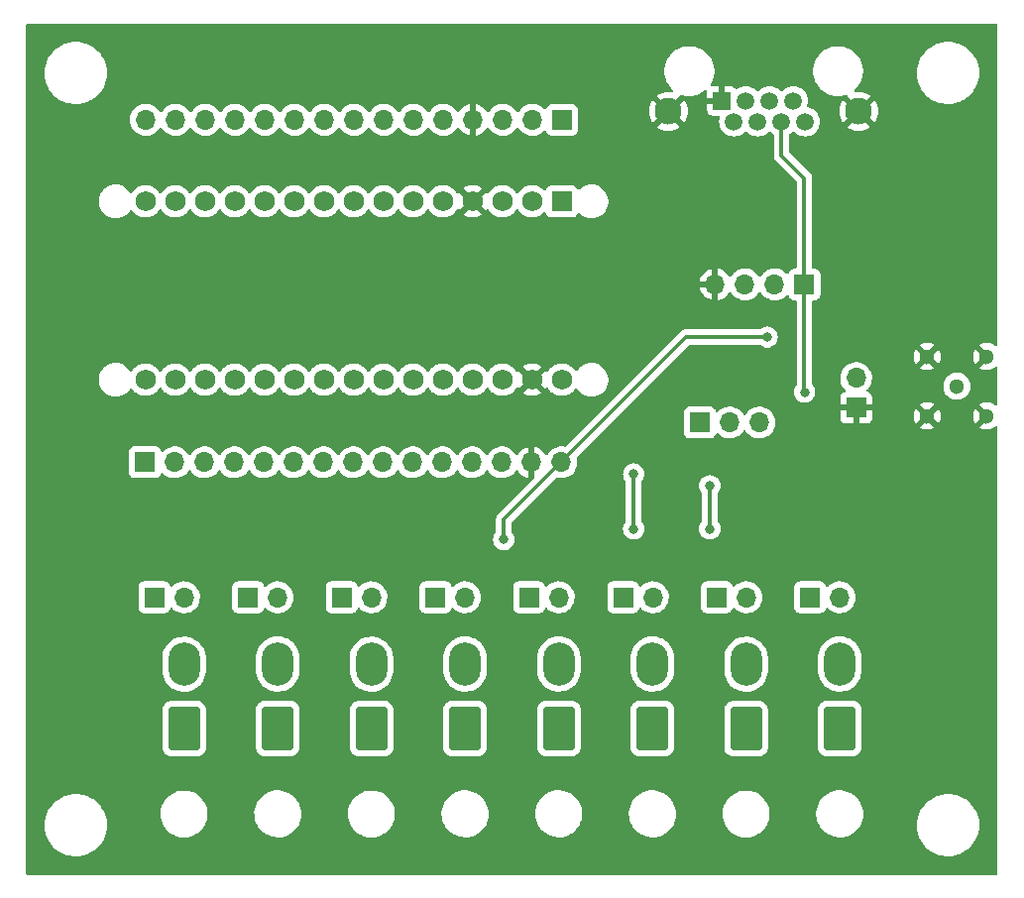
<source format=gbr>
%TF.GenerationSoftware,KiCad,Pcbnew,(6.0.1-0)*%
%TF.CreationDate,2022-09-06T14:47:32+02:00*%
%TF.ProjectId,nano_board,6e616e6f-5f62-46f6-9172-642e6b696361,rev?*%
%TF.SameCoordinates,Original*%
%TF.FileFunction,Copper,L2,Bot*%
%TF.FilePolarity,Positive*%
%FSLAX46Y46*%
G04 Gerber Fmt 4.6, Leading zero omitted, Abs format (unit mm)*
G04 Created by KiCad (PCBNEW (6.0.1-0)) date 2022-09-06 14:47:32*
%MOMM*%
%LPD*%
G01*
G04 APERTURE LIST*
G04 Aperture macros list*
%AMRoundRect*
0 Rectangle with rounded corners*
0 $1 Rounding radius*
0 $2 $3 $4 $5 $6 $7 $8 $9 X,Y pos of 4 corners*
0 Add a 4 corners polygon primitive as box body*
4,1,4,$2,$3,$4,$5,$6,$7,$8,$9,$2,$3,0*
0 Add four circle primitives for the rounded corners*
1,1,$1+$1,$2,$3*
1,1,$1+$1,$4,$5*
1,1,$1+$1,$6,$7*
1,1,$1+$1,$8,$9*
0 Add four rect primitives between the rounded corners*
20,1,$1+$1,$2,$3,$4,$5,0*
20,1,$1+$1,$4,$5,$6,$7,0*
20,1,$1+$1,$6,$7,$8,$9,0*
20,1,$1+$1,$8,$9,$2,$3,0*%
G04 Aperture macros list end*
%TA.AperFunction,ComponentPad*%
%ADD10C,2.300000*%
%TD*%
%TA.AperFunction,ComponentPad*%
%ADD11C,1.500000*%
%TD*%
%TA.AperFunction,ComponentPad*%
%ADD12R,1.500000X1.500000*%
%TD*%
%TA.AperFunction,ComponentPad*%
%ADD13R,1.700000X1.700000*%
%TD*%
%TA.AperFunction,ComponentPad*%
%ADD14O,1.700000X1.700000*%
%TD*%
%TA.AperFunction,ComponentPad*%
%ADD15RoundRect,0.250001X1.099999X1.599999X-1.099999X1.599999X-1.099999X-1.599999X1.099999X-1.599999X0*%
%TD*%
%TA.AperFunction,ComponentPad*%
%ADD16O,2.700000X3.700000*%
%TD*%
%TA.AperFunction,ComponentPad*%
%ADD17C,1.300000*%
%TD*%
%TA.AperFunction,ComponentPad*%
%ADD18C,1.727200*%
%TD*%
%TA.AperFunction,ComponentPad*%
%ADD19R,1.727200X1.727200*%
%TD*%
%TA.AperFunction,ViaPad*%
%ADD20C,0.800000*%
%TD*%
%TA.AperFunction,Conductor*%
%ADD21C,0.300000*%
%TD*%
%TA.AperFunction,Conductor*%
%ADD22C,0.200000*%
%TD*%
G04 APERTURE END LIST*
D10*
%TO.P,R/O-Board_I2C_Interface,SH*%
%TO.N,GND*%
X145370000Y-49015000D03*
X161630000Y-49015000D03*
D11*
%TO.P,R/O-Board_I2C_Interface,8*%
%TO.N,unconnected-(R/O-Board_I2C_Interface1-Pad8)*%
X157052000Y-49905000D03*
%TO.P,R/O-Board_I2C_Interface,7*%
%TO.N,unconnected-(R/O-Board_I2C_Interface1-Pad7)*%
X156036000Y-48125000D03*
%TO.P,R/O-Board_I2C_Interface,6*%
%TO.N,VccI2C*%
X155020000Y-49905000D03*
%TO.P,R/O-Board_I2C_Interface,5*%
%TO.N,unconnected-(R/O-Board_I2C_Interface1-Pad5)*%
X154004000Y-48125000D03*
%TO.P,R/O-Board_I2C_Interface,4*%
%TO.N,unconnected-(R/O-Board_I2C_Interface1-Pad4)*%
X152988000Y-49905000D03*
%TO.P,R/O-Board_I2C_Interface,3*%
%TO.N,A4*%
X151972000Y-48125000D03*
%TO.P,R/O-Board_I2C_Interface,2*%
%TO.N,A5*%
X150956000Y-49905000D03*
D12*
%TO.P,R/O-Board_I2C_Interface,1*%
%TO.N,GND*%
X149940000Y-48125000D03*
%TD*%
D13*
%TO.P,J1,1,Pin_1*%
%TO.N,5V_Ard*%
X148060000Y-75600000D03*
D14*
%TO.P,J1,2,Pin_2*%
%TO.N,VccI2C*%
X150600000Y-75600000D03*
%TO.P,J1,3,Pin_3*%
%TO.N,3V3_Ard*%
X153140000Y-75600000D03*
%TD*%
D13*
%TO.P,NTC6-Pin1,1,Pin_1*%
%TO.N,3V3_Ard*%
X149500000Y-90525000D03*
D14*
%TO.P,NTC6-Pin1,2,Pin_2*%
%TO.N,A6*%
X152040000Y-90525000D03*
%TD*%
D13*
%TO.P,I2C-Pins,1,VCC*%
%TO.N,VccI2C*%
X156980000Y-63800000D03*
D14*
%TO.P,I2C-Pins,2,SDA*%
%TO.N,A4*%
X154440000Y-63800000D03*
%TO.P,I2C-Pins,3,SCL*%
%TO.N,A5*%
X151900000Y-63800000D03*
%TO.P,I2C-Pins,4,GND*%
%TO.N,GND*%
X149360000Y-63800000D03*
%TD*%
D13*
%TO.P,Freq_PinHeader,1,Pin_1*%
%TO.N,GND*%
X161400000Y-74340000D03*
D14*
%TO.P,Freq_PinHeader,2,Pin_2*%
%TO.N,A5*%
X161400000Y-71800000D03*
%TD*%
D13*
%TO.P,ArdTopPins1,1,Pin_1*%
%TO.N,RX0*%
X136283000Y-49750000D03*
D14*
%TO.P,ArdTopPins1,2,Pin_2*%
%TO.N,TX1*%
X133743000Y-49750000D03*
%TO.P,ArdTopPins1,3,Pin_3*%
%TO.N,RST1*%
X131203000Y-49750000D03*
%TO.P,ArdTopPins1,4,Pin_4*%
%TO.N,GND*%
X128663000Y-49750000D03*
%TO.P,ArdTopPins1,5,Pin_5*%
%TO.N,D2*%
X126123000Y-49750000D03*
%TO.P,ArdTopPins1,6,Pin_6*%
%TO.N,D3*%
X123583000Y-49750000D03*
%TO.P,ArdTopPins1,7,Pin_7*%
%TO.N,D4*%
X121043000Y-49750000D03*
%TO.P,ArdTopPins1,8,Pin_8*%
%TO.N,D5*%
X118503000Y-49750000D03*
%TO.P,ArdTopPins1,9,Pin_9*%
%TO.N,D6*%
X115963000Y-49750000D03*
%TO.P,ArdTopPins1,10,Pin_10*%
%TO.N,D7*%
X113423000Y-49750000D03*
%TO.P,ArdTopPins1,11,Pin_11*%
%TO.N,D8*%
X110883000Y-49750000D03*
%TO.P,ArdTopPins1,12,Pin_12*%
%TO.N,D9*%
X108343000Y-49750000D03*
%TO.P,ArdTopPins1,13,Pin_13*%
%TO.N,D10*%
X105803000Y-49750000D03*
%TO.P,ArdTopPins1,14,Pin_14*%
%TO.N,D11*%
X103263000Y-49750000D03*
%TO.P,ArdTopPins1,15,Pin_15*%
%TO.N,D12*%
X100723000Y-49750000D03*
%TD*%
D15*
%TO.P,NTC6,1,Pin_1*%
%TO.N,3V3_Ard*%
X144000000Y-101725000D03*
D16*
%TO.P,NTC6,2,Pin_2*%
%TO.N,A5*%
X144000000Y-96225000D03*
%TD*%
D17*
%TO.P,J2,1*%
%TO.N,A5*%
X170000000Y-72500000D03*
%TO.P,J2,S1*%
%TO.N,GND*%
X167460000Y-69960000D03*
%TO.P,J2,S2*%
X167460000Y-75040000D03*
%TO.P,J2,S3*%
X172540000Y-75040000D03*
%TO.P,J2,S4*%
X172540000Y-69960000D03*
%TD*%
D13*
%TO.P,NTC7-Pin1,1,Pin_1*%
%TO.N,3V3_Ard*%
X157460000Y-90525000D03*
D14*
%TO.P,NTC7-Pin1,2,Pin_2*%
%TO.N,A7*%
X160000000Y-90525000D03*
%TD*%
D18*
%TO.P,XA1,3V3,3.3V*%
%TO.N,3V3_Ard*%
X103230000Y-71948000D03*
%TO.P,XA1,5V,5V*%
%TO.N,5V_Ard*%
X128630000Y-71948000D03*
%TO.P,XA1,A0,A0*%
%TO.N,A0*%
X108310000Y-71948000D03*
%TO.P,XA1,A1,A1*%
%TO.N,A1*%
X110850000Y-71948000D03*
%TO.P,XA1,A2,A2*%
%TO.N,A2*%
X113390000Y-71948000D03*
%TO.P,XA1,A3,A3*%
%TO.N,A3*%
X115930000Y-71948000D03*
%TO.P,XA1,A4,A4_SDA*%
%TO.N,A4*%
X118470000Y-71948000D03*
%TO.P,XA1,A5,A5_SCL*%
%TO.N,A5*%
X121010000Y-71948000D03*
%TO.P,XA1,A6,A6*%
%TO.N,A6*%
X123550000Y-71948000D03*
%TO.P,XA1,A7,A7*%
%TO.N,A7*%
X126090000Y-71948000D03*
%TO.P,XA1,AREF,AREF*%
%TO.N,AREF*%
X105770000Y-71948000D03*
%TO.P,XA1,D0,D0_RX0*%
%TO.N,TX1*%
X133710000Y-56708000D03*
D19*
%TO.P,XA1,D1,D1_TX0*%
%TO.N,RX0*%
X136250000Y-56708000D03*
D18*
%TO.P,XA1,D2,D2_INT0*%
%TO.N,D2*%
X126090000Y-56708000D03*
%TO.P,XA1,D3,D3_INT1*%
%TO.N,D3*%
X123550000Y-56708000D03*
%TO.P,XA1,D4,D4*%
%TO.N,D4*%
X121010000Y-56708000D03*
%TO.P,XA1,D5,D5*%
%TO.N,D5*%
X118470000Y-56708000D03*
%TO.P,XA1,D6,D6*%
%TO.N,D6*%
X115930000Y-56708000D03*
%TO.P,XA1,D7,D7*%
%TO.N,D7*%
X113390000Y-56708000D03*
%TO.P,XA1,D8,D8*%
%TO.N,D8*%
X110850000Y-56708000D03*
%TO.P,XA1,D9,D9*%
%TO.N,D9*%
X108310000Y-56708000D03*
%TO.P,XA1,D10,D10_CS*%
%TO.N,D10*%
X105770000Y-56708000D03*
%TO.P,XA1,D11,D11_MOSI*%
%TO.N,D11*%
X103230000Y-56708000D03*
%TO.P,XA1,D12,D12_MISO*%
%TO.N,D12*%
X100690000Y-56708000D03*
%TO.P,XA1,D13,D13_SCK*%
%TO.N,D13*%
X100690000Y-71948000D03*
%TO.P,XA1,GND1,GND*%
%TO.N,GND*%
X128630000Y-56708000D03*
%TO.P,XA1,GND2,GND*%
X133710000Y-71948000D03*
%TO.P,XA1,RST1,RESET*%
%TO.N,RST1*%
X131170000Y-56708000D03*
%TO.P,XA1,RST2,RESET*%
%TO.N,RST2*%
X131170000Y-71948000D03*
%TO.P,XA1,VIN,VIN*%
%TO.N,A4*%
X136250000Y-71948000D03*
%TD*%
D15*
%TO.P,NTC1,1,Pin_1*%
%TO.N,3V3_Ard*%
X104000000Y-101750000D03*
D16*
%TO.P,NTC1,2,Pin_2*%
%TO.N,A0*%
X104000000Y-96250000D03*
%TD*%
D13*
%TO.P,NTC3-Pin1,1,Pin_1*%
%TO.N,3V3_Ard*%
X125460000Y-90525000D03*
D14*
%TO.P,NTC3-Pin1,2,Pin_2*%
%TO.N,A3*%
X128000000Y-90525000D03*
%TD*%
D15*
%TO.P,NTC7,1,Pin_1*%
%TO.N,3V3_Ard*%
X152000000Y-101750000D03*
D16*
%TO.P,NTC7,2,Pin_2*%
%TO.N,A6*%
X152000000Y-96250000D03*
%TD*%
D15*
%TO.P,NTC5,1,Pin_1*%
%TO.N,3V3_Ard*%
X136000000Y-101725000D03*
D16*
%TO.P,NTC5,2,Pin_2*%
%TO.N,A4*%
X136000000Y-96225000D03*
%TD*%
D15*
%TO.P,NTC3,1,Pin_1*%
%TO.N,3V3_Ard*%
X120000000Y-101750000D03*
D16*
%TO.P,NTC3,2,Pin_2*%
%TO.N,A2*%
X120000000Y-96250000D03*
%TD*%
D15*
%TO.P,NTC4,1,Pin_1*%
%TO.N,3V3_Ard*%
X128000000Y-101725000D03*
D16*
%TO.P,NTC4,2,Pin_2*%
%TO.N,A3*%
X128000000Y-96225000D03*
%TD*%
D15*
%TO.P,NTC8,1,Pin_1*%
%TO.N,3V3_Ard*%
X160000000Y-101725000D03*
D16*
%TO.P,NTC8,2,Pin_2*%
%TO.N,A7*%
X160000000Y-96225000D03*
%TD*%
D15*
%TO.P,NTC2,1,Pin_1*%
%TO.N,3V3_Ard*%
X112000000Y-101725000D03*
D16*
%TO.P,NTC2,2,Pin_2*%
%TO.N,A1*%
X112000000Y-96225000D03*
%TD*%
D13*
%TO.P,NTC5-Pin1,1,Pin_1*%
%TO.N,3V3_Ard*%
X141500000Y-90525000D03*
D14*
%TO.P,NTC5-Pin1,2,Pin_2*%
%TO.N,A5*%
X144040000Y-90525000D03*
%TD*%
D13*
%TO.P,NTC0-Pin1,1,Pin_1*%
%TO.N,3V3_Ard*%
X101460000Y-90525000D03*
D14*
%TO.P,NTC0-Pin1,2,Pin_2*%
%TO.N,A0*%
X104000000Y-90525000D03*
%TD*%
D13*
%TO.P,NTC4-Pin1,1,Pin_1*%
%TO.N,3V3_Ard*%
X133460000Y-90525000D03*
D14*
%TO.P,NTC4-Pin1,2,Pin_2*%
%TO.N,A4*%
X136000000Y-90525000D03*
%TD*%
D13*
%TO.P,NTC1-Pin1,1,Pin_1*%
%TO.N,3V3_Ard*%
X109460000Y-90525000D03*
D14*
%TO.P,NTC1-Pin1,2,Pin_2*%
%TO.N,A1*%
X112000000Y-90525000D03*
%TD*%
D13*
%TO.P,ArdNanoBotPins1,1,Pin_1*%
%TO.N,D13*%
X100670000Y-79000000D03*
D14*
%TO.P,ArdNanoBotPins1,2,Pin_2*%
%TO.N,3V3_Ard*%
X103210000Y-79000000D03*
%TO.P,ArdNanoBotPins1,3,Pin_3*%
%TO.N,AREF*%
X105750000Y-79000000D03*
%TO.P,ArdNanoBotPins1,4,Pin_4*%
%TO.N,A0*%
X108290000Y-79000000D03*
%TO.P,ArdNanoBotPins1,5,Pin_5*%
%TO.N,A1*%
X110830000Y-79000000D03*
%TO.P,ArdNanoBotPins1,6,Pin_6*%
%TO.N,A2*%
X113370000Y-79000000D03*
%TO.P,ArdNanoBotPins1,7,Pin_7*%
%TO.N,A3*%
X115910000Y-79000000D03*
%TO.P,ArdNanoBotPins1,8,Pin_8*%
%TO.N,A4*%
X118450000Y-79000000D03*
%TO.P,ArdNanoBotPins1,9,Pin_9*%
%TO.N,A5*%
X120990000Y-79000000D03*
%TO.P,ArdNanoBotPins1,10,Pin_10*%
%TO.N,A6*%
X123530000Y-79000000D03*
%TO.P,ArdNanoBotPins1,11,Pin_11*%
%TO.N,A7*%
X126070000Y-79000000D03*
%TO.P,ArdNanoBotPins1,12,Pin_12*%
%TO.N,5V_Ard*%
X128610000Y-79000000D03*
%TO.P,ArdNanoBotPins1,13,Pin_13*%
%TO.N,RST2*%
X131150000Y-79000000D03*
%TO.P,ArdNanoBotPins1,14,Pin_14*%
%TO.N,GND*%
X133690000Y-79000000D03*
%TO.P,ArdNanoBotPins1,15,Pin_15*%
%TO.N,A4*%
X136230000Y-79000000D03*
%TD*%
D13*
%TO.P,NTC2-Pin1,1,Pin_1*%
%TO.N,3V3_Ard*%
X117460000Y-90525000D03*
D14*
%TO.P,NTC2-Pin1,2,Pin_2*%
%TO.N,A2*%
X120000000Y-90525000D03*
%TD*%
D20*
%TO.N,3V3_Ard*%
X148900000Y-84700000D03*
X148900000Y-81000000D03*
%TO.N,A5*%
X142400000Y-80000000D03*
X142400000Y-84700000D03*
%TO.N,GND*%
X102000000Y-86500000D03*
X126000000Y-86500000D03*
X158000000Y-86500000D03*
X150500000Y-86500000D03*
X110000000Y-86525000D03*
X142000000Y-86500000D03*
X118000000Y-86500000D03*
X134000000Y-86500000D03*
%TO.N,A4*%
X153800000Y-68300000D03*
X131300000Y-85600000D03*
%TO.N,VccI2C*%
X157000000Y-73000000D03*
%TD*%
D21*
%TO.N,VccI2C*%
X155020000Y-49905000D02*
X155020000Y-52770000D01*
X155020000Y-52770000D02*
X156980000Y-54730000D01*
X156980000Y-54730000D02*
X156980000Y-72980000D01*
D22*
X157000000Y-73000000D02*
X156980000Y-72980000D01*
D21*
%TO.N,3V3_Ard*%
X148900000Y-81000000D02*
X148900000Y-84700000D01*
%TO.N,A5*%
X142400000Y-84700000D02*
X142400000Y-80000000D01*
%TO.N,A4*%
X153800000Y-68300000D02*
X146900000Y-68300000D01*
X146900000Y-68300000D02*
X131300000Y-83900000D01*
X131300000Y-83900000D02*
X131300000Y-85600000D01*
%TD*%
%TA.AperFunction,Conductor*%
%TO.N,GND*%
G36*
X173434121Y-41528002D02*
G01*
X173480614Y-41581658D01*
X173492000Y-41634000D01*
X173492000Y-68974883D01*
X173471998Y-69043004D01*
X173418342Y-69089497D01*
X173348068Y-69099601D01*
X173280472Y-69067408D01*
X173252212Y-69041285D01*
X173243081Y-69034279D01*
X173072856Y-68926875D01*
X173062609Y-68921654D01*
X172875663Y-68847070D01*
X172864635Y-68843803D01*
X172667230Y-68804537D01*
X172655784Y-68803334D01*
X172454537Y-68800700D01*
X172443057Y-68801603D01*
X172244701Y-68835687D01*
X172233581Y-68838667D01*
X172044748Y-68908331D01*
X172034370Y-68913281D01*
X171935906Y-68971861D01*
X171926307Y-68982196D01*
X171929793Y-68990583D01*
X172810115Y-69870905D01*
X172844141Y-69933217D01*
X172839076Y-70004032D01*
X172810115Y-70049095D01*
X171933212Y-70925998D01*
X171927016Y-70937344D01*
X171936898Y-70949834D01*
X171980279Y-70978820D01*
X171990389Y-70984310D01*
X172175318Y-71063762D01*
X172186261Y-71067317D01*
X172382567Y-71111737D01*
X172393975Y-71113239D01*
X172595096Y-71121140D01*
X172606580Y-71120538D01*
X172805774Y-71091657D01*
X172816957Y-71088972D01*
X173007547Y-71024276D01*
X173018062Y-71019594D01*
X173193661Y-70921253D01*
X173203154Y-70914729D01*
X173285431Y-70846301D01*
X173350596Y-70818120D01*
X173420651Y-70829644D01*
X173473355Y-70877213D01*
X173492000Y-70943175D01*
X173492000Y-74054883D01*
X173471998Y-74123004D01*
X173418342Y-74169497D01*
X173348068Y-74179601D01*
X173280472Y-74147408D01*
X173252212Y-74121285D01*
X173243081Y-74114279D01*
X173072856Y-74006875D01*
X173062609Y-74001654D01*
X172875663Y-73927070D01*
X172864635Y-73923803D01*
X172667230Y-73884537D01*
X172655784Y-73883334D01*
X172454537Y-73880700D01*
X172443057Y-73881603D01*
X172244701Y-73915687D01*
X172233581Y-73918667D01*
X172044748Y-73988331D01*
X172034370Y-73993281D01*
X171935906Y-74051861D01*
X171926307Y-74062196D01*
X171929793Y-74070583D01*
X172810115Y-74950905D01*
X172844141Y-75013217D01*
X172839076Y-75084032D01*
X172810115Y-75129095D01*
X171933212Y-76005998D01*
X171927016Y-76017344D01*
X171936898Y-76029834D01*
X171980279Y-76058820D01*
X171990389Y-76064310D01*
X172175318Y-76143762D01*
X172186261Y-76147317D01*
X172382567Y-76191737D01*
X172393975Y-76193239D01*
X172595096Y-76201140D01*
X172606580Y-76200538D01*
X172805774Y-76171657D01*
X172816957Y-76168972D01*
X173007547Y-76104276D01*
X173018062Y-76099594D01*
X173193661Y-76001253D01*
X173203154Y-75994729D01*
X173285431Y-75926301D01*
X173350596Y-75898120D01*
X173420651Y-75909644D01*
X173473355Y-75957213D01*
X173492000Y-76023175D01*
X173492000Y-114116000D01*
X173471998Y-114184121D01*
X173418342Y-114230614D01*
X173366000Y-114242000D01*
X90634000Y-114242000D01*
X90565879Y-114221998D01*
X90519386Y-114168342D01*
X90508000Y-114116000D01*
X90508000Y-110046485D01*
X92086854Y-110046485D01*
X92087156Y-110050320D01*
X92105108Y-110278417D01*
X92112370Y-110370695D01*
X92177206Y-110689378D01*
X92280398Y-110997784D01*
X92282052Y-111001253D01*
X92282053Y-111001254D01*
X92297142Y-111032888D01*
X92420405Y-111291316D01*
X92595141Y-111565597D01*
X92597584Y-111568560D01*
X92597585Y-111568562D01*
X92747308Y-111750190D01*
X92802001Y-111816538D01*
X93037902Y-112040399D01*
X93299326Y-112233843D01*
X93440851Y-112313914D01*
X93579019Y-112392086D01*
X93579023Y-112392088D01*
X93582376Y-112393985D01*
X93882832Y-112518438D01*
X93986288Y-112547129D01*
X94192500Y-112604317D01*
X94192508Y-112604319D01*
X94196216Y-112605347D01*
X94517856Y-112653416D01*
X94521154Y-112653560D01*
X94632918Y-112658440D01*
X94632922Y-112658440D01*
X94634294Y-112658500D01*
X94832598Y-112658500D01*
X95074605Y-112643698D01*
X95078388Y-112642997D01*
X95078395Y-112642996D01*
X95278459Y-112605916D01*
X95394372Y-112584433D01*
X95603682Y-112518438D01*
X95700860Y-112487798D01*
X95700863Y-112487797D01*
X95704532Y-112486640D01*
X95708029Y-112485046D01*
X95708035Y-112485044D01*
X95996954Y-112353376D01*
X95996958Y-112353374D01*
X96000462Y-112351777D01*
X96277751Y-112181854D01*
X96280755Y-112179464D01*
X96280760Y-112179461D01*
X96405007Y-112080630D01*
X96532264Y-111979405D01*
X96534958Y-111976664D01*
X96534962Y-111976660D01*
X96757513Y-111750190D01*
X96757517Y-111750185D01*
X96760208Y-111747447D01*
X96958185Y-111489439D01*
X97123242Y-111209227D01*
X97252920Y-110910988D01*
X97258887Y-110890846D01*
X97305801Y-110732464D01*
X97345285Y-110599169D01*
X97398961Y-110278417D01*
X97413146Y-109953515D01*
X97399100Y-109775046D01*
X97387932Y-109633140D01*
X97387932Y-109633137D01*
X97387630Y-109629305D01*
X97322794Y-109310622D01*
X97219602Y-109002216D01*
X97208878Y-108979733D01*
X101987822Y-108979733D01*
X101987975Y-108984121D01*
X101987975Y-108984127D01*
X101991515Y-109085478D01*
X101997625Y-109260458D01*
X101998387Y-109264781D01*
X101998388Y-109264788D01*
X102021725Y-109397139D01*
X102046402Y-109537087D01*
X102133203Y-109804235D01*
X102256340Y-110056702D01*
X102258795Y-110060341D01*
X102258798Y-110060347D01*
X102317294Y-110147071D01*
X102413415Y-110289576D01*
X102416360Y-110292847D01*
X102416361Y-110292848D01*
X102490590Y-110375287D01*
X102601371Y-110498322D01*
X102816550Y-110678879D01*
X103054764Y-110827731D01*
X103311375Y-110941982D01*
X103315603Y-110943194D01*
X103315602Y-110943194D01*
X103518083Y-111001254D01*
X103581390Y-111019407D01*
X103585740Y-111020018D01*
X103585743Y-111020019D01*
X103681667Y-111033500D01*
X103859552Y-111058500D01*
X104070146Y-111058500D01*
X104072332Y-111058347D01*
X104072336Y-111058347D01*
X104275827Y-111044118D01*
X104275832Y-111044117D01*
X104280212Y-111043811D01*
X104554970Y-110985409D01*
X104559099Y-110983906D01*
X104559103Y-110983905D01*
X104814781Y-110890846D01*
X104814785Y-110890844D01*
X104818926Y-110889337D01*
X105066942Y-110757464D01*
X105101352Y-110732464D01*
X105290629Y-110594947D01*
X105290632Y-110594944D01*
X105294192Y-110592358D01*
X105317400Y-110569947D01*
X105493087Y-110400287D01*
X105496252Y-110397231D01*
X105669188Y-110175882D01*
X105671384Y-110172078D01*
X105671389Y-110172071D01*
X105807435Y-109936431D01*
X105809636Y-109932619D01*
X105914862Y-109672176D01*
X105948544Y-109537087D01*
X105981753Y-109403893D01*
X105981754Y-109403888D01*
X105982817Y-109399624D01*
X105985905Y-109370251D01*
X106011719Y-109124636D01*
X106011719Y-109124633D01*
X106012178Y-109120267D01*
X106011087Y-109089012D01*
X106006398Y-108954733D01*
X109987822Y-108954733D01*
X109987975Y-108959121D01*
X109987975Y-108959127D01*
X109992388Y-109085478D01*
X109997625Y-109235458D01*
X109998387Y-109239781D01*
X109998388Y-109239788D01*
X110022164Y-109374624D01*
X110046402Y-109512087D01*
X110133203Y-109779235D01*
X110135131Y-109783188D01*
X110135133Y-109783193D01*
X110190313Y-109896328D01*
X110256340Y-110031702D01*
X110258795Y-110035341D01*
X110258798Y-110035347D01*
X110275661Y-110060347D01*
X110413415Y-110264576D01*
X110416360Y-110267847D01*
X110416361Y-110267848D01*
X110429299Y-110282217D01*
X110601371Y-110473322D01*
X110816550Y-110653879D01*
X111054764Y-110802731D01*
X111110915Y-110827731D01*
X111305850Y-110914522D01*
X111311375Y-110916982D01*
X111581390Y-110994407D01*
X111585740Y-110995018D01*
X111585743Y-110995019D01*
X111688690Y-111009487D01*
X111859552Y-111033500D01*
X112070146Y-111033500D01*
X112072332Y-111033347D01*
X112072336Y-111033347D01*
X112275827Y-111019118D01*
X112275832Y-111019117D01*
X112280212Y-111018811D01*
X112554970Y-110960409D01*
X112559099Y-110958906D01*
X112559103Y-110958905D01*
X112814781Y-110865846D01*
X112814785Y-110865844D01*
X112818926Y-110864337D01*
X113066942Y-110732464D01*
X113126245Y-110689378D01*
X113290629Y-110569947D01*
X113290632Y-110569944D01*
X113294192Y-110567358D01*
X113496252Y-110372231D01*
X113669188Y-110150882D01*
X113671384Y-110147078D01*
X113671389Y-110147071D01*
X113807435Y-109911431D01*
X113809636Y-109907619D01*
X113914862Y-109647176D01*
X113941269Y-109541265D01*
X113981753Y-109378893D01*
X113981754Y-109378888D01*
X113982817Y-109374624D01*
X113989148Y-109314393D01*
X114011719Y-109099636D01*
X114011719Y-109099633D01*
X114012178Y-109095267D01*
X114011960Y-109089012D01*
X114008144Y-108979733D01*
X117987822Y-108979733D01*
X117987975Y-108984121D01*
X117987975Y-108984127D01*
X117991515Y-109085478D01*
X117997625Y-109260458D01*
X117998387Y-109264781D01*
X117998388Y-109264788D01*
X118021725Y-109397139D01*
X118046402Y-109537087D01*
X118133203Y-109804235D01*
X118256340Y-110056702D01*
X118258795Y-110060341D01*
X118258798Y-110060347D01*
X118317294Y-110147071D01*
X118413415Y-110289576D01*
X118416360Y-110292847D01*
X118416361Y-110292848D01*
X118490590Y-110375287D01*
X118601371Y-110498322D01*
X118816550Y-110678879D01*
X119054764Y-110827731D01*
X119311375Y-110941982D01*
X119315603Y-110943194D01*
X119315602Y-110943194D01*
X119518083Y-111001254D01*
X119581390Y-111019407D01*
X119585740Y-111020018D01*
X119585743Y-111020019D01*
X119681667Y-111033500D01*
X119859552Y-111058500D01*
X120070146Y-111058500D01*
X120072332Y-111058347D01*
X120072336Y-111058347D01*
X120275827Y-111044118D01*
X120275832Y-111044117D01*
X120280212Y-111043811D01*
X120554970Y-110985409D01*
X120559099Y-110983906D01*
X120559103Y-110983905D01*
X120814781Y-110890846D01*
X120814785Y-110890844D01*
X120818926Y-110889337D01*
X121066942Y-110757464D01*
X121101352Y-110732464D01*
X121290629Y-110594947D01*
X121290632Y-110594944D01*
X121294192Y-110592358D01*
X121317400Y-110569947D01*
X121493087Y-110400287D01*
X121496252Y-110397231D01*
X121669188Y-110175882D01*
X121671384Y-110172078D01*
X121671389Y-110172071D01*
X121807435Y-109936431D01*
X121809636Y-109932619D01*
X121914862Y-109672176D01*
X121948544Y-109537087D01*
X121981753Y-109403893D01*
X121981754Y-109403888D01*
X121982817Y-109399624D01*
X121985905Y-109370251D01*
X122011719Y-109124636D01*
X122011719Y-109124633D01*
X122012178Y-109120267D01*
X122011087Y-109089012D01*
X122006398Y-108954733D01*
X125987822Y-108954733D01*
X125987975Y-108959121D01*
X125987975Y-108959127D01*
X125992388Y-109085478D01*
X125997625Y-109235458D01*
X125998387Y-109239781D01*
X125998388Y-109239788D01*
X126022164Y-109374624D01*
X126046402Y-109512087D01*
X126133203Y-109779235D01*
X126135131Y-109783188D01*
X126135133Y-109783193D01*
X126190313Y-109896328D01*
X126256340Y-110031702D01*
X126258795Y-110035341D01*
X126258798Y-110035347D01*
X126275661Y-110060347D01*
X126413415Y-110264576D01*
X126416360Y-110267847D01*
X126416361Y-110267848D01*
X126429299Y-110282217D01*
X126601371Y-110473322D01*
X126816550Y-110653879D01*
X127054764Y-110802731D01*
X127110915Y-110827731D01*
X127305850Y-110914522D01*
X127311375Y-110916982D01*
X127581390Y-110994407D01*
X127585740Y-110995018D01*
X127585743Y-110995019D01*
X127688690Y-111009487D01*
X127859552Y-111033500D01*
X128070146Y-111033500D01*
X128072332Y-111033347D01*
X128072336Y-111033347D01*
X128275827Y-111019118D01*
X128275832Y-111019117D01*
X128280212Y-111018811D01*
X128554970Y-110960409D01*
X128559099Y-110958906D01*
X128559103Y-110958905D01*
X128814781Y-110865846D01*
X128814785Y-110865844D01*
X128818926Y-110864337D01*
X129066942Y-110732464D01*
X129126245Y-110689378D01*
X129290629Y-110569947D01*
X129290632Y-110569944D01*
X129294192Y-110567358D01*
X129496252Y-110372231D01*
X129669188Y-110150882D01*
X129671384Y-110147078D01*
X129671389Y-110147071D01*
X129807435Y-109911431D01*
X129809636Y-109907619D01*
X129914862Y-109647176D01*
X129941269Y-109541265D01*
X129981753Y-109378893D01*
X129981754Y-109378888D01*
X129982817Y-109374624D01*
X129989148Y-109314393D01*
X130011719Y-109099636D01*
X130011719Y-109099633D01*
X130012178Y-109095267D01*
X130011960Y-109089012D01*
X130007271Y-108954733D01*
X133987822Y-108954733D01*
X133987975Y-108959121D01*
X133987975Y-108959127D01*
X133992388Y-109085478D01*
X133997625Y-109235458D01*
X133998387Y-109239781D01*
X133998388Y-109239788D01*
X134022164Y-109374624D01*
X134046402Y-109512087D01*
X134133203Y-109779235D01*
X134135131Y-109783188D01*
X134135133Y-109783193D01*
X134190313Y-109896328D01*
X134256340Y-110031702D01*
X134258795Y-110035341D01*
X134258798Y-110035347D01*
X134275661Y-110060347D01*
X134413415Y-110264576D01*
X134416360Y-110267847D01*
X134416361Y-110267848D01*
X134429299Y-110282217D01*
X134601371Y-110473322D01*
X134816550Y-110653879D01*
X135054764Y-110802731D01*
X135110915Y-110827731D01*
X135305850Y-110914522D01*
X135311375Y-110916982D01*
X135581390Y-110994407D01*
X135585740Y-110995018D01*
X135585743Y-110995019D01*
X135688690Y-111009487D01*
X135859552Y-111033500D01*
X136070146Y-111033500D01*
X136072332Y-111033347D01*
X136072336Y-111033347D01*
X136275827Y-111019118D01*
X136275832Y-111019117D01*
X136280212Y-111018811D01*
X136554970Y-110960409D01*
X136559099Y-110958906D01*
X136559103Y-110958905D01*
X136814781Y-110865846D01*
X136814785Y-110865844D01*
X136818926Y-110864337D01*
X137066942Y-110732464D01*
X137126245Y-110689378D01*
X137290629Y-110569947D01*
X137290632Y-110569944D01*
X137294192Y-110567358D01*
X137496252Y-110372231D01*
X137669188Y-110150882D01*
X137671384Y-110147078D01*
X137671389Y-110147071D01*
X137807435Y-109911431D01*
X137809636Y-109907619D01*
X137914862Y-109647176D01*
X137941269Y-109541265D01*
X137981753Y-109378893D01*
X137981754Y-109378888D01*
X137982817Y-109374624D01*
X137989148Y-109314393D01*
X138011719Y-109099636D01*
X138011719Y-109099633D01*
X138012178Y-109095267D01*
X138011960Y-109089012D01*
X138007271Y-108954733D01*
X141987822Y-108954733D01*
X141987975Y-108959121D01*
X141987975Y-108959127D01*
X141992388Y-109085478D01*
X141997625Y-109235458D01*
X141998387Y-109239781D01*
X141998388Y-109239788D01*
X142022164Y-109374624D01*
X142046402Y-109512087D01*
X142133203Y-109779235D01*
X142135131Y-109783188D01*
X142135133Y-109783193D01*
X142190313Y-109896328D01*
X142256340Y-110031702D01*
X142258795Y-110035341D01*
X142258798Y-110035347D01*
X142275661Y-110060347D01*
X142413415Y-110264576D01*
X142416360Y-110267847D01*
X142416361Y-110267848D01*
X142429299Y-110282217D01*
X142601371Y-110473322D01*
X142816550Y-110653879D01*
X143054764Y-110802731D01*
X143110915Y-110827731D01*
X143305850Y-110914522D01*
X143311375Y-110916982D01*
X143581390Y-110994407D01*
X143585740Y-110995018D01*
X143585743Y-110995019D01*
X143688690Y-111009487D01*
X143859552Y-111033500D01*
X144070146Y-111033500D01*
X144072332Y-111033347D01*
X144072336Y-111033347D01*
X144275827Y-111019118D01*
X144275832Y-111019117D01*
X144280212Y-111018811D01*
X144554970Y-110960409D01*
X144559099Y-110958906D01*
X144559103Y-110958905D01*
X144814781Y-110865846D01*
X144814785Y-110865844D01*
X144818926Y-110864337D01*
X145066942Y-110732464D01*
X145126245Y-110689378D01*
X145290629Y-110569947D01*
X145290632Y-110569944D01*
X145294192Y-110567358D01*
X145496252Y-110372231D01*
X145669188Y-110150882D01*
X145671384Y-110147078D01*
X145671389Y-110147071D01*
X145807435Y-109911431D01*
X145809636Y-109907619D01*
X145914862Y-109647176D01*
X145941269Y-109541265D01*
X145981753Y-109378893D01*
X145981754Y-109378888D01*
X145982817Y-109374624D01*
X145989148Y-109314393D01*
X146011719Y-109099636D01*
X146011719Y-109099633D01*
X146012178Y-109095267D01*
X146011960Y-109089012D01*
X146008144Y-108979733D01*
X149987822Y-108979733D01*
X149987975Y-108984121D01*
X149987975Y-108984127D01*
X149991515Y-109085478D01*
X149997625Y-109260458D01*
X149998387Y-109264781D01*
X149998388Y-109264788D01*
X150021725Y-109397139D01*
X150046402Y-109537087D01*
X150133203Y-109804235D01*
X150256340Y-110056702D01*
X150258795Y-110060341D01*
X150258798Y-110060347D01*
X150317294Y-110147071D01*
X150413415Y-110289576D01*
X150416360Y-110292847D01*
X150416361Y-110292848D01*
X150490590Y-110375287D01*
X150601371Y-110498322D01*
X150816550Y-110678879D01*
X151054764Y-110827731D01*
X151311375Y-110941982D01*
X151315603Y-110943194D01*
X151315602Y-110943194D01*
X151518083Y-111001254D01*
X151581390Y-111019407D01*
X151585740Y-111020018D01*
X151585743Y-111020019D01*
X151681667Y-111033500D01*
X151859552Y-111058500D01*
X152070146Y-111058500D01*
X152072332Y-111058347D01*
X152072336Y-111058347D01*
X152275827Y-111044118D01*
X152275832Y-111044117D01*
X152280212Y-111043811D01*
X152554970Y-110985409D01*
X152559099Y-110983906D01*
X152559103Y-110983905D01*
X152814781Y-110890846D01*
X152814785Y-110890844D01*
X152818926Y-110889337D01*
X153066942Y-110757464D01*
X153101352Y-110732464D01*
X153290629Y-110594947D01*
X153290632Y-110594944D01*
X153294192Y-110592358D01*
X153317400Y-110569947D01*
X153493087Y-110400287D01*
X153496252Y-110397231D01*
X153669188Y-110175882D01*
X153671384Y-110172078D01*
X153671389Y-110172071D01*
X153807435Y-109936431D01*
X153809636Y-109932619D01*
X153914862Y-109672176D01*
X153948544Y-109537087D01*
X153981753Y-109403893D01*
X153981754Y-109403888D01*
X153982817Y-109399624D01*
X153985905Y-109370251D01*
X154011719Y-109124636D01*
X154011719Y-109124633D01*
X154012178Y-109120267D01*
X154011087Y-109089012D01*
X154006398Y-108954733D01*
X157987822Y-108954733D01*
X157987975Y-108959121D01*
X157987975Y-108959127D01*
X157992388Y-109085478D01*
X157997625Y-109235458D01*
X157998387Y-109239781D01*
X157998388Y-109239788D01*
X158022164Y-109374624D01*
X158046402Y-109512087D01*
X158133203Y-109779235D01*
X158135131Y-109783188D01*
X158135133Y-109783193D01*
X158190313Y-109896328D01*
X158256340Y-110031702D01*
X158258795Y-110035341D01*
X158258798Y-110035347D01*
X158275661Y-110060347D01*
X158413415Y-110264576D01*
X158416360Y-110267847D01*
X158416361Y-110267848D01*
X158429299Y-110282217D01*
X158601371Y-110473322D01*
X158816550Y-110653879D01*
X159054764Y-110802731D01*
X159110915Y-110827731D01*
X159305850Y-110914522D01*
X159311375Y-110916982D01*
X159581390Y-110994407D01*
X159585740Y-110995018D01*
X159585743Y-110995019D01*
X159688690Y-111009487D01*
X159859552Y-111033500D01*
X160070146Y-111033500D01*
X160072332Y-111033347D01*
X160072336Y-111033347D01*
X160275827Y-111019118D01*
X160275832Y-111019117D01*
X160280212Y-111018811D01*
X160554970Y-110960409D01*
X160559099Y-110958906D01*
X160559103Y-110958905D01*
X160814781Y-110865846D01*
X160814785Y-110865844D01*
X160818926Y-110864337D01*
X161066942Y-110732464D01*
X161126245Y-110689378D01*
X161290629Y-110569947D01*
X161290632Y-110569944D01*
X161294192Y-110567358D01*
X161496252Y-110372231D01*
X161669188Y-110150882D01*
X161671384Y-110147078D01*
X161671389Y-110147071D01*
X161729462Y-110046485D01*
X166586854Y-110046485D01*
X166587156Y-110050320D01*
X166605108Y-110278417D01*
X166612370Y-110370695D01*
X166677206Y-110689378D01*
X166780398Y-110997784D01*
X166782052Y-111001253D01*
X166782053Y-111001254D01*
X166797142Y-111032888D01*
X166920405Y-111291316D01*
X167095141Y-111565597D01*
X167097584Y-111568560D01*
X167097585Y-111568562D01*
X167247308Y-111750190D01*
X167302001Y-111816538D01*
X167537902Y-112040399D01*
X167799326Y-112233843D01*
X167940851Y-112313914D01*
X168079019Y-112392086D01*
X168079023Y-112392088D01*
X168082376Y-112393985D01*
X168382832Y-112518438D01*
X168486288Y-112547129D01*
X168692500Y-112604317D01*
X168692508Y-112604319D01*
X168696216Y-112605347D01*
X169017856Y-112653416D01*
X169021154Y-112653560D01*
X169132918Y-112658440D01*
X169132922Y-112658440D01*
X169134294Y-112658500D01*
X169332598Y-112658500D01*
X169574605Y-112643698D01*
X169578388Y-112642997D01*
X169578395Y-112642996D01*
X169778459Y-112605916D01*
X169894372Y-112584433D01*
X170103682Y-112518438D01*
X170200860Y-112487798D01*
X170200863Y-112487797D01*
X170204532Y-112486640D01*
X170208029Y-112485046D01*
X170208035Y-112485044D01*
X170496954Y-112353376D01*
X170496958Y-112353374D01*
X170500462Y-112351777D01*
X170777751Y-112181854D01*
X170780755Y-112179464D01*
X170780760Y-112179461D01*
X170905007Y-112080630D01*
X171032264Y-111979405D01*
X171034958Y-111976664D01*
X171034962Y-111976660D01*
X171257513Y-111750190D01*
X171257517Y-111750185D01*
X171260208Y-111747447D01*
X171458185Y-111489439D01*
X171623242Y-111209227D01*
X171752920Y-110910988D01*
X171758887Y-110890846D01*
X171805801Y-110732464D01*
X171845285Y-110599169D01*
X171898961Y-110278417D01*
X171913146Y-109953515D01*
X171899100Y-109775046D01*
X171887932Y-109633140D01*
X171887932Y-109633137D01*
X171887630Y-109629305D01*
X171822794Y-109310622D01*
X171719602Y-109002216D01*
X171579595Y-108708684D01*
X171577089Y-108704749D01*
X171453377Y-108510561D01*
X171404859Y-108434403D01*
X171378827Y-108402824D01*
X171200442Y-108186425D01*
X171200438Y-108186420D01*
X171197999Y-108183462D01*
X170962098Y-107959601D01*
X170700674Y-107766157D01*
X170495781Y-107650234D01*
X170420981Y-107607914D01*
X170420977Y-107607912D01*
X170417624Y-107606015D01*
X170354674Y-107579940D01*
X170187513Y-107510700D01*
X170117168Y-107481562D01*
X170013712Y-107452871D01*
X169807500Y-107395683D01*
X169807492Y-107395681D01*
X169803784Y-107394653D01*
X169482144Y-107346584D01*
X169448683Y-107345123D01*
X169367082Y-107341560D01*
X169367078Y-107341560D01*
X169365706Y-107341500D01*
X169167402Y-107341500D01*
X168925395Y-107356302D01*
X168921612Y-107357003D01*
X168921605Y-107357004D01*
X168765511Y-107385935D01*
X168605628Y-107415567D01*
X168421058Y-107473762D01*
X168299140Y-107512202D01*
X168299137Y-107512203D01*
X168295468Y-107513360D01*
X168291971Y-107514954D01*
X168291965Y-107514956D01*
X168003046Y-107646624D01*
X168003042Y-107646626D01*
X167999538Y-107648223D01*
X167996259Y-107650233D01*
X167996256Y-107650234D01*
X167740190Y-107807152D01*
X167722249Y-107818146D01*
X167719245Y-107820536D01*
X167719240Y-107820539D01*
X167624809Y-107895653D01*
X167467736Y-108020595D01*
X167465042Y-108023336D01*
X167465038Y-108023340D01*
X167242487Y-108249810D01*
X167242483Y-108249815D01*
X167239792Y-108252553D01*
X167041815Y-108510561D01*
X166876758Y-108790773D01*
X166747080Y-109089012D01*
X166745986Y-109092706D01*
X166745984Y-109092711D01*
X166705727Y-109228617D01*
X166654715Y-109400831D01*
X166601039Y-109721583D01*
X166586854Y-110046485D01*
X161729462Y-110046485D01*
X161807435Y-109911431D01*
X161809636Y-109907619D01*
X161914862Y-109647176D01*
X161941269Y-109541265D01*
X161981753Y-109378893D01*
X161981754Y-109378888D01*
X161982817Y-109374624D01*
X161989148Y-109314393D01*
X162011719Y-109099636D01*
X162011719Y-109099633D01*
X162012178Y-109095267D01*
X162011960Y-109089012D01*
X162002529Y-108818939D01*
X162002528Y-108818933D01*
X162002375Y-108814542D01*
X161997600Y-108787457D01*
X161954360Y-108542236D01*
X161953598Y-108537913D01*
X161866797Y-108270765D01*
X161859404Y-108255606D01*
X161802320Y-108138569D01*
X161743660Y-108018298D01*
X161741205Y-108014659D01*
X161741202Y-108014653D01*
X161605910Y-107814075D01*
X161586585Y-107785424D01*
X161398629Y-107576678D01*
X161183450Y-107396121D01*
X160945236Y-107247269D01*
X160688625Y-107133018D01*
X160418610Y-107055593D01*
X160414260Y-107054982D01*
X160414257Y-107054981D01*
X160311310Y-107040513D01*
X160140448Y-107016500D01*
X159929854Y-107016500D01*
X159927668Y-107016653D01*
X159927664Y-107016653D01*
X159724173Y-107030882D01*
X159724168Y-107030883D01*
X159719788Y-107031189D01*
X159445030Y-107089591D01*
X159440901Y-107091094D01*
X159440897Y-107091095D01*
X159185219Y-107184154D01*
X159185215Y-107184156D01*
X159181074Y-107185663D01*
X158933058Y-107317536D01*
X158929499Y-107320122D01*
X158929497Y-107320123D01*
X158790485Y-107421121D01*
X158705808Y-107482642D01*
X158702644Y-107485698D01*
X158702641Y-107485700D01*
X158672346Y-107514956D01*
X158503748Y-107677769D01*
X158330812Y-107899118D01*
X158328616Y-107902922D01*
X158328611Y-107902929D01*
X158245288Y-108047250D01*
X158190364Y-108142381D01*
X158085138Y-108402824D01*
X158084073Y-108407097D01*
X158084072Y-108407099D01*
X158050379Y-108542236D01*
X158017183Y-108675376D01*
X158016724Y-108679744D01*
X158016723Y-108679749D01*
X157988281Y-108950364D01*
X157987822Y-108954733D01*
X154006398Y-108954733D01*
X154002529Y-108843939D01*
X154002528Y-108843933D01*
X154002375Y-108839542D01*
X153998743Y-108818939D01*
X153954360Y-108567236D01*
X153953598Y-108562913D01*
X153866797Y-108295765D01*
X153852674Y-108266807D01*
X153790127Y-108138569D01*
X153743660Y-108043298D01*
X153741205Y-108039659D01*
X153741202Y-108039653D01*
X153648980Y-107902929D01*
X153586585Y-107810424D01*
X153398629Y-107601678D01*
X153183450Y-107421121D01*
X152945236Y-107272269D01*
X152755366Y-107187733D01*
X152692639Y-107159805D01*
X152692637Y-107159804D01*
X152688625Y-107158018D01*
X152418610Y-107080593D01*
X152414260Y-107079982D01*
X152414257Y-107079981D01*
X152311310Y-107065513D01*
X152140448Y-107041500D01*
X151929854Y-107041500D01*
X151927668Y-107041653D01*
X151927664Y-107041653D01*
X151724173Y-107055882D01*
X151724168Y-107055883D01*
X151719788Y-107056189D01*
X151445030Y-107114591D01*
X151440901Y-107116094D01*
X151440897Y-107116095D01*
X151185219Y-107209154D01*
X151185215Y-107209156D01*
X151181074Y-107210663D01*
X150933058Y-107342536D01*
X150929499Y-107345122D01*
X150929497Y-107345123D01*
X150736009Y-107485700D01*
X150705808Y-107507642D01*
X150702644Y-107510698D01*
X150702641Y-107510700D01*
X150698234Y-107514956D01*
X150503748Y-107702769D01*
X150330812Y-107924118D01*
X150328616Y-107927922D01*
X150328611Y-107927929D01*
X150214794Y-108125068D01*
X150190364Y-108167381D01*
X150085138Y-108427824D01*
X150084073Y-108432097D01*
X150084072Y-108432099D01*
X150024481Y-108671107D01*
X150017183Y-108700376D01*
X150016724Y-108704744D01*
X150016723Y-108704749D01*
X149989988Y-108959127D01*
X149987822Y-108979733D01*
X146008144Y-108979733D01*
X146002529Y-108818939D01*
X146002528Y-108818933D01*
X146002375Y-108814542D01*
X145997600Y-108787457D01*
X145954360Y-108542236D01*
X145953598Y-108537913D01*
X145866797Y-108270765D01*
X145859404Y-108255606D01*
X145802320Y-108138569D01*
X145743660Y-108018298D01*
X145741205Y-108014659D01*
X145741202Y-108014653D01*
X145605910Y-107814075D01*
X145586585Y-107785424D01*
X145398629Y-107576678D01*
X145183450Y-107396121D01*
X144945236Y-107247269D01*
X144688625Y-107133018D01*
X144418610Y-107055593D01*
X144414260Y-107054982D01*
X144414257Y-107054981D01*
X144311310Y-107040513D01*
X144140448Y-107016500D01*
X143929854Y-107016500D01*
X143927668Y-107016653D01*
X143927664Y-107016653D01*
X143724173Y-107030882D01*
X143724168Y-107030883D01*
X143719788Y-107031189D01*
X143445030Y-107089591D01*
X143440901Y-107091094D01*
X143440897Y-107091095D01*
X143185219Y-107184154D01*
X143185215Y-107184156D01*
X143181074Y-107185663D01*
X142933058Y-107317536D01*
X142929499Y-107320122D01*
X142929497Y-107320123D01*
X142790485Y-107421121D01*
X142705808Y-107482642D01*
X142702644Y-107485698D01*
X142702641Y-107485700D01*
X142672346Y-107514956D01*
X142503748Y-107677769D01*
X142330812Y-107899118D01*
X142328616Y-107902922D01*
X142328611Y-107902929D01*
X142245288Y-108047250D01*
X142190364Y-108142381D01*
X142085138Y-108402824D01*
X142084073Y-108407097D01*
X142084072Y-108407099D01*
X142050379Y-108542236D01*
X142017183Y-108675376D01*
X142016724Y-108679744D01*
X142016723Y-108679749D01*
X141988281Y-108950364D01*
X141987822Y-108954733D01*
X138007271Y-108954733D01*
X138002529Y-108818939D01*
X138002528Y-108818933D01*
X138002375Y-108814542D01*
X137997600Y-108787457D01*
X137954360Y-108542236D01*
X137953598Y-108537913D01*
X137866797Y-108270765D01*
X137859404Y-108255606D01*
X137802320Y-108138569D01*
X137743660Y-108018298D01*
X137741205Y-108014659D01*
X137741202Y-108014653D01*
X137605910Y-107814075D01*
X137586585Y-107785424D01*
X137398629Y-107576678D01*
X137183450Y-107396121D01*
X136945236Y-107247269D01*
X136688625Y-107133018D01*
X136418610Y-107055593D01*
X136414260Y-107054982D01*
X136414257Y-107054981D01*
X136311310Y-107040513D01*
X136140448Y-107016500D01*
X135929854Y-107016500D01*
X135927668Y-107016653D01*
X135927664Y-107016653D01*
X135724173Y-107030882D01*
X135724168Y-107030883D01*
X135719788Y-107031189D01*
X135445030Y-107089591D01*
X135440901Y-107091094D01*
X135440897Y-107091095D01*
X135185219Y-107184154D01*
X135185215Y-107184156D01*
X135181074Y-107185663D01*
X134933058Y-107317536D01*
X134929499Y-107320122D01*
X134929497Y-107320123D01*
X134790485Y-107421121D01*
X134705808Y-107482642D01*
X134702644Y-107485698D01*
X134702641Y-107485700D01*
X134672346Y-107514956D01*
X134503748Y-107677769D01*
X134330812Y-107899118D01*
X134328616Y-107902922D01*
X134328611Y-107902929D01*
X134245288Y-108047250D01*
X134190364Y-108142381D01*
X134085138Y-108402824D01*
X134084073Y-108407097D01*
X134084072Y-108407099D01*
X134050379Y-108542236D01*
X134017183Y-108675376D01*
X134016724Y-108679744D01*
X134016723Y-108679749D01*
X133988281Y-108950364D01*
X133987822Y-108954733D01*
X130007271Y-108954733D01*
X130002529Y-108818939D01*
X130002528Y-108818933D01*
X130002375Y-108814542D01*
X129997600Y-108787457D01*
X129954360Y-108542236D01*
X129953598Y-108537913D01*
X129866797Y-108270765D01*
X129859404Y-108255606D01*
X129802320Y-108138569D01*
X129743660Y-108018298D01*
X129741205Y-108014659D01*
X129741202Y-108014653D01*
X129605910Y-107814075D01*
X129586585Y-107785424D01*
X129398629Y-107576678D01*
X129183450Y-107396121D01*
X128945236Y-107247269D01*
X128688625Y-107133018D01*
X128418610Y-107055593D01*
X128414260Y-107054982D01*
X128414257Y-107054981D01*
X128311310Y-107040513D01*
X128140448Y-107016500D01*
X127929854Y-107016500D01*
X127927668Y-107016653D01*
X127927664Y-107016653D01*
X127724173Y-107030882D01*
X127724168Y-107030883D01*
X127719788Y-107031189D01*
X127445030Y-107089591D01*
X127440901Y-107091094D01*
X127440897Y-107091095D01*
X127185219Y-107184154D01*
X127185215Y-107184156D01*
X127181074Y-107185663D01*
X126933058Y-107317536D01*
X126929499Y-107320122D01*
X126929497Y-107320123D01*
X126790485Y-107421121D01*
X126705808Y-107482642D01*
X126702644Y-107485698D01*
X126702641Y-107485700D01*
X126672346Y-107514956D01*
X126503748Y-107677769D01*
X126330812Y-107899118D01*
X126328616Y-107902922D01*
X126328611Y-107902929D01*
X126245288Y-108047250D01*
X126190364Y-108142381D01*
X126085138Y-108402824D01*
X126084073Y-108407097D01*
X126084072Y-108407099D01*
X126050379Y-108542236D01*
X126017183Y-108675376D01*
X126016724Y-108679744D01*
X126016723Y-108679749D01*
X125988281Y-108950364D01*
X125987822Y-108954733D01*
X122006398Y-108954733D01*
X122002529Y-108843939D01*
X122002528Y-108843933D01*
X122002375Y-108839542D01*
X121998743Y-108818939D01*
X121954360Y-108567236D01*
X121953598Y-108562913D01*
X121866797Y-108295765D01*
X121852674Y-108266807D01*
X121790127Y-108138569D01*
X121743660Y-108043298D01*
X121741205Y-108039659D01*
X121741202Y-108039653D01*
X121648980Y-107902929D01*
X121586585Y-107810424D01*
X121398629Y-107601678D01*
X121183450Y-107421121D01*
X120945236Y-107272269D01*
X120755366Y-107187733D01*
X120692639Y-107159805D01*
X120692637Y-107159804D01*
X120688625Y-107158018D01*
X120418610Y-107080593D01*
X120414260Y-107079982D01*
X120414257Y-107079981D01*
X120311310Y-107065513D01*
X120140448Y-107041500D01*
X119929854Y-107041500D01*
X119927668Y-107041653D01*
X119927664Y-107041653D01*
X119724173Y-107055882D01*
X119724168Y-107055883D01*
X119719788Y-107056189D01*
X119445030Y-107114591D01*
X119440901Y-107116094D01*
X119440897Y-107116095D01*
X119185219Y-107209154D01*
X119185215Y-107209156D01*
X119181074Y-107210663D01*
X118933058Y-107342536D01*
X118929499Y-107345122D01*
X118929497Y-107345123D01*
X118736009Y-107485700D01*
X118705808Y-107507642D01*
X118702644Y-107510698D01*
X118702641Y-107510700D01*
X118698234Y-107514956D01*
X118503748Y-107702769D01*
X118330812Y-107924118D01*
X118328616Y-107927922D01*
X118328611Y-107927929D01*
X118214794Y-108125068D01*
X118190364Y-108167381D01*
X118085138Y-108427824D01*
X118084073Y-108432097D01*
X118084072Y-108432099D01*
X118024481Y-108671107D01*
X118017183Y-108700376D01*
X118016724Y-108704744D01*
X118016723Y-108704749D01*
X117989988Y-108959127D01*
X117987822Y-108979733D01*
X114008144Y-108979733D01*
X114002529Y-108818939D01*
X114002528Y-108818933D01*
X114002375Y-108814542D01*
X113997600Y-108787457D01*
X113954360Y-108542236D01*
X113953598Y-108537913D01*
X113866797Y-108270765D01*
X113859404Y-108255606D01*
X113802320Y-108138569D01*
X113743660Y-108018298D01*
X113741205Y-108014659D01*
X113741202Y-108014653D01*
X113605910Y-107814075D01*
X113586585Y-107785424D01*
X113398629Y-107576678D01*
X113183450Y-107396121D01*
X112945236Y-107247269D01*
X112688625Y-107133018D01*
X112418610Y-107055593D01*
X112414260Y-107054982D01*
X112414257Y-107054981D01*
X112311310Y-107040513D01*
X112140448Y-107016500D01*
X111929854Y-107016500D01*
X111927668Y-107016653D01*
X111927664Y-107016653D01*
X111724173Y-107030882D01*
X111724168Y-107030883D01*
X111719788Y-107031189D01*
X111445030Y-107089591D01*
X111440901Y-107091094D01*
X111440897Y-107091095D01*
X111185219Y-107184154D01*
X111185215Y-107184156D01*
X111181074Y-107185663D01*
X110933058Y-107317536D01*
X110929499Y-107320122D01*
X110929497Y-107320123D01*
X110790485Y-107421121D01*
X110705808Y-107482642D01*
X110702644Y-107485698D01*
X110702641Y-107485700D01*
X110672346Y-107514956D01*
X110503748Y-107677769D01*
X110330812Y-107899118D01*
X110328616Y-107902922D01*
X110328611Y-107902929D01*
X110245288Y-108047250D01*
X110190364Y-108142381D01*
X110085138Y-108402824D01*
X110084073Y-108407097D01*
X110084072Y-108407099D01*
X110050379Y-108542236D01*
X110017183Y-108675376D01*
X110016724Y-108679744D01*
X110016723Y-108679749D01*
X109988281Y-108950364D01*
X109987822Y-108954733D01*
X106006398Y-108954733D01*
X106002529Y-108843939D01*
X106002528Y-108843933D01*
X106002375Y-108839542D01*
X105998743Y-108818939D01*
X105954360Y-108567236D01*
X105953598Y-108562913D01*
X105866797Y-108295765D01*
X105852674Y-108266807D01*
X105790127Y-108138569D01*
X105743660Y-108043298D01*
X105741205Y-108039659D01*
X105741202Y-108039653D01*
X105648980Y-107902929D01*
X105586585Y-107810424D01*
X105398629Y-107601678D01*
X105183450Y-107421121D01*
X104945236Y-107272269D01*
X104755366Y-107187733D01*
X104692639Y-107159805D01*
X104692637Y-107159804D01*
X104688625Y-107158018D01*
X104418610Y-107080593D01*
X104414260Y-107079982D01*
X104414257Y-107079981D01*
X104311310Y-107065513D01*
X104140448Y-107041500D01*
X103929854Y-107041500D01*
X103927668Y-107041653D01*
X103927664Y-107041653D01*
X103724173Y-107055882D01*
X103724168Y-107055883D01*
X103719788Y-107056189D01*
X103445030Y-107114591D01*
X103440901Y-107116094D01*
X103440897Y-107116095D01*
X103185219Y-107209154D01*
X103185215Y-107209156D01*
X103181074Y-107210663D01*
X102933058Y-107342536D01*
X102929499Y-107345122D01*
X102929497Y-107345123D01*
X102736009Y-107485700D01*
X102705808Y-107507642D01*
X102702644Y-107510698D01*
X102702641Y-107510700D01*
X102698234Y-107514956D01*
X102503748Y-107702769D01*
X102330812Y-107924118D01*
X102328616Y-107927922D01*
X102328611Y-107927929D01*
X102214794Y-108125068D01*
X102190364Y-108167381D01*
X102085138Y-108427824D01*
X102084073Y-108432097D01*
X102084072Y-108432099D01*
X102024481Y-108671107D01*
X102017183Y-108700376D01*
X102016724Y-108704744D01*
X102016723Y-108704749D01*
X101989988Y-108959127D01*
X101987822Y-108979733D01*
X97208878Y-108979733D01*
X97079595Y-108708684D01*
X97077089Y-108704749D01*
X96953377Y-108510561D01*
X96904859Y-108434403D01*
X96878827Y-108402824D01*
X96700442Y-108186425D01*
X96700438Y-108186420D01*
X96697999Y-108183462D01*
X96462098Y-107959601D01*
X96200674Y-107766157D01*
X95995781Y-107650234D01*
X95920981Y-107607914D01*
X95920977Y-107607912D01*
X95917624Y-107606015D01*
X95854674Y-107579940D01*
X95687513Y-107510700D01*
X95617168Y-107481562D01*
X95513712Y-107452871D01*
X95307500Y-107395683D01*
X95307492Y-107395681D01*
X95303784Y-107394653D01*
X94982144Y-107346584D01*
X94948683Y-107345123D01*
X94867082Y-107341560D01*
X94867078Y-107341560D01*
X94865706Y-107341500D01*
X94667402Y-107341500D01*
X94425395Y-107356302D01*
X94421612Y-107357003D01*
X94421605Y-107357004D01*
X94265511Y-107385935D01*
X94105628Y-107415567D01*
X93921058Y-107473762D01*
X93799140Y-107512202D01*
X93799137Y-107512203D01*
X93795468Y-107513360D01*
X93791971Y-107514954D01*
X93791965Y-107514956D01*
X93503046Y-107646624D01*
X93503042Y-107646626D01*
X93499538Y-107648223D01*
X93496259Y-107650233D01*
X93496256Y-107650234D01*
X93240190Y-107807152D01*
X93222249Y-107818146D01*
X93219245Y-107820536D01*
X93219240Y-107820539D01*
X93124809Y-107895653D01*
X92967736Y-108020595D01*
X92965042Y-108023336D01*
X92965038Y-108023340D01*
X92742487Y-108249810D01*
X92742483Y-108249815D01*
X92739792Y-108252553D01*
X92541815Y-108510561D01*
X92376758Y-108790773D01*
X92247080Y-109089012D01*
X92245986Y-109092706D01*
X92245984Y-109092711D01*
X92205727Y-109228617D01*
X92154715Y-109400831D01*
X92101039Y-109721583D01*
X92086854Y-110046485D01*
X90508000Y-110046485D01*
X90508000Y-103400400D01*
X102141500Y-103400400D01*
X102141837Y-103403646D01*
X102141837Y-103403650D01*
X102149745Y-103479861D01*
X102152474Y-103506165D01*
X102208450Y-103673945D01*
X102301522Y-103824348D01*
X102426697Y-103949305D01*
X102432927Y-103953145D01*
X102432928Y-103953146D01*
X102570090Y-104037694D01*
X102577262Y-104042115D01*
X102657005Y-104068564D01*
X102738611Y-104095632D01*
X102738613Y-104095632D01*
X102745139Y-104097797D01*
X102751975Y-104098497D01*
X102751978Y-104098498D01*
X102795031Y-104102909D01*
X102849600Y-104108500D01*
X105150400Y-104108500D01*
X105153646Y-104108163D01*
X105153650Y-104108163D01*
X105249307Y-104098238D01*
X105249311Y-104098237D01*
X105256165Y-104097526D01*
X105262701Y-104095345D01*
X105262703Y-104095345D01*
X105394805Y-104051272D01*
X105423945Y-104041550D01*
X105574348Y-103948478D01*
X105699305Y-103823303D01*
X105703146Y-103817072D01*
X105788275Y-103678968D01*
X105788276Y-103678966D01*
X105792115Y-103672738D01*
X105847797Y-103504861D01*
X105850359Y-103479861D01*
X105858172Y-103403598D01*
X105858500Y-103400400D01*
X105858500Y-103375400D01*
X110141500Y-103375400D01*
X110152474Y-103481165D01*
X110154655Y-103487701D01*
X110154655Y-103487703D01*
X110162996Y-103512703D01*
X110208450Y-103648945D01*
X110301522Y-103799348D01*
X110426697Y-103924305D01*
X110432927Y-103928145D01*
X110432928Y-103928146D01*
X110570090Y-104012694D01*
X110577262Y-104017115D01*
X110639306Y-104037694D01*
X110738611Y-104070632D01*
X110738613Y-104070632D01*
X110745139Y-104072797D01*
X110751975Y-104073497D01*
X110751978Y-104073498D01*
X110795031Y-104077909D01*
X110849600Y-104083500D01*
X113150400Y-104083500D01*
X113153646Y-104083163D01*
X113153650Y-104083163D01*
X113249307Y-104073238D01*
X113249311Y-104073237D01*
X113256165Y-104072526D01*
X113262701Y-104070345D01*
X113262703Y-104070345D01*
X113394805Y-104026272D01*
X113423945Y-104016550D01*
X113574348Y-103923478D01*
X113699305Y-103798303D01*
X113772120Y-103680176D01*
X113788275Y-103653968D01*
X113788276Y-103653966D01*
X113792115Y-103647738D01*
X113837340Y-103511389D01*
X113845632Y-103486389D01*
X113845632Y-103486387D01*
X113847797Y-103479861D01*
X113855939Y-103400400D01*
X118141500Y-103400400D01*
X118141837Y-103403646D01*
X118141837Y-103403650D01*
X118149745Y-103479861D01*
X118152474Y-103506165D01*
X118208450Y-103673945D01*
X118301522Y-103824348D01*
X118426697Y-103949305D01*
X118432927Y-103953145D01*
X118432928Y-103953146D01*
X118570090Y-104037694D01*
X118577262Y-104042115D01*
X118657005Y-104068564D01*
X118738611Y-104095632D01*
X118738613Y-104095632D01*
X118745139Y-104097797D01*
X118751975Y-104098497D01*
X118751978Y-104098498D01*
X118795031Y-104102909D01*
X118849600Y-104108500D01*
X121150400Y-104108500D01*
X121153646Y-104108163D01*
X121153650Y-104108163D01*
X121249307Y-104098238D01*
X121249311Y-104098237D01*
X121256165Y-104097526D01*
X121262701Y-104095345D01*
X121262703Y-104095345D01*
X121394805Y-104051272D01*
X121423945Y-104041550D01*
X121574348Y-103948478D01*
X121699305Y-103823303D01*
X121703146Y-103817072D01*
X121788275Y-103678968D01*
X121788276Y-103678966D01*
X121792115Y-103672738D01*
X121847797Y-103504861D01*
X121850359Y-103479861D01*
X121858172Y-103403598D01*
X121858500Y-103400400D01*
X121858500Y-103375400D01*
X126141500Y-103375400D01*
X126152474Y-103481165D01*
X126154655Y-103487701D01*
X126154655Y-103487703D01*
X126162996Y-103512703D01*
X126208450Y-103648945D01*
X126301522Y-103799348D01*
X126426697Y-103924305D01*
X126432927Y-103928145D01*
X126432928Y-103928146D01*
X126570090Y-104012694D01*
X126577262Y-104017115D01*
X126639306Y-104037694D01*
X126738611Y-104070632D01*
X126738613Y-104070632D01*
X126745139Y-104072797D01*
X126751975Y-104073497D01*
X126751978Y-104073498D01*
X126795031Y-104077909D01*
X126849600Y-104083500D01*
X129150400Y-104083500D01*
X129153646Y-104083163D01*
X129153650Y-104083163D01*
X129249307Y-104073238D01*
X129249311Y-104073237D01*
X129256165Y-104072526D01*
X129262701Y-104070345D01*
X129262703Y-104070345D01*
X129394805Y-104026272D01*
X129423945Y-104016550D01*
X129574348Y-103923478D01*
X129699305Y-103798303D01*
X129772120Y-103680176D01*
X129788275Y-103653968D01*
X129788276Y-103653966D01*
X129792115Y-103647738D01*
X129837340Y-103511389D01*
X129845632Y-103486389D01*
X129845632Y-103486387D01*
X129847797Y-103479861D01*
X129858500Y-103375400D01*
X134141500Y-103375400D01*
X134152474Y-103481165D01*
X134154655Y-103487701D01*
X134154655Y-103487703D01*
X134162996Y-103512703D01*
X134208450Y-103648945D01*
X134301522Y-103799348D01*
X134426697Y-103924305D01*
X134432927Y-103928145D01*
X134432928Y-103928146D01*
X134570090Y-104012694D01*
X134577262Y-104017115D01*
X134639306Y-104037694D01*
X134738611Y-104070632D01*
X134738613Y-104070632D01*
X134745139Y-104072797D01*
X134751975Y-104073497D01*
X134751978Y-104073498D01*
X134795031Y-104077909D01*
X134849600Y-104083500D01*
X137150400Y-104083500D01*
X137153646Y-104083163D01*
X137153650Y-104083163D01*
X137249307Y-104073238D01*
X137249311Y-104073237D01*
X137256165Y-104072526D01*
X137262701Y-104070345D01*
X137262703Y-104070345D01*
X137394805Y-104026272D01*
X137423945Y-104016550D01*
X137574348Y-103923478D01*
X137699305Y-103798303D01*
X137772120Y-103680176D01*
X137788275Y-103653968D01*
X137788276Y-103653966D01*
X137792115Y-103647738D01*
X137837340Y-103511389D01*
X137845632Y-103486389D01*
X137845632Y-103486387D01*
X137847797Y-103479861D01*
X137858500Y-103375400D01*
X142141500Y-103375400D01*
X142152474Y-103481165D01*
X142154655Y-103487701D01*
X142154655Y-103487703D01*
X142162996Y-103512703D01*
X142208450Y-103648945D01*
X142301522Y-103799348D01*
X142426697Y-103924305D01*
X142432927Y-103928145D01*
X142432928Y-103928146D01*
X142570090Y-104012694D01*
X142577262Y-104017115D01*
X142639306Y-104037694D01*
X142738611Y-104070632D01*
X142738613Y-104070632D01*
X142745139Y-104072797D01*
X142751975Y-104073497D01*
X142751978Y-104073498D01*
X142795031Y-104077909D01*
X142849600Y-104083500D01*
X145150400Y-104083500D01*
X145153646Y-104083163D01*
X145153650Y-104083163D01*
X145249307Y-104073238D01*
X145249311Y-104073237D01*
X145256165Y-104072526D01*
X145262701Y-104070345D01*
X145262703Y-104070345D01*
X145394805Y-104026272D01*
X145423945Y-104016550D01*
X145574348Y-103923478D01*
X145699305Y-103798303D01*
X145772120Y-103680176D01*
X145788275Y-103653968D01*
X145788276Y-103653966D01*
X145792115Y-103647738D01*
X145837340Y-103511389D01*
X145845632Y-103486389D01*
X145845632Y-103486387D01*
X145847797Y-103479861D01*
X145855939Y-103400400D01*
X150141500Y-103400400D01*
X150141837Y-103403646D01*
X150141837Y-103403650D01*
X150149745Y-103479861D01*
X150152474Y-103506165D01*
X150208450Y-103673945D01*
X150301522Y-103824348D01*
X150426697Y-103949305D01*
X150432927Y-103953145D01*
X150432928Y-103953146D01*
X150570090Y-104037694D01*
X150577262Y-104042115D01*
X150657005Y-104068564D01*
X150738611Y-104095632D01*
X150738613Y-104095632D01*
X150745139Y-104097797D01*
X150751975Y-104098497D01*
X150751978Y-104098498D01*
X150795031Y-104102909D01*
X150849600Y-104108500D01*
X153150400Y-104108500D01*
X153153646Y-104108163D01*
X153153650Y-104108163D01*
X153249307Y-104098238D01*
X153249311Y-104098237D01*
X153256165Y-104097526D01*
X153262701Y-104095345D01*
X153262703Y-104095345D01*
X153394805Y-104051272D01*
X153423945Y-104041550D01*
X153574348Y-103948478D01*
X153699305Y-103823303D01*
X153703146Y-103817072D01*
X153788275Y-103678968D01*
X153788276Y-103678966D01*
X153792115Y-103672738D01*
X153847797Y-103504861D01*
X153850359Y-103479861D01*
X153858172Y-103403598D01*
X153858500Y-103400400D01*
X153858500Y-103375400D01*
X158141500Y-103375400D01*
X158152474Y-103481165D01*
X158154655Y-103487701D01*
X158154655Y-103487703D01*
X158162996Y-103512703D01*
X158208450Y-103648945D01*
X158301522Y-103799348D01*
X158426697Y-103924305D01*
X158432927Y-103928145D01*
X158432928Y-103928146D01*
X158570090Y-104012694D01*
X158577262Y-104017115D01*
X158639306Y-104037694D01*
X158738611Y-104070632D01*
X158738613Y-104070632D01*
X158745139Y-104072797D01*
X158751975Y-104073497D01*
X158751978Y-104073498D01*
X158795031Y-104077909D01*
X158849600Y-104083500D01*
X161150400Y-104083500D01*
X161153646Y-104083163D01*
X161153650Y-104083163D01*
X161249307Y-104073238D01*
X161249311Y-104073237D01*
X161256165Y-104072526D01*
X161262701Y-104070345D01*
X161262703Y-104070345D01*
X161394805Y-104026272D01*
X161423945Y-104016550D01*
X161574348Y-103923478D01*
X161699305Y-103798303D01*
X161772120Y-103680176D01*
X161788275Y-103653968D01*
X161788276Y-103653966D01*
X161792115Y-103647738D01*
X161837340Y-103511389D01*
X161845632Y-103486389D01*
X161845632Y-103486387D01*
X161847797Y-103479861D01*
X161858500Y-103375400D01*
X161858500Y-100074600D01*
X161850832Y-100000693D01*
X161848238Y-99975693D01*
X161848237Y-99975689D01*
X161847526Y-99968835D01*
X161791550Y-99801055D01*
X161698478Y-99650652D01*
X161573303Y-99525695D01*
X161567072Y-99521854D01*
X161428968Y-99436725D01*
X161428966Y-99436724D01*
X161422738Y-99432885D01*
X161328121Y-99401502D01*
X161261389Y-99379368D01*
X161261387Y-99379368D01*
X161254861Y-99377203D01*
X161248025Y-99376503D01*
X161248022Y-99376502D01*
X161204969Y-99372091D01*
X161150400Y-99366500D01*
X158849600Y-99366500D01*
X158846354Y-99366837D01*
X158846350Y-99366837D01*
X158750693Y-99376762D01*
X158750689Y-99376763D01*
X158743835Y-99377474D01*
X158737299Y-99379655D01*
X158737297Y-99379655D01*
X158671035Y-99401762D01*
X158576055Y-99433450D01*
X158425652Y-99526522D01*
X158300695Y-99651697D01*
X158296855Y-99657927D01*
X158296854Y-99657928D01*
X158289118Y-99670479D01*
X158207885Y-99802262D01*
X158152203Y-99970139D01*
X158151503Y-99976975D01*
X158151502Y-99976978D01*
X158149072Y-100000693D01*
X158141500Y-100074600D01*
X158141500Y-103375400D01*
X153858500Y-103375400D01*
X153858500Y-100099600D01*
X153847526Y-99993835D01*
X153841474Y-99975693D01*
X153793868Y-99833003D01*
X153791550Y-99826055D01*
X153698478Y-99675652D01*
X153573303Y-99550695D01*
X153541135Y-99530866D01*
X153428968Y-99461725D01*
X153428966Y-99461724D01*
X153422738Y-99457885D01*
X153262254Y-99404655D01*
X153261389Y-99404368D01*
X153261387Y-99404368D01*
X153254861Y-99402203D01*
X153248025Y-99401503D01*
X153248022Y-99401502D01*
X153204969Y-99397091D01*
X153150400Y-99391500D01*
X150849600Y-99391500D01*
X150846354Y-99391837D01*
X150846350Y-99391837D01*
X150750693Y-99401762D01*
X150750689Y-99401763D01*
X150743835Y-99402474D01*
X150737299Y-99404655D01*
X150737297Y-99404655D01*
X150639431Y-99437306D01*
X150576055Y-99458450D01*
X150425652Y-99551522D01*
X150300695Y-99676697D01*
X150296855Y-99682927D01*
X150296854Y-99682928D01*
X150227136Y-99796032D01*
X150207885Y-99827262D01*
X150205581Y-99834209D01*
X150160928Y-99968835D01*
X150152203Y-99995139D01*
X150141500Y-100099600D01*
X150141500Y-103400400D01*
X145855939Y-103400400D01*
X145858500Y-103375400D01*
X145858500Y-100074600D01*
X145850832Y-100000693D01*
X145848238Y-99975693D01*
X145848237Y-99975689D01*
X145847526Y-99968835D01*
X145791550Y-99801055D01*
X145698478Y-99650652D01*
X145573303Y-99525695D01*
X145567072Y-99521854D01*
X145428968Y-99436725D01*
X145428966Y-99436724D01*
X145422738Y-99432885D01*
X145328121Y-99401502D01*
X145261389Y-99379368D01*
X145261387Y-99379368D01*
X145254861Y-99377203D01*
X145248025Y-99376503D01*
X145248022Y-99376502D01*
X145204969Y-99372091D01*
X145150400Y-99366500D01*
X142849600Y-99366500D01*
X142846354Y-99366837D01*
X142846350Y-99366837D01*
X142750693Y-99376762D01*
X142750689Y-99376763D01*
X142743835Y-99377474D01*
X142737299Y-99379655D01*
X142737297Y-99379655D01*
X142671035Y-99401762D01*
X142576055Y-99433450D01*
X142425652Y-99526522D01*
X142300695Y-99651697D01*
X142296855Y-99657927D01*
X142296854Y-99657928D01*
X142289118Y-99670479D01*
X142207885Y-99802262D01*
X142152203Y-99970139D01*
X142151503Y-99976975D01*
X142151502Y-99976978D01*
X142149072Y-100000693D01*
X142141500Y-100074600D01*
X142141500Y-103375400D01*
X137858500Y-103375400D01*
X137858500Y-100074600D01*
X137850832Y-100000693D01*
X137848238Y-99975693D01*
X137848237Y-99975689D01*
X137847526Y-99968835D01*
X137791550Y-99801055D01*
X137698478Y-99650652D01*
X137573303Y-99525695D01*
X137567072Y-99521854D01*
X137428968Y-99436725D01*
X137428966Y-99436724D01*
X137422738Y-99432885D01*
X137328121Y-99401502D01*
X137261389Y-99379368D01*
X137261387Y-99379368D01*
X137254861Y-99377203D01*
X137248025Y-99376503D01*
X137248022Y-99376502D01*
X137204969Y-99372091D01*
X137150400Y-99366500D01*
X134849600Y-99366500D01*
X134846354Y-99366837D01*
X134846350Y-99366837D01*
X134750693Y-99376762D01*
X134750689Y-99376763D01*
X134743835Y-99377474D01*
X134737299Y-99379655D01*
X134737297Y-99379655D01*
X134671035Y-99401762D01*
X134576055Y-99433450D01*
X134425652Y-99526522D01*
X134300695Y-99651697D01*
X134296855Y-99657927D01*
X134296854Y-99657928D01*
X134289118Y-99670479D01*
X134207885Y-99802262D01*
X134152203Y-99970139D01*
X134151503Y-99976975D01*
X134151502Y-99976978D01*
X134149072Y-100000693D01*
X134141500Y-100074600D01*
X134141500Y-103375400D01*
X129858500Y-103375400D01*
X129858500Y-100074600D01*
X129850832Y-100000693D01*
X129848238Y-99975693D01*
X129848237Y-99975689D01*
X129847526Y-99968835D01*
X129791550Y-99801055D01*
X129698478Y-99650652D01*
X129573303Y-99525695D01*
X129567072Y-99521854D01*
X129428968Y-99436725D01*
X129428966Y-99436724D01*
X129422738Y-99432885D01*
X129328121Y-99401502D01*
X129261389Y-99379368D01*
X129261387Y-99379368D01*
X129254861Y-99377203D01*
X129248025Y-99376503D01*
X129248022Y-99376502D01*
X129204969Y-99372091D01*
X129150400Y-99366500D01*
X126849600Y-99366500D01*
X126846354Y-99366837D01*
X126846350Y-99366837D01*
X126750693Y-99376762D01*
X126750689Y-99376763D01*
X126743835Y-99377474D01*
X126737299Y-99379655D01*
X126737297Y-99379655D01*
X126671035Y-99401762D01*
X126576055Y-99433450D01*
X126425652Y-99526522D01*
X126300695Y-99651697D01*
X126296855Y-99657927D01*
X126296854Y-99657928D01*
X126289118Y-99670479D01*
X126207885Y-99802262D01*
X126152203Y-99970139D01*
X126151503Y-99976975D01*
X126151502Y-99976978D01*
X126149072Y-100000693D01*
X126141500Y-100074600D01*
X126141500Y-103375400D01*
X121858500Y-103375400D01*
X121858500Y-100099600D01*
X121847526Y-99993835D01*
X121841474Y-99975693D01*
X121793868Y-99833003D01*
X121791550Y-99826055D01*
X121698478Y-99675652D01*
X121573303Y-99550695D01*
X121541135Y-99530866D01*
X121428968Y-99461725D01*
X121428966Y-99461724D01*
X121422738Y-99457885D01*
X121262254Y-99404655D01*
X121261389Y-99404368D01*
X121261387Y-99404368D01*
X121254861Y-99402203D01*
X121248025Y-99401503D01*
X121248022Y-99401502D01*
X121204969Y-99397091D01*
X121150400Y-99391500D01*
X118849600Y-99391500D01*
X118846354Y-99391837D01*
X118846350Y-99391837D01*
X118750693Y-99401762D01*
X118750689Y-99401763D01*
X118743835Y-99402474D01*
X118737299Y-99404655D01*
X118737297Y-99404655D01*
X118639431Y-99437306D01*
X118576055Y-99458450D01*
X118425652Y-99551522D01*
X118300695Y-99676697D01*
X118296855Y-99682927D01*
X118296854Y-99682928D01*
X118227136Y-99796032D01*
X118207885Y-99827262D01*
X118205581Y-99834209D01*
X118160928Y-99968835D01*
X118152203Y-99995139D01*
X118141500Y-100099600D01*
X118141500Y-103400400D01*
X113855939Y-103400400D01*
X113858500Y-103375400D01*
X113858500Y-100074600D01*
X113850832Y-100000693D01*
X113848238Y-99975693D01*
X113848237Y-99975689D01*
X113847526Y-99968835D01*
X113791550Y-99801055D01*
X113698478Y-99650652D01*
X113573303Y-99525695D01*
X113567072Y-99521854D01*
X113428968Y-99436725D01*
X113428966Y-99436724D01*
X113422738Y-99432885D01*
X113328121Y-99401502D01*
X113261389Y-99379368D01*
X113261387Y-99379368D01*
X113254861Y-99377203D01*
X113248025Y-99376503D01*
X113248022Y-99376502D01*
X113204969Y-99372091D01*
X113150400Y-99366500D01*
X110849600Y-99366500D01*
X110846354Y-99366837D01*
X110846350Y-99366837D01*
X110750693Y-99376762D01*
X110750689Y-99376763D01*
X110743835Y-99377474D01*
X110737299Y-99379655D01*
X110737297Y-99379655D01*
X110671035Y-99401762D01*
X110576055Y-99433450D01*
X110425652Y-99526522D01*
X110300695Y-99651697D01*
X110296855Y-99657927D01*
X110296854Y-99657928D01*
X110289118Y-99670479D01*
X110207885Y-99802262D01*
X110152203Y-99970139D01*
X110151503Y-99976975D01*
X110151502Y-99976978D01*
X110149072Y-100000693D01*
X110141500Y-100074600D01*
X110141500Y-103375400D01*
X105858500Y-103375400D01*
X105858500Y-100099600D01*
X105847526Y-99993835D01*
X105841474Y-99975693D01*
X105793868Y-99833003D01*
X105791550Y-99826055D01*
X105698478Y-99675652D01*
X105573303Y-99550695D01*
X105541135Y-99530866D01*
X105428968Y-99461725D01*
X105428966Y-99461724D01*
X105422738Y-99457885D01*
X105262254Y-99404655D01*
X105261389Y-99404368D01*
X105261387Y-99404368D01*
X105254861Y-99402203D01*
X105248025Y-99401503D01*
X105248022Y-99401502D01*
X105204969Y-99397091D01*
X105150400Y-99391500D01*
X102849600Y-99391500D01*
X102846354Y-99391837D01*
X102846350Y-99391837D01*
X102750693Y-99401762D01*
X102750689Y-99401763D01*
X102743835Y-99402474D01*
X102737299Y-99404655D01*
X102737297Y-99404655D01*
X102639431Y-99437306D01*
X102576055Y-99458450D01*
X102425652Y-99551522D01*
X102300695Y-99676697D01*
X102296855Y-99682927D01*
X102296854Y-99682928D01*
X102227136Y-99796032D01*
X102207885Y-99827262D01*
X102205581Y-99834209D01*
X102160928Y-99968835D01*
X102152203Y-99995139D01*
X102141500Y-100099600D01*
X102141500Y-103400400D01*
X90508000Y-103400400D01*
X90508000Y-96818512D01*
X102141500Y-96818512D01*
X102156047Y-97019004D01*
X102157031Y-97023459D01*
X102157031Y-97023462D01*
X102207690Y-97252912D01*
X102214194Y-97282372D01*
X102215812Y-97286642D01*
X102298661Y-97505318D01*
X102309750Y-97534588D01*
X102440714Y-97770368D01*
X102443486Y-97774000D01*
X102585264Y-97959773D01*
X102604343Y-97984773D01*
X102797208Y-98173312D01*
X103015270Y-98332034D01*
X103115031Y-98384521D01*
X103249921Y-98455490D01*
X103249927Y-98455493D01*
X103253961Y-98457615D01*
X103258266Y-98459135D01*
X103258270Y-98459137D01*
X103503967Y-98545902D01*
X103508280Y-98547425D01*
X103586333Y-98562809D01*
X103768428Y-98598700D01*
X103768434Y-98598701D01*
X103772900Y-98599581D01*
X103777453Y-98599808D01*
X103777456Y-98599808D01*
X104037708Y-98612764D01*
X104037714Y-98612764D01*
X104042277Y-98612991D01*
X104310769Y-98587375D01*
X104315203Y-98586290D01*
X104315209Y-98586289D01*
X104568312Y-98524355D01*
X104572750Y-98523269D01*
X104822733Y-98422015D01*
X105055482Y-98285735D01*
X105266119Y-98117284D01*
X105450234Y-97920191D01*
X105603968Y-97698584D01*
X105724101Y-97457106D01*
X105725523Y-97452769D01*
X105806698Y-97205147D01*
X105806699Y-97205141D01*
X105808118Y-97200814D01*
X105813239Y-97171322D01*
X105853601Y-96938860D01*
X105853602Y-96938852D01*
X105854257Y-96935079D01*
X105858500Y-96849851D01*
X105858500Y-96793512D01*
X110141500Y-96793512D01*
X110141665Y-96795780D01*
X110141665Y-96795792D01*
X110143314Y-96818512D01*
X110156047Y-96994004D01*
X110157031Y-96998459D01*
X110157031Y-96998462D01*
X110202664Y-97205147D01*
X110214194Y-97257372D01*
X110261972Y-97383480D01*
X110281944Y-97436194D01*
X110309750Y-97509588D01*
X110440714Y-97745368D01*
X110462565Y-97774000D01*
X110557608Y-97898535D01*
X110604343Y-97959773D01*
X110607609Y-97962966D01*
X110607611Y-97962968D01*
X110633185Y-97987968D01*
X110797208Y-98148312D01*
X111015270Y-98307034D01*
X111066821Y-98334156D01*
X111249921Y-98430490D01*
X111249927Y-98430493D01*
X111253961Y-98432615D01*
X111258266Y-98434135D01*
X111258270Y-98434137D01*
X111503967Y-98520902D01*
X111508280Y-98522425D01*
X111627394Y-98545902D01*
X111768428Y-98573700D01*
X111768434Y-98573701D01*
X111772900Y-98574581D01*
X111777453Y-98574808D01*
X111777456Y-98574808D01*
X112037708Y-98587764D01*
X112037714Y-98587764D01*
X112042277Y-98587991D01*
X112310769Y-98562375D01*
X112315203Y-98561290D01*
X112315209Y-98561289D01*
X112568312Y-98499355D01*
X112572750Y-98498269D01*
X112822733Y-98397015D01*
X113055482Y-98260735D01*
X113266119Y-98092284D01*
X113450234Y-97895191D01*
X113603968Y-97673584D01*
X113724101Y-97432106D01*
X113771787Y-97286642D01*
X113806698Y-97180147D01*
X113806699Y-97180141D01*
X113808118Y-97175814D01*
X113836135Y-97014453D01*
X113853601Y-96913860D01*
X113853602Y-96913852D01*
X113854257Y-96910079D01*
X113857177Y-96851422D01*
X113858422Y-96826422D01*
X113858422Y-96826414D01*
X113858500Y-96824851D01*
X113858500Y-96818512D01*
X118141500Y-96818512D01*
X118156047Y-97019004D01*
X118157031Y-97023459D01*
X118157031Y-97023462D01*
X118207690Y-97252912D01*
X118214194Y-97282372D01*
X118215812Y-97286642D01*
X118298661Y-97505318D01*
X118309750Y-97534588D01*
X118440714Y-97770368D01*
X118443486Y-97774000D01*
X118585264Y-97959773D01*
X118604343Y-97984773D01*
X118797208Y-98173312D01*
X119015270Y-98332034D01*
X119115031Y-98384521D01*
X119249921Y-98455490D01*
X119249927Y-98455493D01*
X119253961Y-98457615D01*
X119258266Y-98459135D01*
X119258270Y-98459137D01*
X119503967Y-98545902D01*
X119508280Y-98547425D01*
X119586333Y-98562809D01*
X119768428Y-98598700D01*
X119768434Y-98598701D01*
X119772900Y-98599581D01*
X119777453Y-98599808D01*
X119777456Y-98599808D01*
X120037708Y-98612764D01*
X120037714Y-98612764D01*
X120042277Y-98612991D01*
X120310769Y-98587375D01*
X120315203Y-98586290D01*
X120315209Y-98586289D01*
X120568312Y-98524355D01*
X120572750Y-98523269D01*
X120822733Y-98422015D01*
X121055482Y-98285735D01*
X121266119Y-98117284D01*
X121450234Y-97920191D01*
X121603968Y-97698584D01*
X121724101Y-97457106D01*
X121725523Y-97452769D01*
X121806698Y-97205147D01*
X121806699Y-97205141D01*
X121808118Y-97200814D01*
X121813239Y-97171322D01*
X121853601Y-96938860D01*
X121853602Y-96938852D01*
X121854257Y-96935079D01*
X121858500Y-96849851D01*
X121858500Y-96793512D01*
X126141500Y-96793512D01*
X126141665Y-96795780D01*
X126141665Y-96795792D01*
X126143314Y-96818512D01*
X126156047Y-96994004D01*
X126157031Y-96998459D01*
X126157031Y-96998462D01*
X126202664Y-97205147D01*
X126214194Y-97257372D01*
X126261972Y-97383480D01*
X126281944Y-97436194D01*
X126309750Y-97509588D01*
X126440714Y-97745368D01*
X126462565Y-97774000D01*
X126557608Y-97898535D01*
X126604343Y-97959773D01*
X126607609Y-97962966D01*
X126607611Y-97962968D01*
X126633185Y-97987968D01*
X126797208Y-98148312D01*
X127015270Y-98307034D01*
X127066821Y-98334156D01*
X127249921Y-98430490D01*
X127249927Y-98430493D01*
X127253961Y-98432615D01*
X127258266Y-98434135D01*
X127258270Y-98434137D01*
X127503967Y-98520902D01*
X127508280Y-98522425D01*
X127627394Y-98545902D01*
X127768428Y-98573700D01*
X127768434Y-98573701D01*
X127772900Y-98574581D01*
X127777453Y-98574808D01*
X127777456Y-98574808D01*
X128037708Y-98587764D01*
X128037714Y-98587764D01*
X128042277Y-98587991D01*
X128310769Y-98562375D01*
X128315203Y-98561290D01*
X128315209Y-98561289D01*
X128568312Y-98499355D01*
X128572750Y-98498269D01*
X128822733Y-98397015D01*
X129055482Y-98260735D01*
X129266119Y-98092284D01*
X129450234Y-97895191D01*
X129603968Y-97673584D01*
X129724101Y-97432106D01*
X129771787Y-97286642D01*
X129806698Y-97180147D01*
X129806699Y-97180141D01*
X129808118Y-97175814D01*
X129836135Y-97014453D01*
X129853601Y-96913860D01*
X129853602Y-96913852D01*
X129854257Y-96910079D01*
X129857177Y-96851422D01*
X129858422Y-96826422D01*
X129858422Y-96826414D01*
X129858500Y-96824851D01*
X129858500Y-96793512D01*
X134141500Y-96793512D01*
X134141665Y-96795780D01*
X134141665Y-96795792D01*
X134143314Y-96818512D01*
X134156047Y-96994004D01*
X134157031Y-96998459D01*
X134157031Y-96998462D01*
X134202664Y-97205147D01*
X134214194Y-97257372D01*
X134261972Y-97383480D01*
X134281944Y-97436194D01*
X134309750Y-97509588D01*
X134440714Y-97745368D01*
X134462565Y-97774000D01*
X134557608Y-97898535D01*
X134604343Y-97959773D01*
X134607609Y-97962966D01*
X134607611Y-97962968D01*
X134633185Y-97987968D01*
X134797208Y-98148312D01*
X135015270Y-98307034D01*
X135066821Y-98334156D01*
X135249921Y-98430490D01*
X135249927Y-98430493D01*
X135253961Y-98432615D01*
X135258266Y-98434135D01*
X135258270Y-98434137D01*
X135503967Y-98520902D01*
X135508280Y-98522425D01*
X135627394Y-98545902D01*
X135768428Y-98573700D01*
X135768434Y-98573701D01*
X135772900Y-98574581D01*
X135777453Y-98574808D01*
X135777456Y-98574808D01*
X136037708Y-98587764D01*
X136037714Y-98587764D01*
X136042277Y-98587991D01*
X136310769Y-98562375D01*
X136315203Y-98561290D01*
X136315209Y-98561289D01*
X136568312Y-98499355D01*
X136572750Y-98498269D01*
X136822733Y-98397015D01*
X137055482Y-98260735D01*
X137266119Y-98092284D01*
X137450234Y-97895191D01*
X137603968Y-97673584D01*
X137724101Y-97432106D01*
X137771787Y-97286642D01*
X137806698Y-97180147D01*
X137806699Y-97180141D01*
X137808118Y-97175814D01*
X137836135Y-97014453D01*
X137853601Y-96913860D01*
X137853602Y-96913852D01*
X137854257Y-96910079D01*
X137857177Y-96851422D01*
X137858422Y-96826422D01*
X137858422Y-96826414D01*
X137858500Y-96824851D01*
X137858500Y-96793512D01*
X142141500Y-96793512D01*
X142141665Y-96795780D01*
X142141665Y-96795792D01*
X142143314Y-96818512D01*
X142156047Y-96994004D01*
X142157031Y-96998459D01*
X142157031Y-96998462D01*
X142202664Y-97205147D01*
X142214194Y-97257372D01*
X142261972Y-97383480D01*
X142281944Y-97436194D01*
X142309750Y-97509588D01*
X142440714Y-97745368D01*
X142462565Y-97774000D01*
X142557608Y-97898535D01*
X142604343Y-97959773D01*
X142607609Y-97962966D01*
X142607611Y-97962968D01*
X142633185Y-97987968D01*
X142797208Y-98148312D01*
X143015270Y-98307034D01*
X143066821Y-98334156D01*
X143249921Y-98430490D01*
X143249927Y-98430493D01*
X143253961Y-98432615D01*
X143258266Y-98434135D01*
X143258270Y-98434137D01*
X143503967Y-98520902D01*
X143508280Y-98522425D01*
X143627394Y-98545902D01*
X143768428Y-98573700D01*
X143768434Y-98573701D01*
X143772900Y-98574581D01*
X143777453Y-98574808D01*
X143777456Y-98574808D01*
X144037708Y-98587764D01*
X144037714Y-98587764D01*
X144042277Y-98587991D01*
X144310769Y-98562375D01*
X144315203Y-98561290D01*
X144315209Y-98561289D01*
X144568312Y-98499355D01*
X144572750Y-98498269D01*
X144822733Y-98397015D01*
X145055482Y-98260735D01*
X145266119Y-98092284D01*
X145450234Y-97895191D01*
X145603968Y-97673584D01*
X145724101Y-97432106D01*
X145771787Y-97286642D01*
X145806698Y-97180147D01*
X145806699Y-97180141D01*
X145808118Y-97175814D01*
X145836135Y-97014453D01*
X145853601Y-96913860D01*
X145853602Y-96913852D01*
X145854257Y-96910079D01*
X145857177Y-96851422D01*
X145858422Y-96826422D01*
X145858422Y-96826414D01*
X145858500Y-96824851D01*
X145858500Y-96818512D01*
X150141500Y-96818512D01*
X150156047Y-97019004D01*
X150157031Y-97023459D01*
X150157031Y-97023462D01*
X150207690Y-97252912D01*
X150214194Y-97282372D01*
X150215812Y-97286642D01*
X150298661Y-97505318D01*
X150309750Y-97534588D01*
X150440714Y-97770368D01*
X150443486Y-97774000D01*
X150585264Y-97959773D01*
X150604343Y-97984773D01*
X150797208Y-98173312D01*
X151015270Y-98332034D01*
X151115031Y-98384521D01*
X151249921Y-98455490D01*
X151249927Y-98455493D01*
X151253961Y-98457615D01*
X151258266Y-98459135D01*
X151258270Y-98459137D01*
X151503967Y-98545902D01*
X151508280Y-98547425D01*
X151586333Y-98562809D01*
X151768428Y-98598700D01*
X151768434Y-98598701D01*
X151772900Y-98599581D01*
X151777453Y-98599808D01*
X151777456Y-98599808D01*
X152037708Y-98612764D01*
X152037714Y-98612764D01*
X152042277Y-98612991D01*
X152310769Y-98587375D01*
X152315203Y-98586290D01*
X152315209Y-98586289D01*
X152568312Y-98524355D01*
X152572750Y-98523269D01*
X152822733Y-98422015D01*
X153055482Y-98285735D01*
X153266119Y-98117284D01*
X153450234Y-97920191D01*
X153603968Y-97698584D01*
X153724101Y-97457106D01*
X153725523Y-97452769D01*
X153806698Y-97205147D01*
X153806699Y-97205141D01*
X153808118Y-97200814D01*
X153813239Y-97171322D01*
X153853601Y-96938860D01*
X153853602Y-96938852D01*
X153854257Y-96935079D01*
X153858500Y-96849851D01*
X153858500Y-96793512D01*
X158141500Y-96793512D01*
X158141665Y-96795780D01*
X158141665Y-96795792D01*
X158143314Y-96818512D01*
X158156047Y-96994004D01*
X158157031Y-96998459D01*
X158157031Y-96998462D01*
X158202664Y-97205147D01*
X158214194Y-97257372D01*
X158261972Y-97383480D01*
X158281944Y-97436194D01*
X158309750Y-97509588D01*
X158440714Y-97745368D01*
X158462565Y-97774000D01*
X158557608Y-97898535D01*
X158604343Y-97959773D01*
X158607609Y-97962966D01*
X158607611Y-97962968D01*
X158633185Y-97987968D01*
X158797208Y-98148312D01*
X159015270Y-98307034D01*
X159066821Y-98334156D01*
X159249921Y-98430490D01*
X159249927Y-98430493D01*
X159253961Y-98432615D01*
X159258266Y-98434135D01*
X159258270Y-98434137D01*
X159503967Y-98520902D01*
X159508280Y-98522425D01*
X159627394Y-98545902D01*
X159768428Y-98573700D01*
X159768434Y-98573701D01*
X159772900Y-98574581D01*
X159777453Y-98574808D01*
X159777456Y-98574808D01*
X160037708Y-98587764D01*
X160037714Y-98587764D01*
X160042277Y-98587991D01*
X160310769Y-98562375D01*
X160315203Y-98561290D01*
X160315209Y-98561289D01*
X160568312Y-98499355D01*
X160572750Y-98498269D01*
X160822733Y-98397015D01*
X161055482Y-98260735D01*
X161266119Y-98092284D01*
X161450234Y-97895191D01*
X161603968Y-97673584D01*
X161724101Y-97432106D01*
X161771787Y-97286642D01*
X161806698Y-97180147D01*
X161806699Y-97180141D01*
X161808118Y-97175814D01*
X161836135Y-97014453D01*
X161853601Y-96913860D01*
X161853602Y-96913852D01*
X161854257Y-96910079D01*
X161857177Y-96851422D01*
X161858422Y-96826422D01*
X161858422Y-96826414D01*
X161858500Y-96824851D01*
X161858500Y-95656488D01*
X161843953Y-95455996D01*
X161809332Y-95299186D01*
X161786791Y-95197088D01*
X161786790Y-95197084D01*
X161785806Y-95192628D01*
X161727528Y-95038806D01*
X161691868Y-94944682D01*
X161691867Y-94944679D01*
X161690250Y-94940412D01*
X161559286Y-94704632D01*
X161461472Y-94576465D01*
X161398429Y-94493859D01*
X161398428Y-94493858D01*
X161395657Y-94490227D01*
X161202792Y-94301688D01*
X160984730Y-94142966D01*
X160857965Y-94076272D01*
X160750079Y-94019510D01*
X160750073Y-94019507D01*
X160746039Y-94017385D01*
X160741734Y-94015865D01*
X160741730Y-94015863D01*
X160496033Y-93929098D01*
X160496032Y-93929098D01*
X160491720Y-93927575D01*
X160363968Y-93902395D01*
X160231572Y-93876300D01*
X160231566Y-93876299D01*
X160227100Y-93875419D01*
X160222547Y-93875192D01*
X160222544Y-93875192D01*
X159962292Y-93862236D01*
X159962286Y-93862236D01*
X159957723Y-93862009D01*
X159689231Y-93887625D01*
X159684797Y-93888710D01*
X159684791Y-93888711D01*
X159431688Y-93950645D01*
X159427250Y-93951731D01*
X159177267Y-94052985D01*
X158944518Y-94189265D01*
X158733881Y-94357716D01*
X158549766Y-94554809D01*
X158396032Y-94776416D01*
X158275899Y-95017894D01*
X158274478Y-95022228D01*
X158274477Y-95022231D01*
X158208961Y-95222088D01*
X158191882Y-95274186D01*
X158191102Y-95278677D01*
X158191102Y-95278678D01*
X158155184Y-95485547D01*
X158145743Y-95539921D01*
X158141500Y-95625149D01*
X158141500Y-96793512D01*
X153858500Y-96793512D01*
X153858500Y-95681488D01*
X153856853Y-95658779D01*
X153844283Y-95485547D01*
X153843953Y-95480996D01*
X153839438Y-95460547D01*
X153786791Y-95222088D01*
X153786790Y-95222084D01*
X153785806Y-95217628D01*
X153738028Y-95091520D01*
X153691868Y-94969682D01*
X153691867Y-94969679D01*
X153690250Y-94965412D01*
X153559286Y-94729632D01*
X153477472Y-94622430D01*
X153398429Y-94518859D01*
X153398428Y-94518858D01*
X153395657Y-94515227D01*
X153370084Y-94490227D01*
X153263523Y-94386057D01*
X153202792Y-94326688D01*
X152984730Y-94167966D01*
X152884969Y-94115479D01*
X152750079Y-94044510D01*
X152750073Y-94044507D01*
X152746039Y-94042385D01*
X152741734Y-94040865D01*
X152741730Y-94040863D01*
X152496033Y-93954098D01*
X152496032Y-93954098D01*
X152491720Y-93952575D01*
X152360399Y-93926692D01*
X152231572Y-93901300D01*
X152231566Y-93901299D01*
X152227100Y-93900419D01*
X152222547Y-93900192D01*
X152222544Y-93900192D01*
X151962292Y-93887236D01*
X151962286Y-93887236D01*
X151957723Y-93887009D01*
X151689231Y-93912625D01*
X151684797Y-93913710D01*
X151684791Y-93913711D01*
X151431688Y-93975645D01*
X151427250Y-93976731D01*
X151177267Y-94077985D01*
X150944518Y-94214265D01*
X150733881Y-94382716D01*
X150549766Y-94579809D01*
X150396032Y-94801416D01*
X150275899Y-95042894D01*
X150274478Y-95047228D01*
X150274477Y-95047231D01*
X150198605Y-95278678D01*
X150191882Y-95299186D01*
X150191102Y-95303677D01*
X150191102Y-95303678D01*
X150150084Y-95539921D01*
X150145743Y-95564921D01*
X150145552Y-95568758D01*
X150142745Y-95625149D01*
X150141500Y-95650149D01*
X150141500Y-96818512D01*
X145858500Y-96818512D01*
X145858500Y-95656488D01*
X145843953Y-95455996D01*
X145809332Y-95299186D01*
X145786791Y-95197088D01*
X145786790Y-95197084D01*
X145785806Y-95192628D01*
X145727528Y-95038806D01*
X145691868Y-94944682D01*
X145691867Y-94944679D01*
X145690250Y-94940412D01*
X145559286Y-94704632D01*
X145461472Y-94576465D01*
X145398429Y-94493859D01*
X145398428Y-94493858D01*
X145395657Y-94490227D01*
X145202792Y-94301688D01*
X144984730Y-94142966D01*
X144857965Y-94076272D01*
X144750079Y-94019510D01*
X144750073Y-94019507D01*
X144746039Y-94017385D01*
X144741734Y-94015865D01*
X144741730Y-94015863D01*
X144496033Y-93929098D01*
X144496032Y-93929098D01*
X144491720Y-93927575D01*
X144363968Y-93902395D01*
X144231572Y-93876300D01*
X144231566Y-93876299D01*
X144227100Y-93875419D01*
X144222547Y-93875192D01*
X144222544Y-93875192D01*
X143962292Y-93862236D01*
X143962286Y-93862236D01*
X143957723Y-93862009D01*
X143689231Y-93887625D01*
X143684797Y-93888710D01*
X143684791Y-93888711D01*
X143431688Y-93950645D01*
X143427250Y-93951731D01*
X143177267Y-94052985D01*
X142944518Y-94189265D01*
X142733881Y-94357716D01*
X142549766Y-94554809D01*
X142396032Y-94776416D01*
X142275899Y-95017894D01*
X142274478Y-95022228D01*
X142274477Y-95022231D01*
X142208961Y-95222088D01*
X142191882Y-95274186D01*
X142191102Y-95278677D01*
X142191102Y-95278678D01*
X142155184Y-95485547D01*
X142145743Y-95539921D01*
X142141500Y-95625149D01*
X142141500Y-96793512D01*
X137858500Y-96793512D01*
X137858500Y-95656488D01*
X137843953Y-95455996D01*
X137809332Y-95299186D01*
X137786791Y-95197088D01*
X137786790Y-95197084D01*
X137785806Y-95192628D01*
X137727528Y-95038806D01*
X137691868Y-94944682D01*
X137691867Y-94944679D01*
X137690250Y-94940412D01*
X137559286Y-94704632D01*
X137461472Y-94576465D01*
X137398429Y-94493859D01*
X137398428Y-94493858D01*
X137395657Y-94490227D01*
X137202792Y-94301688D01*
X136984730Y-94142966D01*
X136857965Y-94076272D01*
X136750079Y-94019510D01*
X136750073Y-94019507D01*
X136746039Y-94017385D01*
X136741734Y-94015865D01*
X136741730Y-94015863D01*
X136496033Y-93929098D01*
X136496032Y-93929098D01*
X136491720Y-93927575D01*
X136363968Y-93902395D01*
X136231572Y-93876300D01*
X136231566Y-93876299D01*
X136227100Y-93875419D01*
X136222547Y-93875192D01*
X136222544Y-93875192D01*
X135962292Y-93862236D01*
X135962286Y-93862236D01*
X135957723Y-93862009D01*
X135689231Y-93887625D01*
X135684797Y-93888710D01*
X135684791Y-93888711D01*
X135431688Y-93950645D01*
X135427250Y-93951731D01*
X135177267Y-94052985D01*
X134944518Y-94189265D01*
X134733881Y-94357716D01*
X134549766Y-94554809D01*
X134396032Y-94776416D01*
X134275899Y-95017894D01*
X134274478Y-95022228D01*
X134274477Y-95022231D01*
X134208961Y-95222088D01*
X134191882Y-95274186D01*
X134191102Y-95278677D01*
X134191102Y-95278678D01*
X134155184Y-95485547D01*
X134145743Y-95539921D01*
X134141500Y-95625149D01*
X134141500Y-96793512D01*
X129858500Y-96793512D01*
X129858500Y-95656488D01*
X129843953Y-95455996D01*
X129809332Y-95299186D01*
X129786791Y-95197088D01*
X129786790Y-95197084D01*
X129785806Y-95192628D01*
X129727528Y-95038806D01*
X129691868Y-94944682D01*
X129691867Y-94944679D01*
X129690250Y-94940412D01*
X129559286Y-94704632D01*
X129461472Y-94576465D01*
X129398429Y-94493859D01*
X129398428Y-94493858D01*
X129395657Y-94490227D01*
X129202792Y-94301688D01*
X128984730Y-94142966D01*
X128857965Y-94076272D01*
X128750079Y-94019510D01*
X128750073Y-94019507D01*
X128746039Y-94017385D01*
X128741734Y-94015865D01*
X128741730Y-94015863D01*
X128496033Y-93929098D01*
X128496032Y-93929098D01*
X128491720Y-93927575D01*
X128363968Y-93902395D01*
X128231572Y-93876300D01*
X128231566Y-93876299D01*
X128227100Y-93875419D01*
X128222547Y-93875192D01*
X128222544Y-93875192D01*
X127962292Y-93862236D01*
X127962286Y-93862236D01*
X127957723Y-93862009D01*
X127689231Y-93887625D01*
X127684797Y-93888710D01*
X127684791Y-93888711D01*
X127431688Y-93950645D01*
X127427250Y-93951731D01*
X127177267Y-94052985D01*
X126944518Y-94189265D01*
X126733881Y-94357716D01*
X126549766Y-94554809D01*
X126396032Y-94776416D01*
X126275899Y-95017894D01*
X126274478Y-95022228D01*
X126274477Y-95022231D01*
X126208961Y-95222088D01*
X126191882Y-95274186D01*
X126191102Y-95278677D01*
X126191102Y-95278678D01*
X126155184Y-95485547D01*
X126145743Y-95539921D01*
X126141500Y-95625149D01*
X126141500Y-96793512D01*
X121858500Y-96793512D01*
X121858500Y-95681488D01*
X121856853Y-95658779D01*
X121844283Y-95485547D01*
X121843953Y-95480996D01*
X121839438Y-95460547D01*
X121786791Y-95222088D01*
X121786790Y-95222084D01*
X121785806Y-95217628D01*
X121738028Y-95091520D01*
X121691868Y-94969682D01*
X121691867Y-94969679D01*
X121690250Y-94965412D01*
X121559286Y-94729632D01*
X121477472Y-94622430D01*
X121398429Y-94518859D01*
X121398428Y-94518858D01*
X121395657Y-94515227D01*
X121370084Y-94490227D01*
X121263523Y-94386057D01*
X121202792Y-94326688D01*
X120984730Y-94167966D01*
X120884969Y-94115479D01*
X120750079Y-94044510D01*
X120750073Y-94044507D01*
X120746039Y-94042385D01*
X120741734Y-94040865D01*
X120741730Y-94040863D01*
X120496033Y-93954098D01*
X120496032Y-93954098D01*
X120491720Y-93952575D01*
X120360399Y-93926692D01*
X120231572Y-93901300D01*
X120231566Y-93901299D01*
X120227100Y-93900419D01*
X120222547Y-93900192D01*
X120222544Y-93900192D01*
X119962292Y-93887236D01*
X119962286Y-93887236D01*
X119957723Y-93887009D01*
X119689231Y-93912625D01*
X119684797Y-93913710D01*
X119684791Y-93913711D01*
X119431688Y-93975645D01*
X119427250Y-93976731D01*
X119177267Y-94077985D01*
X118944518Y-94214265D01*
X118733881Y-94382716D01*
X118549766Y-94579809D01*
X118396032Y-94801416D01*
X118275899Y-95042894D01*
X118274478Y-95047228D01*
X118274477Y-95047231D01*
X118198605Y-95278678D01*
X118191882Y-95299186D01*
X118191102Y-95303677D01*
X118191102Y-95303678D01*
X118150084Y-95539921D01*
X118145743Y-95564921D01*
X118145552Y-95568758D01*
X118142745Y-95625149D01*
X118141500Y-95650149D01*
X118141500Y-96818512D01*
X113858500Y-96818512D01*
X113858500Y-95656488D01*
X113843953Y-95455996D01*
X113809332Y-95299186D01*
X113786791Y-95197088D01*
X113786790Y-95197084D01*
X113785806Y-95192628D01*
X113727528Y-95038806D01*
X113691868Y-94944682D01*
X113691867Y-94944679D01*
X113690250Y-94940412D01*
X113559286Y-94704632D01*
X113461472Y-94576465D01*
X113398429Y-94493859D01*
X113398428Y-94493858D01*
X113395657Y-94490227D01*
X113202792Y-94301688D01*
X112984730Y-94142966D01*
X112857965Y-94076272D01*
X112750079Y-94019510D01*
X112750073Y-94019507D01*
X112746039Y-94017385D01*
X112741734Y-94015865D01*
X112741730Y-94015863D01*
X112496033Y-93929098D01*
X112496032Y-93929098D01*
X112491720Y-93927575D01*
X112363968Y-93902395D01*
X112231572Y-93876300D01*
X112231566Y-93876299D01*
X112227100Y-93875419D01*
X112222547Y-93875192D01*
X112222544Y-93875192D01*
X111962292Y-93862236D01*
X111962286Y-93862236D01*
X111957723Y-93862009D01*
X111689231Y-93887625D01*
X111684797Y-93888710D01*
X111684791Y-93888711D01*
X111431688Y-93950645D01*
X111427250Y-93951731D01*
X111177267Y-94052985D01*
X110944518Y-94189265D01*
X110733881Y-94357716D01*
X110549766Y-94554809D01*
X110396032Y-94776416D01*
X110275899Y-95017894D01*
X110274478Y-95022228D01*
X110274477Y-95022231D01*
X110208961Y-95222088D01*
X110191882Y-95274186D01*
X110191102Y-95278677D01*
X110191102Y-95278678D01*
X110155184Y-95485547D01*
X110145743Y-95539921D01*
X110141500Y-95625149D01*
X110141500Y-96793512D01*
X105858500Y-96793512D01*
X105858500Y-95681488D01*
X105856853Y-95658779D01*
X105844283Y-95485547D01*
X105843953Y-95480996D01*
X105839438Y-95460547D01*
X105786791Y-95222088D01*
X105786790Y-95222084D01*
X105785806Y-95217628D01*
X105738028Y-95091520D01*
X105691868Y-94969682D01*
X105691867Y-94969679D01*
X105690250Y-94965412D01*
X105559286Y-94729632D01*
X105477472Y-94622430D01*
X105398429Y-94518859D01*
X105398428Y-94518858D01*
X105395657Y-94515227D01*
X105370084Y-94490227D01*
X105263523Y-94386057D01*
X105202792Y-94326688D01*
X104984730Y-94167966D01*
X104884969Y-94115479D01*
X104750079Y-94044510D01*
X104750073Y-94044507D01*
X104746039Y-94042385D01*
X104741734Y-94040865D01*
X104741730Y-94040863D01*
X104496033Y-93954098D01*
X104496032Y-93954098D01*
X104491720Y-93952575D01*
X104360399Y-93926692D01*
X104231572Y-93901300D01*
X104231566Y-93901299D01*
X104227100Y-93900419D01*
X104222547Y-93900192D01*
X104222544Y-93900192D01*
X103962292Y-93887236D01*
X103962286Y-93887236D01*
X103957723Y-93887009D01*
X103689231Y-93912625D01*
X103684797Y-93913710D01*
X103684791Y-93913711D01*
X103431688Y-93975645D01*
X103427250Y-93976731D01*
X103177267Y-94077985D01*
X102944518Y-94214265D01*
X102733881Y-94382716D01*
X102549766Y-94579809D01*
X102396032Y-94801416D01*
X102275899Y-95042894D01*
X102274478Y-95047228D01*
X102274477Y-95047231D01*
X102198605Y-95278678D01*
X102191882Y-95299186D01*
X102191102Y-95303677D01*
X102191102Y-95303678D01*
X102150084Y-95539921D01*
X102145743Y-95564921D01*
X102145552Y-95568758D01*
X102142745Y-95625149D01*
X102141500Y-95650149D01*
X102141500Y-96818512D01*
X90508000Y-96818512D01*
X90508000Y-91423134D01*
X100101500Y-91423134D01*
X100108255Y-91485316D01*
X100159385Y-91621705D01*
X100246739Y-91738261D01*
X100363295Y-91825615D01*
X100499684Y-91876745D01*
X100561866Y-91883500D01*
X102358134Y-91883500D01*
X102420316Y-91876745D01*
X102556705Y-91825615D01*
X102673261Y-91738261D01*
X102760615Y-91621705D01*
X102782799Y-91562529D01*
X102804598Y-91504382D01*
X102847240Y-91447618D01*
X102913802Y-91422918D01*
X102983150Y-91438126D01*
X103017817Y-91466114D01*
X103046250Y-91498938D01*
X103218126Y-91641632D01*
X103411000Y-91754338D01*
X103619692Y-91834030D01*
X103624760Y-91835061D01*
X103624763Y-91835062D01*
X103732017Y-91856883D01*
X103838597Y-91878567D01*
X103843772Y-91878757D01*
X103843774Y-91878757D01*
X104056673Y-91886564D01*
X104056677Y-91886564D01*
X104061837Y-91886753D01*
X104066957Y-91886097D01*
X104066959Y-91886097D01*
X104278288Y-91859025D01*
X104278289Y-91859025D01*
X104283416Y-91858368D01*
X104288366Y-91856883D01*
X104492429Y-91795661D01*
X104492434Y-91795659D01*
X104497384Y-91794174D01*
X104697994Y-91695896D01*
X104879860Y-91566173D01*
X105023400Y-91423134D01*
X108101500Y-91423134D01*
X108108255Y-91485316D01*
X108159385Y-91621705D01*
X108246739Y-91738261D01*
X108363295Y-91825615D01*
X108499684Y-91876745D01*
X108561866Y-91883500D01*
X110358134Y-91883500D01*
X110420316Y-91876745D01*
X110556705Y-91825615D01*
X110673261Y-91738261D01*
X110760615Y-91621705D01*
X110782799Y-91562529D01*
X110804598Y-91504382D01*
X110847240Y-91447618D01*
X110913802Y-91422918D01*
X110983150Y-91438126D01*
X111017817Y-91466114D01*
X111046250Y-91498938D01*
X111218126Y-91641632D01*
X111411000Y-91754338D01*
X111619692Y-91834030D01*
X111624760Y-91835061D01*
X111624763Y-91835062D01*
X111732017Y-91856883D01*
X111838597Y-91878567D01*
X111843772Y-91878757D01*
X111843774Y-91878757D01*
X112056673Y-91886564D01*
X112056677Y-91886564D01*
X112061837Y-91886753D01*
X112066957Y-91886097D01*
X112066959Y-91886097D01*
X112278288Y-91859025D01*
X112278289Y-91859025D01*
X112283416Y-91858368D01*
X112288366Y-91856883D01*
X112492429Y-91795661D01*
X112492434Y-91795659D01*
X112497384Y-91794174D01*
X112697994Y-91695896D01*
X112879860Y-91566173D01*
X113023400Y-91423134D01*
X116101500Y-91423134D01*
X116108255Y-91485316D01*
X116159385Y-91621705D01*
X116246739Y-91738261D01*
X116363295Y-91825615D01*
X116499684Y-91876745D01*
X116561866Y-91883500D01*
X118358134Y-91883500D01*
X118420316Y-91876745D01*
X118556705Y-91825615D01*
X118673261Y-91738261D01*
X118760615Y-91621705D01*
X118782799Y-91562529D01*
X118804598Y-91504382D01*
X118847240Y-91447618D01*
X118913802Y-91422918D01*
X118983150Y-91438126D01*
X119017817Y-91466114D01*
X119046250Y-91498938D01*
X119218126Y-91641632D01*
X119411000Y-91754338D01*
X119619692Y-91834030D01*
X119624760Y-91835061D01*
X119624763Y-91835062D01*
X119732017Y-91856883D01*
X119838597Y-91878567D01*
X119843772Y-91878757D01*
X119843774Y-91878757D01*
X120056673Y-91886564D01*
X120056677Y-91886564D01*
X120061837Y-91886753D01*
X120066957Y-91886097D01*
X120066959Y-91886097D01*
X120278288Y-91859025D01*
X120278289Y-91859025D01*
X120283416Y-91858368D01*
X120288366Y-91856883D01*
X120492429Y-91795661D01*
X120492434Y-91795659D01*
X120497384Y-91794174D01*
X120697994Y-91695896D01*
X120879860Y-91566173D01*
X121023400Y-91423134D01*
X124101500Y-91423134D01*
X124108255Y-91485316D01*
X124159385Y-91621705D01*
X124246739Y-91738261D01*
X124363295Y-91825615D01*
X124499684Y-91876745D01*
X124561866Y-91883500D01*
X126358134Y-91883500D01*
X126420316Y-91876745D01*
X126556705Y-91825615D01*
X126673261Y-91738261D01*
X126760615Y-91621705D01*
X126782799Y-91562529D01*
X126804598Y-91504382D01*
X126847240Y-91447618D01*
X126913802Y-91422918D01*
X126983150Y-91438126D01*
X127017817Y-91466114D01*
X127046250Y-91498938D01*
X127218126Y-91641632D01*
X127411000Y-91754338D01*
X127619692Y-91834030D01*
X127624760Y-91835061D01*
X127624763Y-91835062D01*
X127732017Y-91856883D01*
X127838597Y-91878567D01*
X127843772Y-91878757D01*
X127843774Y-91878757D01*
X128056673Y-91886564D01*
X128056677Y-91886564D01*
X128061837Y-91886753D01*
X128066957Y-91886097D01*
X128066959Y-91886097D01*
X128278288Y-91859025D01*
X128278289Y-91859025D01*
X128283416Y-91858368D01*
X128288366Y-91856883D01*
X128492429Y-91795661D01*
X128492434Y-91795659D01*
X128497384Y-91794174D01*
X128697994Y-91695896D01*
X128879860Y-91566173D01*
X129023400Y-91423134D01*
X132101500Y-91423134D01*
X132108255Y-91485316D01*
X132159385Y-91621705D01*
X132246739Y-91738261D01*
X132363295Y-91825615D01*
X132499684Y-91876745D01*
X132561866Y-91883500D01*
X134358134Y-91883500D01*
X134420316Y-91876745D01*
X134556705Y-91825615D01*
X134673261Y-91738261D01*
X134760615Y-91621705D01*
X134782799Y-91562529D01*
X134804598Y-91504382D01*
X134847240Y-91447618D01*
X134913802Y-91422918D01*
X134983150Y-91438126D01*
X135017817Y-91466114D01*
X135046250Y-91498938D01*
X135218126Y-91641632D01*
X135411000Y-91754338D01*
X135619692Y-91834030D01*
X135624760Y-91835061D01*
X135624763Y-91835062D01*
X135732017Y-91856883D01*
X135838597Y-91878567D01*
X135843772Y-91878757D01*
X135843774Y-91878757D01*
X136056673Y-91886564D01*
X136056677Y-91886564D01*
X136061837Y-91886753D01*
X136066957Y-91886097D01*
X136066959Y-91886097D01*
X136278288Y-91859025D01*
X136278289Y-91859025D01*
X136283416Y-91858368D01*
X136288366Y-91856883D01*
X136492429Y-91795661D01*
X136492434Y-91795659D01*
X136497384Y-91794174D01*
X136697994Y-91695896D01*
X136879860Y-91566173D01*
X137023400Y-91423134D01*
X140141500Y-91423134D01*
X140148255Y-91485316D01*
X140199385Y-91621705D01*
X140286739Y-91738261D01*
X140403295Y-91825615D01*
X140539684Y-91876745D01*
X140601866Y-91883500D01*
X142398134Y-91883500D01*
X142460316Y-91876745D01*
X142596705Y-91825615D01*
X142713261Y-91738261D01*
X142800615Y-91621705D01*
X142822799Y-91562529D01*
X142844598Y-91504382D01*
X142887240Y-91447618D01*
X142953802Y-91422918D01*
X143023150Y-91438126D01*
X143057817Y-91466114D01*
X143086250Y-91498938D01*
X143258126Y-91641632D01*
X143451000Y-91754338D01*
X143659692Y-91834030D01*
X143664760Y-91835061D01*
X143664763Y-91835062D01*
X143772017Y-91856883D01*
X143878597Y-91878567D01*
X143883772Y-91878757D01*
X143883774Y-91878757D01*
X144096673Y-91886564D01*
X144096677Y-91886564D01*
X144101837Y-91886753D01*
X144106957Y-91886097D01*
X144106959Y-91886097D01*
X144318288Y-91859025D01*
X144318289Y-91859025D01*
X144323416Y-91858368D01*
X144328366Y-91856883D01*
X144532429Y-91795661D01*
X144532434Y-91795659D01*
X144537384Y-91794174D01*
X144737994Y-91695896D01*
X144919860Y-91566173D01*
X145063400Y-91423134D01*
X148141500Y-91423134D01*
X148148255Y-91485316D01*
X148199385Y-91621705D01*
X148286739Y-91738261D01*
X148403295Y-91825615D01*
X148539684Y-91876745D01*
X148601866Y-91883500D01*
X150398134Y-91883500D01*
X150460316Y-91876745D01*
X150596705Y-91825615D01*
X150713261Y-91738261D01*
X150800615Y-91621705D01*
X150822799Y-91562529D01*
X150844598Y-91504382D01*
X150887240Y-91447618D01*
X150953802Y-91422918D01*
X151023150Y-91438126D01*
X151057817Y-91466114D01*
X151086250Y-91498938D01*
X151258126Y-91641632D01*
X151451000Y-91754338D01*
X151659692Y-91834030D01*
X151664760Y-91835061D01*
X151664763Y-91835062D01*
X151772017Y-91856883D01*
X151878597Y-91878567D01*
X151883772Y-91878757D01*
X151883774Y-91878757D01*
X152096673Y-91886564D01*
X152096677Y-91886564D01*
X152101837Y-91886753D01*
X152106957Y-91886097D01*
X152106959Y-91886097D01*
X152318288Y-91859025D01*
X152318289Y-91859025D01*
X152323416Y-91858368D01*
X152328366Y-91856883D01*
X152532429Y-91795661D01*
X152532434Y-91795659D01*
X152537384Y-91794174D01*
X152737994Y-91695896D01*
X152919860Y-91566173D01*
X153063400Y-91423134D01*
X156101500Y-91423134D01*
X156108255Y-91485316D01*
X156159385Y-91621705D01*
X156246739Y-91738261D01*
X156363295Y-91825615D01*
X156499684Y-91876745D01*
X156561866Y-91883500D01*
X158358134Y-91883500D01*
X158420316Y-91876745D01*
X158556705Y-91825615D01*
X158673261Y-91738261D01*
X158760615Y-91621705D01*
X158782799Y-91562529D01*
X158804598Y-91504382D01*
X158847240Y-91447618D01*
X158913802Y-91422918D01*
X158983150Y-91438126D01*
X159017817Y-91466114D01*
X159046250Y-91498938D01*
X159218126Y-91641632D01*
X159411000Y-91754338D01*
X159619692Y-91834030D01*
X159624760Y-91835061D01*
X159624763Y-91835062D01*
X159732017Y-91856883D01*
X159838597Y-91878567D01*
X159843772Y-91878757D01*
X159843774Y-91878757D01*
X160056673Y-91886564D01*
X160056677Y-91886564D01*
X160061837Y-91886753D01*
X160066957Y-91886097D01*
X160066959Y-91886097D01*
X160278288Y-91859025D01*
X160278289Y-91859025D01*
X160283416Y-91858368D01*
X160288366Y-91856883D01*
X160492429Y-91795661D01*
X160492434Y-91795659D01*
X160497384Y-91794174D01*
X160697994Y-91695896D01*
X160879860Y-91566173D01*
X161038096Y-91408489D01*
X161168453Y-91227077D01*
X161267430Y-91026811D01*
X161332370Y-90813069D01*
X161361529Y-90591590D01*
X161363156Y-90525000D01*
X161344852Y-90302361D01*
X161290431Y-90085702D01*
X161201354Y-89880840D01*
X161080014Y-89693277D01*
X160929670Y-89528051D01*
X160925619Y-89524852D01*
X160925615Y-89524848D01*
X160758414Y-89392800D01*
X160758410Y-89392798D01*
X160754359Y-89389598D01*
X160558789Y-89281638D01*
X160553920Y-89279914D01*
X160553916Y-89279912D01*
X160353087Y-89208795D01*
X160353083Y-89208794D01*
X160348212Y-89207069D01*
X160343119Y-89206162D01*
X160343116Y-89206161D01*
X160133373Y-89168800D01*
X160133367Y-89168799D01*
X160128284Y-89167894D01*
X160054452Y-89166992D01*
X159910081Y-89165228D01*
X159910079Y-89165228D01*
X159904911Y-89165165D01*
X159684091Y-89198955D01*
X159471756Y-89268357D01*
X159273607Y-89371507D01*
X159269474Y-89374610D01*
X159269471Y-89374612D01*
X159099100Y-89502530D01*
X159094965Y-89505635D01*
X159038537Y-89564684D01*
X159014283Y-89590064D01*
X158952759Y-89625494D01*
X158881846Y-89622037D01*
X158824060Y-89580791D01*
X158805207Y-89547243D01*
X158763767Y-89436703D01*
X158760615Y-89428295D01*
X158673261Y-89311739D01*
X158556705Y-89224385D01*
X158420316Y-89173255D01*
X158358134Y-89166500D01*
X156561866Y-89166500D01*
X156499684Y-89173255D01*
X156363295Y-89224385D01*
X156246739Y-89311739D01*
X156159385Y-89428295D01*
X156108255Y-89564684D01*
X156101500Y-89626866D01*
X156101500Y-91423134D01*
X153063400Y-91423134D01*
X153078096Y-91408489D01*
X153208453Y-91227077D01*
X153307430Y-91026811D01*
X153372370Y-90813069D01*
X153401529Y-90591590D01*
X153403156Y-90525000D01*
X153384852Y-90302361D01*
X153330431Y-90085702D01*
X153241354Y-89880840D01*
X153120014Y-89693277D01*
X152969670Y-89528051D01*
X152965619Y-89524852D01*
X152965615Y-89524848D01*
X152798414Y-89392800D01*
X152798410Y-89392798D01*
X152794359Y-89389598D01*
X152598789Y-89281638D01*
X152593920Y-89279914D01*
X152593916Y-89279912D01*
X152393087Y-89208795D01*
X152393083Y-89208794D01*
X152388212Y-89207069D01*
X152383119Y-89206162D01*
X152383116Y-89206161D01*
X152173373Y-89168800D01*
X152173367Y-89168799D01*
X152168284Y-89167894D01*
X152094452Y-89166992D01*
X151950081Y-89165228D01*
X151950079Y-89165228D01*
X151944911Y-89165165D01*
X151724091Y-89198955D01*
X151511756Y-89268357D01*
X151313607Y-89371507D01*
X151309474Y-89374610D01*
X151309471Y-89374612D01*
X151139100Y-89502530D01*
X151134965Y-89505635D01*
X151078537Y-89564684D01*
X151054283Y-89590064D01*
X150992759Y-89625494D01*
X150921846Y-89622037D01*
X150864060Y-89580791D01*
X150845207Y-89547243D01*
X150803767Y-89436703D01*
X150800615Y-89428295D01*
X150713261Y-89311739D01*
X150596705Y-89224385D01*
X150460316Y-89173255D01*
X150398134Y-89166500D01*
X148601866Y-89166500D01*
X148539684Y-89173255D01*
X148403295Y-89224385D01*
X148286739Y-89311739D01*
X148199385Y-89428295D01*
X148148255Y-89564684D01*
X148141500Y-89626866D01*
X148141500Y-91423134D01*
X145063400Y-91423134D01*
X145078096Y-91408489D01*
X145208453Y-91227077D01*
X145307430Y-91026811D01*
X145372370Y-90813069D01*
X145401529Y-90591590D01*
X145403156Y-90525000D01*
X145384852Y-90302361D01*
X145330431Y-90085702D01*
X145241354Y-89880840D01*
X145120014Y-89693277D01*
X144969670Y-89528051D01*
X144965619Y-89524852D01*
X144965615Y-89524848D01*
X144798414Y-89392800D01*
X144798410Y-89392798D01*
X144794359Y-89389598D01*
X144598789Y-89281638D01*
X144593920Y-89279914D01*
X144593916Y-89279912D01*
X144393087Y-89208795D01*
X144393083Y-89208794D01*
X144388212Y-89207069D01*
X144383119Y-89206162D01*
X144383116Y-89206161D01*
X144173373Y-89168800D01*
X144173367Y-89168799D01*
X144168284Y-89167894D01*
X144094452Y-89166992D01*
X143950081Y-89165228D01*
X143950079Y-89165228D01*
X143944911Y-89165165D01*
X143724091Y-89198955D01*
X143511756Y-89268357D01*
X143313607Y-89371507D01*
X143309474Y-89374610D01*
X143309471Y-89374612D01*
X143139100Y-89502530D01*
X143134965Y-89505635D01*
X143078537Y-89564684D01*
X143054283Y-89590064D01*
X142992759Y-89625494D01*
X142921846Y-89622037D01*
X142864060Y-89580791D01*
X142845207Y-89547243D01*
X142803767Y-89436703D01*
X142800615Y-89428295D01*
X142713261Y-89311739D01*
X142596705Y-89224385D01*
X142460316Y-89173255D01*
X142398134Y-89166500D01*
X140601866Y-89166500D01*
X140539684Y-89173255D01*
X140403295Y-89224385D01*
X140286739Y-89311739D01*
X140199385Y-89428295D01*
X140148255Y-89564684D01*
X140141500Y-89626866D01*
X140141500Y-91423134D01*
X137023400Y-91423134D01*
X137038096Y-91408489D01*
X137168453Y-91227077D01*
X137267430Y-91026811D01*
X137332370Y-90813069D01*
X137361529Y-90591590D01*
X137363156Y-90525000D01*
X137344852Y-90302361D01*
X137290431Y-90085702D01*
X137201354Y-89880840D01*
X137080014Y-89693277D01*
X136929670Y-89528051D01*
X136925619Y-89524852D01*
X136925615Y-89524848D01*
X136758414Y-89392800D01*
X136758410Y-89392798D01*
X136754359Y-89389598D01*
X136558789Y-89281638D01*
X136553920Y-89279914D01*
X136553916Y-89279912D01*
X136353087Y-89208795D01*
X136353083Y-89208794D01*
X136348212Y-89207069D01*
X136343119Y-89206162D01*
X136343116Y-89206161D01*
X136133373Y-89168800D01*
X136133367Y-89168799D01*
X136128284Y-89167894D01*
X136054452Y-89166992D01*
X135910081Y-89165228D01*
X135910079Y-89165228D01*
X135904911Y-89165165D01*
X135684091Y-89198955D01*
X135471756Y-89268357D01*
X135273607Y-89371507D01*
X135269474Y-89374610D01*
X135269471Y-89374612D01*
X135099100Y-89502530D01*
X135094965Y-89505635D01*
X135038537Y-89564684D01*
X135014283Y-89590064D01*
X134952759Y-89625494D01*
X134881846Y-89622037D01*
X134824060Y-89580791D01*
X134805207Y-89547243D01*
X134763767Y-89436703D01*
X134760615Y-89428295D01*
X134673261Y-89311739D01*
X134556705Y-89224385D01*
X134420316Y-89173255D01*
X134358134Y-89166500D01*
X132561866Y-89166500D01*
X132499684Y-89173255D01*
X132363295Y-89224385D01*
X132246739Y-89311739D01*
X132159385Y-89428295D01*
X132108255Y-89564684D01*
X132101500Y-89626866D01*
X132101500Y-91423134D01*
X129023400Y-91423134D01*
X129038096Y-91408489D01*
X129168453Y-91227077D01*
X129267430Y-91026811D01*
X129332370Y-90813069D01*
X129361529Y-90591590D01*
X129363156Y-90525000D01*
X129344852Y-90302361D01*
X129290431Y-90085702D01*
X129201354Y-89880840D01*
X129080014Y-89693277D01*
X128929670Y-89528051D01*
X128925619Y-89524852D01*
X128925615Y-89524848D01*
X128758414Y-89392800D01*
X128758410Y-89392798D01*
X128754359Y-89389598D01*
X128558789Y-89281638D01*
X128553920Y-89279914D01*
X128553916Y-89279912D01*
X128353087Y-89208795D01*
X128353083Y-89208794D01*
X128348212Y-89207069D01*
X128343119Y-89206162D01*
X128343116Y-89206161D01*
X128133373Y-89168800D01*
X128133367Y-89168799D01*
X128128284Y-89167894D01*
X128054452Y-89166992D01*
X127910081Y-89165228D01*
X127910079Y-89165228D01*
X127904911Y-89165165D01*
X127684091Y-89198955D01*
X127471756Y-89268357D01*
X127273607Y-89371507D01*
X127269474Y-89374610D01*
X127269471Y-89374612D01*
X127099100Y-89502530D01*
X127094965Y-89505635D01*
X127038537Y-89564684D01*
X127014283Y-89590064D01*
X126952759Y-89625494D01*
X126881846Y-89622037D01*
X126824060Y-89580791D01*
X126805207Y-89547243D01*
X126763767Y-89436703D01*
X126760615Y-89428295D01*
X126673261Y-89311739D01*
X126556705Y-89224385D01*
X126420316Y-89173255D01*
X126358134Y-89166500D01*
X124561866Y-89166500D01*
X124499684Y-89173255D01*
X124363295Y-89224385D01*
X124246739Y-89311739D01*
X124159385Y-89428295D01*
X124108255Y-89564684D01*
X124101500Y-89626866D01*
X124101500Y-91423134D01*
X121023400Y-91423134D01*
X121038096Y-91408489D01*
X121168453Y-91227077D01*
X121267430Y-91026811D01*
X121332370Y-90813069D01*
X121361529Y-90591590D01*
X121363156Y-90525000D01*
X121344852Y-90302361D01*
X121290431Y-90085702D01*
X121201354Y-89880840D01*
X121080014Y-89693277D01*
X120929670Y-89528051D01*
X120925619Y-89524852D01*
X120925615Y-89524848D01*
X120758414Y-89392800D01*
X120758410Y-89392798D01*
X120754359Y-89389598D01*
X120558789Y-89281638D01*
X120553920Y-89279914D01*
X120553916Y-89279912D01*
X120353087Y-89208795D01*
X120353083Y-89208794D01*
X120348212Y-89207069D01*
X120343119Y-89206162D01*
X120343116Y-89206161D01*
X120133373Y-89168800D01*
X120133367Y-89168799D01*
X120128284Y-89167894D01*
X120054452Y-89166992D01*
X119910081Y-89165228D01*
X119910079Y-89165228D01*
X119904911Y-89165165D01*
X119684091Y-89198955D01*
X119471756Y-89268357D01*
X119273607Y-89371507D01*
X119269474Y-89374610D01*
X119269471Y-89374612D01*
X119099100Y-89502530D01*
X119094965Y-89505635D01*
X119038537Y-89564684D01*
X119014283Y-89590064D01*
X118952759Y-89625494D01*
X118881846Y-89622037D01*
X118824060Y-89580791D01*
X118805207Y-89547243D01*
X118763767Y-89436703D01*
X118760615Y-89428295D01*
X118673261Y-89311739D01*
X118556705Y-89224385D01*
X118420316Y-89173255D01*
X118358134Y-89166500D01*
X116561866Y-89166500D01*
X116499684Y-89173255D01*
X116363295Y-89224385D01*
X116246739Y-89311739D01*
X116159385Y-89428295D01*
X116108255Y-89564684D01*
X116101500Y-89626866D01*
X116101500Y-91423134D01*
X113023400Y-91423134D01*
X113038096Y-91408489D01*
X113168453Y-91227077D01*
X113267430Y-91026811D01*
X113332370Y-90813069D01*
X113361529Y-90591590D01*
X113363156Y-90525000D01*
X113344852Y-90302361D01*
X113290431Y-90085702D01*
X113201354Y-89880840D01*
X113080014Y-89693277D01*
X112929670Y-89528051D01*
X112925619Y-89524852D01*
X112925615Y-89524848D01*
X112758414Y-89392800D01*
X112758410Y-89392798D01*
X112754359Y-89389598D01*
X112558789Y-89281638D01*
X112553920Y-89279914D01*
X112553916Y-89279912D01*
X112353087Y-89208795D01*
X112353083Y-89208794D01*
X112348212Y-89207069D01*
X112343119Y-89206162D01*
X112343116Y-89206161D01*
X112133373Y-89168800D01*
X112133367Y-89168799D01*
X112128284Y-89167894D01*
X112054452Y-89166992D01*
X111910081Y-89165228D01*
X111910079Y-89165228D01*
X111904911Y-89165165D01*
X111684091Y-89198955D01*
X111471756Y-89268357D01*
X111273607Y-89371507D01*
X111269474Y-89374610D01*
X111269471Y-89374612D01*
X111099100Y-89502530D01*
X111094965Y-89505635D01*
X111038537Y-89564684D01*
X111014283Y-89590064D01*
X110952759Y-89625494D01*
X110881846Y-89622037D01*
X110824060Y-89580791D01*
X110805207Y-89547243D01*
X110763767Y-89436703D01*
X110760615Y-89428295D01*
X110673261Y-89311739D01*
X110556705Y-89224385D01*
X110420316Y-89173255D01*
X110358134Y-89166500D01*
X108561866Y-89166500D01*
X108499684Y-89173255D01*
X108363295Y-89224385D01*
X108246739Y-89311739D01*
X108159385Y-89428295D01*
X108108255Y-89564684D01*
X108101500Y-89626866D01*
X108101500Y-91423134D01*
X105023400Y-91423134D01*
X105038096Y-91408489D01*
X105168453Y-91227077D01*
X105267430Y-91026811D01*
X105332370Y-90813069D01*
X105361529Y-90591590D01*
X105363156Y-90525000D01*
X105344852Y-90302361D01*
X105290431Y-90085702D01*
X105201354Y-89880840D01*
X105080014Y-89693277D01*
X104929670Y-89528051D01*
X104925619Y-89524852D01*
X104925615Y-89524848D01*
X104758414Y-89392800D01*
X104758410Y-89392798D01*
X104754359Y-89389598D01*
X104558789Y-89281638D01*
X104553920Y-89279914D01*
X104553916Y-89279912D01*
X104353087Y-89208795D01*
X104353083Y-89208794D01*
X104348212Y-89207069D01*
X104343119Y-89206162D01*
X104343116Y-89206161D01*
X104133373Y-89168800D01*
X104133367Y-89168799D01*
X104128284Y-89167894D01*
X104054452Y-89166992D01*
X103910081Y-89165228D01*
X103910079Y-89165228D01*
X103904911Y-89165165D01*
X103684091Y-89198955D01*
X103471756Y-89268357D01*
X103273607Y-89371507D01*
X103269474Y-89374610D01*
X103269471Y-89374612D01*
X103099100Y-89502530D01*
X103094965Y-89505635D01*
X103038537Y-89564684D01*
X103014283Y-89590064D01*
X102952759Y-89625494D01*
X102881846Y-89622037D01*
X102824060Y-89580791D01*
X102805207Y-89547243D01*
X102763767Y-89436703D01*
X102760615Y-89428295D01*
X102673261Y-89311739D01*
X102556705Y-89224385D01*
X102420316Y-89173255D01*
X102358134Y-89166500D01*
X100561866Y-89166500D01*
X100499684Y-89173255D01*
X100363295Y-89224385D01*
X100246739Y-89311739D01*
X100159385Y-89428295D01*
X100108255Y-89564684D01*
X100101500Y-89626866D01*
X100101500Y-91423134D01*
X90508000Y-91423134D01*
X90508000Y-85600000D01*
X130386496Y-85600000D01*
X130406458Y-85789928D01*
X130465473Y-85971556D01*
X130560960Y-86136944D01*
X130688747Y-86278866D01*
X130843248Y-86391118D01*
X130849276Y-86393802D01*
X130849278Y-86393803D01*
X131011681Y-86466109D01*
X131017712Y-86468794D01*
X131111113Y-86488647D01*
X131198056Y-86507128D01*
X131198061Y-86507128D01*
X131204513Y-86508500D01*
X131395487Y-86508500D01*
X131401939Y-86507128D01*
X131401944Y-86507128D01*
X131488888Y-86488647D01*
X131582288Y-86468794D01*
X131588319Y-86466109D01*
X131750722Y-86393803D01*
X131750724Y-86393802D01*
X131756752Y-86391118D01*
X131911253Y-86278866D01*
X132039040Y-86136944D01*
X132134527Y-85971556D01*
X132193542Y-85789928D01*
X132213504Y-85600000D01*
X132193542Y-85410072D01*
X132134527Y-85228444D01*
X132039040Y-85063056D01*
X131990864Y-85009551D01*
X131960146Y-84945544D01*
X131958500Y-84925241D01*
X131958500Y-84700000D01*
X141486496Y-84700000D01*
X141506458Y-84889928D01*
X141565473Y-85071556D01*
X141660960Y-85236944D01*
X141788747Y-85378866D01*
X141943248Y-85491118D01*
X141949276Y-85493802D01*
X141949278Y-85493803D01*
X142111681Y-85566109D01*
X142117712Y-85568794D01*
X142211112Y-85588647D01*
X142298056Y-85607128D01*
X142298061Y-85607128D01*
X142304513Y-85608500D01*
X142495487Y-85608500D01*
X142501939Y-85607128D01*
X142501944Y-85607128D01*
X142588887Y-85588647D01*
X142682288Y-85568794D01*
X142688319Y-85566109D01*
X142850722Y-85493803D01*
X142850724Y-85493802D01*
X142856752Y-85491118D01*
X143011253Y-85378866D01*
X143139040Y-85236944D01*
X143234527Y-85071556D01*
X143293542Y-84889928D01*
X143313504Y-84700000D01*
X147986496Y-84700000D01*
X148006458Y-84889928D01*
X148065473Y-85071556D01*
X148160960Y-85236944D01*
X148288747Y-85378866D01*
X148443248Y-85491118D01*
X148449276Y-85493802D01*
X148449278Y-85493803D01*
X148611681Y-85566109D01*
X148617712Y-85568794D01*
X148711112Y-85588647D01*
X148798056Y-85607128D01*
X148798061Y-85607128D01*
X148804513Y-85608500D01*
X148995487Y-85608500D01*
X149001939Y-85607128D01*
X149001944Y-85607128D01*
X149088887Y-85588647D01*
X149182288Y-85568794D01*
X149188319Y-85566109D01*
X149350722Y-85493803D01*
X149350724Y-85493802D01*
X149356752Y-85491118D01*
X149511253Y-85378866D01*
X149639040Y-85236944D01*
X149734527Y-85071556D01*
X149793542Y-84889928D01*
X149813504Y-84700000D01*
X149793542Y-84510072D01*
X149734527Y-84328444D01*
X149639040Y-84163056D01*
X149590864Y-84109551D01*
X149560146Y-84045544D01*
X149558500Y-84025241D01*
X149558500Y-81674759D01*
X149578502Y-81606638D01*
X149590864Y-81590449D01*
X149634621Y-81541852D01*
X149634622Y-81541851D01*
X149639040Y-81536944D01*
X149734527Y-81371556D01*
X149793542Y-81189928D01*
X149813504Y-81000000D01*
X149793542Y-80810072D01*
X149734527Y-80628444D01*
X149639040Y-80463056D01*
X149547827Y-80361753D01*
X149515675Y-80326045D01*
X149515674Y-80326044D01*
X149511253Y-80321134D01*
X149380697Y-80226279D01*
X149362094Y-80212763D01*
X149362093Y-80212762D01*
X149356752Y-80208882D01*
X149350724Y-80206198D01*
X149350722Y-80206197D01*
X149188319Y-80133891D01*
X149188318Y-80133891D01*
X149182288Y-80131206D01*
X149088888Y-80111353D01*
X149001944Y-80092872D01*
X149001939Y-80092872D01*
X148995487Y-80091500D01*
X148804513Y-80091500D01*
X148798061Y-80092872D01*
X148798056Y-80092872D01*
X148711112Y-80111353D01*
X148617712Y-80131206D01*
X148611682Y-80133891D01*
X148611681Y-80133891D01*
X148449278Y-80206197D01*
X148449276Y-80206198D01*
X148443248Y-80208882D01*
X148437907Y-80212762D01*
X148437906Y-80212763D01*
X148419303Y-80226279D01*
X148288747Y-80321134D01*
X148284326Y-80326044D01*
X148284325Y-80326045D01*
X148252174Y-80361753D01*
X148160960Y-80463056D01*
X148065473Y-80628444D01*
X148006458Y-80810072D01*
X147986496Y-81000000D01*
X148006458Y-81189928D01*
X148065473Y-81371556D01*
X148160960Y-81536944D01*
X148165378Y-81541851D01*
X148165379Y-81541852D01*
X148209136Y-81590449D01*
X148239854Y-81654456D01*
X148241500Y-81674759D01*
X148241500Y-84025241D01*
X148221498Y-84093362D01*
X148209136Y-84109551D01*
X148160960Y-84163056D01*
X148065473Y-84328444D01*
X148006458Y-84510072D01*
X147986496Y-84700000D01*
X143313504Y-84700000D01*
X143293542Y-84510072D01*
X143234527Y-84328444D01*
X143139040Y-84163056D01*
X143090864Y-84109551D01*
X143060146Y-84045544D01*
X143058500Y-84025241D01*
X143058500Y-80674759D01*
X143078502Y-80606638D01*
X143090864Y-80590449D01*
X143134621Y-80541852D01*
X143134622Y-80541851D01*
X143139040Y-80536944D01*
X143234527Y-80371556D01*
X143293542Y-80189928D01*
X143295543Y-80170896D01*
X143312814Y-80006565D01*
X143313504Y-80000000D01*
X143302775Y-79897918D01*
X143294232Y-79816635D01*
X143294232Y-79816633D01*
X143293542Y-79810072D01*
X143234527Y-79628444D01*
X143226544Y-79614616D01*
X143158555Y-79496857D01*
X143139040Y-79463056D01*
X143011253Y-79321134D01*
X142856752Y-79208882D01*
X142850724Y-79206198D01*
X142850722Y-79206197D01*
X142688319Y-79133891D01*
X142688318Y-79133891D01*
X142682288Y-79131206D01*
X142588888Y-79111353D01*
X142501944Y-79092872D01*
X142501939Y-79092872D01*
X142495487Y-79091500D01*
X142304513Y-79091500D01*
X142298061Y-79092872D01*
X142298056Y-79092872D01*
X142211112Y-79111353D01*
X142117712Y-79131206D01*
X142111682Y-79133891D01*
X142111681Y-79133891D01*
X141949278Y-79206197D01*
X141949276Y-79206198D01*
X141943248Y-79208882D01*
X141788747Y-79321134D01*
X141660960Y-79463056D01*
X141641445Y-79496857D01*
X141573457Y-79614616D01*
X141565473Y-79628444D01*
X141506458Y-79810072D01*
X141505768Y-79816633D01*
X141505768Y-79816635D01*
X141497225Y-79897918D01*
X141486496Y-80000000D01*
X141487186Y-80006565D01*
X141504458Y-80170896D01*
X141506458Y-80189928D01*
X141565473Y-80371556D01*
X141660960Y-80536944D01*
X141665378Y-80541851D01*
X141665379Y-80541852D01*
X141709136Y-80590449D01*
X141739854Y-80654456D01*
X141741500Y-80674759D01*
X141741500Y-84025241D01*
X141721498Y-84093362D01*
X141709136Y-84109551D01*
X141660960Y-84163056D01*
X141565473Y-84328444D01*
X141506458Y-84510072D01*
X141486496Y-84700000D01*
X131958500Y-84700000D01*
X131958500Y-84224950D01*
X131978502Y-84156829D01*
X131995405Y-84135855D01*
X135779000Y-80352260D01*
X135841312Y-80318234D01*
X135893215Y-80317885D01*
X136068597Y-80353567D01*
X136073772Y-80353757D01*
X136073774Y-80353757D01*
X136286673Y-80361564D01*
X136286677Y-80361564D01*
X136291837Y-80361753D01*
X136296957Y-80361097D01*
X136296959Y-80361097D01*
X136508288Y-80334025D01*
X136508289Y-80334025D01*
X136513416Y-80333368D01*
X136554194Y-80321134D01*
X136722429Y-80270661D01*
X136722434Y-80270659D01*
X136727384Y-80269174D01*
X136927994Y-80170896D01*
X137109860Y-80041173D01*
X137268096Y-79883489D01*
X137398453Y-79702077D01*
X137411995Y-79674678D01*
X137495136Y-79506453D01*
X137495137Y-79506451D01*
X137497430Y-79501811D01*
X137562370Y-79288069D01*
X137591529Y-79066590D01*
X137593156Y-79000000D01*
X137574852Y-78777361D01*
X137547896Y-78670046D01*
X137550700Y-78599105D01*
X137581005Y-78550255D01*
X139633126Y-76498134D01*
X146701500Y-76498134D01*
X146708255Y-76560316D01*
X146759385Y-76696705D01*
X146846739Y-76813261D01*
X146963295Y-76900615D01*
X147099684Y-76951745D01*
X147161866Y-76958500D01*
X148958134Y-76958500D01*
X149020316Y-76951745D01*
X149156705Y-76900615D01*
X149273261Y-76813261D01*
X149360615Y-76696705D01*
X149382799Y-76637529D01*
X149404598Y-76579382D01*
X149447240Y-76522618D01*
X149513802Y-76497918D01*
X149583150Y-76513126D01*
X149617817Y-76541114D01*
X149646250Y-76573938D01*
X149818126Y-76716632D01*
X150011000Y-76829338D01*
X150219692Y-76909030D01*
X150224760Y-76910061D01*
X150224763Y-76910062D01*
X150332017Y-76931883D01*
X150438597Y-76953567D01*
X150443772Y-76953757D01*
X150443774Y-76953757D01*
X150656673Y-76961564D01*
X150656677Y-76961564D01*
X150661837Y-76961753D01*
X150666957Y-76961097D01*
X150666959Y-76961097D01*
X150878288Y-76934025D01*
X150878289Y-76934025D01*
X150883416Y-76933368D01*
X150888366Y-76931883D01*
X151092429Y-76870661D01*
X151092434Y-76870659D01*
X151097384Y-76869174D01*
X151297994Y-76770896D01*
X151479860Y-76641173D01*
X151638096Y-76483489D01*
X151768453Y-76302077D01*
X151769776Y-76303028D01*
X151816645Y-76259857D01*
X151886580Y-76247625D01*
X151952026Y-76275144D01*
X151979875Y-76306994D01*
X152039987Y-76405088D01*
X152186250Y-76573938D01*
X152358126Y-76716632D01*
X152551000Y-76829338D01*
X152759692Y-76909030D01*
X152764760Y-76910061D01*
X152764763Y-76910062D01*
X152872017Y-76931883D01*
X152978597Y-76953567D01*
X152983772Y-76953757D01*
X152983774Y-76953757D01*
X153196673Y-76961564D01*
X153196677Y-76961564D01*
X153201837Y-76961753D01*
X153206957Y-76961097D01*
X153206959Y-76961097D01*
X153418288Y-76934025D01*
X153418289Y-76934025D01*
X153423416Y-76933368D01*
X153428366Y-76931883D01*
X153632429Y-76870661D01*
X153632434Y-76870659D01*
X153637384Y-76869174D01*
X153837994Y-76770896D01*
X154019860Y-76641173D01*
X154178096Y-76483489D01*
X154308453Y-76302077D01*
X154329320Y-76259857D01*
X154405136Y-76106453D01*
X154405137Y-76106451D01*
X154407430Y-76101811D01*
X154433093Y-76017344D01*
X166847016Y-76017344D01*
X166856898Y-76029834D01*
X166900279Y-76058820D01*
X166910389Y-76064310D01*
X167095318Y-76143762D01*
X167106261Y-76147317D01*
X167302567Y-76191737D01*
X167313975Y-76193239D01*
X167515096Y-76201140D01*
X167526580Y-76200538D01*
X167725774Y-76171657D01*
X167736957Y-76168972D01*
X167927547Y-76104276D01*
X167938060Y-76099595D01*
X168064766Y-76028635D01*
X168074631Y-76018557D01*
X168071675Y-76010885D01*
X167472812Y-75412022D01*
X167458868Y-75404408D01*
X167457035Y-75404539D01*
X167450420Y-75408790D01*
X166853212Y-76005998D01*
X166847016Y-76017344D01*
X154433093Y-76017344D01*
X154472370Y-75888069D01*
X154501529Y-75666590D01*
X154502041Y-75645628D01*
X154503074Y-75603365D01*
X154503074Y-75603361D01*
X154503156Y-75600000D01*
X154484852Y-75377361D01*
X154449010Y-75234669D01*
X160042001Y-75234669D01*
X160042371Y-75241490D01*
X160047895Y-75292352D01*
X160051521Y-75307604D01*
X160096676Y-75428054D01*
X160105214Y-75443649D01*
X160181715Y-75545724D01*
X160194276Y-75558285D01*
X160296351Y-75634786D01*
X160311946Y-75643324D01*
X160432394Y-75688478D01*
X160447649Y-75692105D01*
X160498514Y-75697631D01*
X160505328Y-75698000D01*
X161127885Y-75698000D01*
X161143124Y-75693525D01*
X161144329Y-75692135D01*
X161146000Y-75684452D01*
X161146000Y-75679884D01*
X161654000Y-75679884D01*
X161658475Y-75695123D01*
X161659865Y-75696328D01*
X161667548Y-75697999D01*
X162294669Y-75697999D01*
X162301490Y-75697629D01*
X162352352Y-75692105D01*
X162367604Y-75688479D01*
X162488054Y-75643324D01*
X162503649Y-75634786D01*
X162605724Y-75558285D01*
X162618285Y-75545724D01*
X162694786Y-75443649D01*
X162703324Y-75428054D01*
X162748478Y-75307606D01*
X162752105Y-75292351D01*
X162757631Y-75241486D01*
X162758000Y-75234672D01*
X162758000Y-75015323D01*
X166297816Y-75015323D01*
X166310979Y-75216159D01*
X166312780Y-75227529D01*
X166362323Y-75422604D01*
X166366164Y-75433451D01*
X166450429Y-75616238D01*
X166456178Y-75626195D01*
X166469912Y-75645628D01*
X166480501Y-75654016D01*
X166493802Y-75646988D01*
X167087978Y-75052812D01*
X167094356Y-75041132D01*
X167824408Y-75041132D01*
X167824539Y-75042965D01*
X167828790Y-75049580D01*
X168426971Y-75647761D01*
X168439351Y-75654521D01*
X168445931Y-75649595D01*
X168519595Y-75518060D01*
X168524276Y-75507547D01*
X168588972Y-75316957D01*
X168591657Y-75305774D01*
X168620834Y-75104539D01*
X168621464Y-75097157D01*
X168622864Y-75043704D01*
X168622621Y-75036305D01*
X168620693Y-75015323D01*
X171377816Y-75015323D01*
X171390979Y-75216159D01*
X171392780Y-75227529D01*
X171442323Y-75422604D01*
X171446164Y-75433451D01*
X171530429Y-75616238D01*
X171536178Y-75626195D01*
X171549912Y-75645628D01*
X171560501Y-75654016D01*
X171573802Y-75646988D01*
X172167978Y-75052812D01*
X172175592Y-75038868D01*
X172175461Y-75037035D01*
X172171210Y-75030420D01*
X171571520Y-74430730D01*
X171559140Y-74423970D01*
X171553174Y-74428436D01*
X171468257Y-74589836D01*
X171463848Y-74600479D01*
X171404167Y-74792684D01*
X171401773Y-74803946D01*
X171378117Y-75003821D01*
X171377816Y-75015323D01*
X168620693Y-75015323D01*
X168604016Y-74833824D01*
X168601918Y-74822503D01*
X168547287Y-74628797D01*
X168543163Y-74618050D01*
X168454141Y-74437534D01*
X168450617Y-74431784D01*
X168440595Y-74424262D01*
X168428176Y-74431034D01*
X167832022Y-75027188D01*
X167824408Y-75041132D01*
X167094356Y-75041132D01*
X167095592Y-75038868D01*
X167095461Y-75037035D01*
X167091210Y-75030420D01*
X166491520Y-74430730D01*
X166479140Y-74423970D01*
X166473174Y-74428436D01*
X166388257Y-74589836D01*
X166383848Y-74600479D01*
X166324167Y-74792684D01*
X166321773Y-74803946D01*
X166298117Y-75003821D01*
X166297816Y-75015323D01*
X162758000Y-75015323D01*
X162758000Y-74612115D01*
X162753525Y-74596876D01*
X162752135Y-74595671D01*
X162744452Y-74594000D01*
X161672115Y-74594000D01*
X161656876Y-74598475D01*
X161655671Y-74599865D01*
X161654000Y-74607548D01*
X161654000Y-75679884D01*
X161146000Y-75679884D01*
X161146000Y-74612115D01*
X161141525Y-74596876D01*
X161140135Y-74595671D01*
X161132452Y-74594000D01*
X160060116Y-74594000D01*
X160044877Y-74598475D01*
X160043672Y-74599865D01*
X160042001Y-74607548D01*
X160042001Y-75234669D01*
X154449010Y-75234669D01*
X154430431Y-75160702D01*
X154341354Y-74955840D01*
X154262418Y-74833824D01*
X154222822Y-74772617D01*
X154222820Y-74772614D01*
X154220014Y-74768277D01*
X154069670Y-74603051D01*
X154065619Y-74599852D01*
X154065615Y-74599848D01*
X153898414Y-74467800D01*
X153898410Y-74467798D01*
X153894359Y-74464598D01*
X153698789Y-74356638D01*
X153693920Y-74354914D01*
X153693916Y-74354912D01*
X153493087Y-74283795D01*
X153493083Y-74283794D01*
X153488212Y-74282069D01*
X153483119Y-74281162D01*
X153483116Y-74281161D01*
X153273373Y-74243800D01*
X153273367Y-74243799D01*
X153268284Y-74242894D01*
X153194452Y-74241992D01*
X153050081Y-74240228D01*
X153050079Y-74240228D01*
X153044911Y-74240165D01*
X152824091Y-74273955D01*
X152611756Y-74343357D01*
X152581443Y-74359137D01*
X152441890Y-74431784D01*
X152413607Y-74446507D01*
X152409474Y-74449610D01*
X152409471Y-74449612D01*
X152239100Y-74577530D01*
X152234965Y-74580635D01*
X152231393Y-74584373D01*
X152123729Y-74697037D01*
X152080629Y-74742138D01*
X151973201Y-74899621D01*
X151918293Y-74944621D01*
X151847768Y-74952792D01*
X151784021Y-74921538D01*
X151763324Y-74897054D01*
X151682822Y-74772617D01*
X151682820Y-74772614D01*
X151680014Y-74768277D01*
X151529670Y-74603051D01*
X151525619Y-74599852D01*
X151525615Y-74599848D01*
X151358414Y-74467800D01*
X151358410Y-74467798D01*
X151354359Y-74464598D01*
X151158789Y-74356638D01*
X151153920Y-74354914D01*
X151153916Y-74354912D01*
X150953087Y-74283795D01*
X150953083Y-74283794D01*
X150948212Y-74282069D01*
X150943119Y-74281162D01*
X150943116Y-74281161D01*
X150733373Y-74243800D01*
X150733367Y-74243799D01*
X150728284Y-74242894D01*
X150654452Y-74241992D01*
X150510081Y-74240228D01*
X150510079Y-74240228D01*
X150504911Y-74240165D01*
X150284091Y-74273955D01*
X150071756Y-74343357D01*
X150041443Y-74359137D01*
X149901890Y-74431784D01*
X149873607Y-74446507D01*
X149869474Y-74449610D01*
X149869471Y-74449612D01*
X149699100Y-74577530D01*
X149694965Y-74580635D01*
X149638537Y-74639684D01*
X149614283Y-74665064D01*
X149552759Y-74700494D01*
X149481846Y-74697037D01*
X149424060Y-74655791D01*
X149405207Y-74622243D01*
X149363767Y-74511703D01*
X149360615Y-74503295D01*
X149273261Y-74386739D01*
X149156705Y-74299385D01*
X149020316Y-74248255D01*
X148958134Y-74241500D01*
X147161866Y-74241500D01*
X147099684Y-74248255D01*
X146963295Y-74299385D01*
X146846739Y-74386739D01*
X146759385Y-74503295D01*
X146708255Y-74639684D01*
X146701500Y-74701866D01*
X146701500Y-76498134D01*
X139633126Y-76498134D01*
X147135855Y-68995405D01*
X147198167Y-68961379D01*
X147224950Y-68958500D01*
X153119776Y-68958500D01*
X153187897Y-68978502D01*
X153193834Y-68982562D01*
X153343248Y-69091118D01*
X153349276Y-69093802D01*
X153349278Y-69093803D01*
X153362301Y-69099601D01*
X153517712Y-69168794D01*
X153611112Y-69188647D01*
X153698056Y-69207128D01*
X153698061Y-69207128D01*
X153704513Y-69208500D01*
X153895487Y-69208500D01*
X153901939Y-69207128D01*
X153901944Y-69207128D01*
X153988888Y-69188647D01*
X154082288Y-69168794D01*
X154237699Y-69099601D01*
X154250722Y-69093803D01*
X154250724Y-69093802D01*
X154256752Y-69091118D01*
X154411253Y-68978866D01*
X154539040Y-68836944D01*
X154634527Y-68671556D01*
X154693542Y-68489928D01*
X154713504Y-68300000D01*
X154693542Y-68110072D01*
X154634527Y-67928444D01*
X154539040Y-67763056D01*
X154472038Y-67688642D01*
X154415675Y-67626045D01*
X154415674Y-67626044D01*
X154411253Y-67621134D01*
X154256752Y-67508882D01*
X154250724Y-67506198D01*
X154250722Y-67506197D01*
X154088319Y-67433891D01*
X154088318Y-67433891D01*
X154082288Y-67431206D01*
X153988887Y-67411353D01*
X153901944Y-67392872D01*
X153901939Y-67392872D01*
X153895487Y-67391500D01*
X153704513Y-67391500D01*
X153698061Y-67392872D01*
X153698056Y-67392872D01*
X153611113Y-67411353D01*
X153517712Y-67431206D01*
X153511682Y-67433891D01*
X153511681Y-67433891D01*
X153349278Y-67506197D01*
X153349276Y-67506198D01*
X153343248Y-67508882D01*
X153194092Y-67617251D01*
X153193837Y-67617436D01*
X153126969Y-67641294D01*
X153119776Y-67641500D01*
X146982060Y-67641500D01*
X146970203Y-67640941D01*
X146962463Y-67639211D01*
X146954538Y-67639460D01*
X146954537Y-67639460D01*
X146891599Y-67641438D01*
X146887641Y-67641500D01*
X146858568Y-67641500D01*
X146854634Y-67641997D01*
X146854632Y-67641997D01*
X146854189Y-67642053D01*
X146842354Y-67642985D01*
X146809564Y-67644016D01*
X146804089Y-67644188D01*
X146804088Y-67644188D01*
X146796169Y-67644437D01*
X146776444Y-67650168D01*
X146775571Y-67650421D01*
X146756218Y-67654429D01*
X146752743Y-67654868D01*
X146734936Y-67657118D01*
X146727568Y-67660035D01*
X146727565Y-67660036D01*
X146691982Y-67674125D01*
X146680747Y-67677971D01*
X146644016Y-67688642D01*
X146644013Y-67688643D01*
X146636400Y-67690855D01*
X146617935Y-67701775D01*
X146600195Y-67710466D01*
X146580244Y-67718365D01*
X146542874Y-67745516D01*
X146532952Y-67752033D01*
X146500023Y-67771507D01*
X146500019Y-67771510D01*
X146493193Y-67775547D01*
X146478029Y-67790711D01*
X146462996Y-67803551D01*
X146445643Y-67816159D01*
X146416198Y-67851752D01*
X146408208Y-67860532D01*
X136631871Y-77636869D01*
X136569559Y-77670895D01*
X136520680Y-77671821D01*
X136363373Y-77643800D01*
X136363367Y-77643799D01*
X136358284Y-77642894D01*
X136284452Y-77641992D01*
X136140081Y-77640228D01*
X136140079Y-77640228D01*
X136134911Y-77640165D01*
X135914091Y-77673955D01*
X135701756Y-77743357D01*
X135503607Y-77846507D01*
X135499474Y-77849610D01*
X135499471Y-77849612D01*
X135329100Y-77977530D01*
X135324965Y-77980635D01*
X135321393Y-77984373D01*
X135213729Y-78097037D01*
X135170629Y-78142138D01*
X135063204Y-78299618D01*
X135062898Y-78300066D01*
X135007987Y-78345069D01*
X134937462Y-78353240D01*
X134873715Y-78321986D01*
X134853018Y-78297502D01*
X134772426Y-78172926D01*
X134766136Y-78164757D01*
X134622806Y-78007240D01*
X134615273Y-78000215D01*
X134448139Y-77868222D01*
X134439552Y-77862517D01*
X134253117Y-77759599D01*
X134243705Y-77755369D01*
X134042959Y-77684280D01*
X134032988Y-77681646D01*
X133961837Y-77668972D01*
X133948540Y-77670432D01*
X133944000Y-77684989D01*
X133944000Y-80272550D01*
X133923998Y-80340671D01*
X133907095Y-80361645D01*
X130892395Y-83376345D01*
X130883615Y-83384335D01*
X130883613Y-83384337D01*
X130876920Y-83388584D01*
X130871494Y-83394362D01*
X130871493Y-83394363D01*
X130828396Y-83440257D01*
X130825641Y-83443099D01*
X130805073Y-83463667D01*
X130802356Y-83467170D01*
X130794648Y-83476195D01*
X130763028Y-83509867D01*
X130759207Y-83516818D01*
X130759206Y-83516819D01*
X130752697Y-83528658D01*
X130741843Y-83545182D01*
X130734018Y-83555271D01*
X130728696Y-83562132D01*
X130725549Y-83569404D01*
X130725548Y-83569406D01*
X130710346Y-83604535D01*
X130705124Y-83615195D01*
X130682876Y-83655663D01*
X130677541Y-83676441D01*
X130671142Y-83695131D01*
X130662620Y-83714824D01*
X130661380Y-83722655D01*
X130655394Y-83760448D01*
X130652987Y-83772071D01*
X130641500Y-83816812D01*
X130641500Y-83838259D01*
X130639949Y-83857969D01*
X130636594Y-83879152D01*
X130637340Y-83887043D01*
X130640941Y-83925138D01*
X130641500Y-83936996D01*
X130641500Y-84925241D01*
X130621498Y-84993362D01*
X130609136Y-85009551D01*
X130560960Y-85063056D01*
X130465473Y-85228444D01*
X130406458Y-85410072D01*
X130386496Y-85600000D01*
X90508000Y-85600000D01*
X90508000Y-79898134D01*
X99311500Y-79898134D01*
X99318255Y-79960316D01*
X99369385Y-80096705D01*
X99456739Y-80213261D01*
X99573295Y-80300615D01*
X99709684Y-80351745D01*
X99771866Y-80358500D01*
X101568134Y-80358500D01*
X101630316Y-80351745D01*
X101766705Y-80300615D01*
X101883261Y-80213261D01*
X101970615Y-80096705D01*
X102004407Y-80006565D01*
X102014598Y-79979382D01*
X102057240Y-79922618D01*
X102123802Y-79897918D01*
X102193150Y-79913126D01*
X102227817Y-79941114D01*
X102256250Y-79973938D01*
X102428126Y-80116632D01*
X102621000Y-80229338D01*
X102829692Y-80309030D01*
X102834760Y-80310061D01*
X102834763Y-80310062D01*
X102913323Y-80326045D01*
X103048597Y-80353567D01*
X103053772Y-80353757D01*
X103053774Y-80353757D01*
X103266673Y-80361564D01*
X103266677Y-80361564D01*
X103271837Y-80361753D01*
X103276957Y-80361097D01*
X103276959Y-80361097D01*
X103488288Y-80334025D01*
X103488289Y-80334025D01*
X103493416Y-80333368D01*
X103534194Y-80321134D01*
X103702429Y-80270661D01*
X103702434Y-80270659D01*
X103707384Y-80269174D01*
X103907994Y-80170896D01*
X104089860Y-80041173D01*
X104248096Y-79883489D01*
X104378453Y-79702077D01*
X104379776Y-79703028D01*
X104426645Y-79659857D01*
X104496580Y-79647625D01*
X104562026Y-79675144D01*
X104589875Y-79706994D01*
X104649987Y-79805088D01*
X104796250Y-79973938D01*
X104968126Y-80116632D01*
X105161000Y-80229338D01*
X105369692Y-80309030D01*
X105374760Y-80310061D01*
X105374763Y-80310062D01*
X105453323Y-80326045D01*
X105588597Y-80353567D01*
X105593772Y-80353757D01*
X105593774Y-80353757D01*
X105806673Y-80361564D01*
X105806677Y-80361564D01*
X105811837Y-80361753D01*
X105816957Y-80361097D01*
X105816959Y-80361097D01*
X106028288Y-80334025D01*
X106028289Y-80334025D01*
X106033416Y-80333368D01*
X106074194Y-80321134D01*
X106242429Y-80270661D01*
X106242434Y-80270659D01*
X106247384Y-80269174D01*
X106447994Y-80170896D01*
X106629860Y-80041173D01*
X106788096Y-79883489D01*
X106918453Y-79702077D01*
X106919776Y-79703028D01*
X106966645Y-79659857D01*
X107036580Y-79647625D01*
X107102026Y-79675144D01*
X107129875Y-79706994D01*
X107189987Y-79805088D01*
X107336250Y-79973938D01*
X107508126Y-80116632D01*
X107701000Y-80229338D01*
X107909692Y-80309030D01*
X107914760Y-80310061D01*
X107914763Y-80310062D01*
X107993323Y-80326045D01*
X108128597Y-80353567D01*
X108133772Y-80353757D01*
X108133774Y-80353757D01*
X108346673Y-80361564D01*
X108346677Y-80361564D01*
X108351837Y-80361753D01*
X108356957Y-80361097D01*
X108356959Y-80361097D01*
X108568288Y-80334025D01*
X108568289Y-80334025D01*
X108573416Y-80333368D01*
X108614194Y-80321134D01*
X108782429Y-80270661D01*
X108782434Y-80270659D01*
X108787384Y-80269174D01*
X108987994Y-80170896D01*
X109169860Y-80041173D01*
X109328096Y-79883489D01*
X109458453Y-79702077D01*
X109459776Y-79703028D01*
X109506645Y-79659857D01*
X109576580Y-79647625D01*
X109642026Y-79675144D01*
X109669875Y-79706994D01*
X109729987Y-79805088D01*
X109876250Y-79973938D01*
X110048126Y-80116632D01*
X110241000Y-80229338D01*
X110449692Y-80309030D01*
X110454760Y-80310061D01*
X110454763Y-80310062D01*
X110533323Y-80326045D01*
X110668597Y-80353567D01*
X110673772Y-80353757D01*
X110673774Y-80353757D01*
X110886673Y-80361564D01*
X110886677Y-80361564D01*
X110891837Y-80361753D01*
X110896957Y-80361097D01*
X110896959Y-80361097D01*
X111108288Y-80334025D01*
X111108289Y-80334025D01*
X111113416Y-80333368D01*
X111154194Y-80321134D01*
X111322429Y-80270661D01*
X111322434Y-80270659D01*
X111327384Y-80269174D01*
X111527994Y-80170896D01*
X111709860Y-80041173D01*
X111868096Y-79883489D01*
X111998453Y-79702077D01*
X111999776Y-79703028D01*
X112046645Y-79659857D01*
X112116580Y-79647625D01*
X112182026Y-79675144D01*
X112209875Y-79706994D01*
X112269987Y-79805088D01*
X112416250Y-79973938D01*
X112588126Y-80116632D01*
X112781000Y-80229338D01*
X112989692Y-80309030D01*
X112994760Y-80310061D01*
X112994763Y-80310062D01*
X113073323Y-80326045D01*
X113208597Y-80353567D01*
X113213772Y-80353757D01*
X113213774Y-80353757D01*
X113426673Y-80361564D01*
X113426677Y-80361564D01*
X113431837Y-80361753D01*
X113436957Y-80361097D01*
X113436959Y-80361097D01*
X113648288Y-80334025D01*
X113648289Y-80334025D01*
X113653416Y-80333368D01*
X113694194Y-80321134D01*
X113862429Y-80270661D01*
X113862434Y-80270659D01*
X113867384Y-80269174D01*
X114067994Y-80170896D01*
X114249860Y-80041173D01*
X114408096Y-79883489D01*
X114538453Y-79702077D01*
X114539776Y-79703028D01*
X114586645Y-79659857D01*
X114656580Y-79647625D01*
X114722026Y-79675144D01*
X114749875Y-79706994D01*
X114809987Y-79805088D01*
X114956250Y-79973938D01*
X115128126Y-80116632D01*
X115321000Y-80229338D01*
X115529692Y-80309030D01*
X115534760Y-80310061D01*
X115534763Y-80310062D01*
X115613323Y-80326045D01*
X115748597Y-80353567D01*
X115753772Y-80353757D01*
X115753774Y-80353757D01*
X115966673Y-80361564D01*
X115966677Y-80361564D01*
X115971837Y-80361753D01*
X115976957Y-80361097D01*
X115976959Y-80361097D01*
X116188288Y-80334025D01*
X116188289Y-80334025D01*
X116193416Y-80333368D01*
X116234194Y-80321134D01*
X116402429Y-80270661D01*
X116402434Y-80270659D01*
X116407384Y-80269174D01*
X116607994Y-80170896D01*
X116789860Y-80041173D01*
X116948096Y-79883489D01*
X117078453Y-79702077D01*
X117079776Y-79703028D01*
X117126645Y-79659857D01*
X117196580Y-79647625D01*
X117262026Y-79675144D01*
X117289875Y-79706994D01*
X117349987Y-79805088D01*
X117496250Y-79973938D01*
X117668126Y-80116632D01*
X117861000Y-80229338D01*
X118069692Y-80309030D01*
X118074760Y-80310061D01*
X118074763Y-80310062D01*
X118153323Y-80326045D01*
X118288597Y-80353567D01*
X118293772Y-80353757D01*
X118293774Y-80353757D01*
X118506673Y-80361564D01*
X118506677Y-80361564D01*
X118511837Y-80361753D01*
X118516957Y-80361097D01*
X118516959Y-80361097D01*
X118728288Y-80334025D01*
X118728289Y-80334025D01*
X118733416Y-80333368D01*
X118774194Y-80321134D01*
X118942429Y-80270661D01*
X118942434Y-80270659D01*
X118947384Y-80269174D01*
X119147994Y-80170896D01*
X119329860Y-80041173D01*
X119488096Y-79883489D01*
X119618453Y-79702077D01*
X119619776Y-79703028D01*
X119666645Y-79659857D01*
X119736580Y-79647625D01*
X119802026Y-79675144D01*
X119829875Y-79706994D01*
X119889987Y-79805088D01*
X120036250Y-79973938D01*
X120208126Y-80116632D01*
X120401000Y-80229338D01*
X120609692Y-80309030D01*
X120614760Y-80310061D01*
X120614763Y-80310062D01*
X120693323Y-80326045D01*
X120828597Y-80353567D01*
X120833772Y-80353757D01*
X120833774Y-80353757D01*
X121046673Y-80361564D01*
X121046677Y-80361564D01*
X121051837Y-80361753D01*
X121056957Y-80361097D01*
X121056959Y-80361097D01*
X121268288Y-80334025D01*
X121268289Y-80334025D01*
X121273416Y-80333368D01*
X121314194Y-80321134D01*
X121482429Y-80270661D01*
X121482434Y-80270659D01*
X121487384Y-80269174D01*
X121687994Y-80170896D01*
X121869860Y-80041173D01*
X122028096Y-79883489D01*
X122158453Y-79702077D01*
X122159776Y-79703028D01*
X122206645Y-79659857D01*
X122276580Y-79647625D01*
X122342026Y-79675144D01*
X122369875Y-79706994D01*
X122429987Y-79805088D01*
X122576250Y-79973938D01*
X122748126Y-80116632D01*
X122941000Y-80229338D01*
X123149692Y-80309030D01*
X123154760Y-80310061D01*
X123154763Y-80310062D01*
X123233323Y-80326045D01*
X123368597Y-80353567D01*
X123373772Y-80353757D01*
X123373774Y-80353757D01*
X123586673Y-80361564D01*
X123586677Y-80361564D01*
X123591837Y-80361753D01*
X123596957Y-80361097D01*
X123596959Y-80361097D01*
X123808288Y-80334025D01*
X123808289Y-80334025D01*
X123813416Y-80333368D01*
X123854194Y-80321134D01*
X124022429Y-80270661D01*
X124022434Y-80270659D01*
X124027384Y-80269174D01*
X124227994Y-80170896D01*
X124409860Y-80041173D01*
X124568096Y-79883489D01*
X124698453Y-79702077D01*
X124699776Y-79703028D01*
X124746645Y-79659857D01*
X124816580Y-79647625D01*
X124882026Y-79675144D01*
X124909875Y-79706994D01*
X124969987Y-79805088D01*
X125116250Y-79973938D01*
X125288126Y-80116632D01*
X125481000Y-80229338D01*
X125689692Y-80309030D01*
X125694760Y-80310061D01*
X125694763Y-80310062D01*
X125773323Y-80326045D01*
X125908597Y-80353567D01*
X125913772Y-80353757D01*
X125913774Y-80353757D01*
X126126673Y-80361564D01*
X126126677Y-80361564D01*
X126131837Y-80361753D01*
X126136957Y-80361097D01*
X126136959Y-80361097D01*
X126348288Y-80334025D01*
X126348289Y-80334025D01*
X126353416Y-80333368D01*
X126394194Y-80321134D01*
X126562429Y-80270661D01*
X126562434Y-80270659D01*
X126567384Y-80269174D01*
X126767994Y-80170896D01*
X126949860Y-80041173D01*
X127108096Y-79883489D01*
X127238453Y-79702077D01*
X127239776Y-79703028D01*
X127286645Y-79659857D01*
X127356580Y-79647625D01*
X127422026Y-79675144D01*
X127449875Y-79706994D01*
X127509987Y-79805088D01*
X127656250Y-79973938D01*
X127828126Y-80116632D01*
X128021000Y-80229338D01*
X128229692Y-80309030D01*
X128234760Y-80310061D01*
X128234763Y-80310062D01*
X128313323Y-80326045D01*
X128448597Y-80353567D01*
X128453772Y-80353757D01*
X128453774Y-80353757D01*
X128666673Y-80361564D01*
X128666677Y-80361564D01*
X128671837Y-80361753D01*
X128676957Y-80361097D01*
X128676959Y-80361097D01*
X128888288Y-80334025D01*
X128888289Y-80334025D01*
X128893416Y-80333368D01*
X128934194Y-80321134D01*
X129102429Y-80270661D01*
X129102434Y-80270659D01*
X129107384Y-80269174D01*
X129307994Y-80170896D01*
X129489860Y-80041173D01*
X129648096Y-79883489D01*
X129778453Y-79702077D01*
X129779776Y-79703028D01*
X129826645Y-79659857D01*
X129896580Y-79647625D01*
X129962026Y-79675144D01*
X129989875Y-79706994D01*
X130049987Y-79805088D01*
X130196250Y-79973938D01*
X130368126Y-80116632D01*
X130561000Y-80229338D01*
X130769692Y-80309030D01*
X130774760Y-80310061D01*
X130774763Y-80310062D01*
X130853323Y-80326045D01*
X130988597Y-80353567D01*
X130993772Y-80353757D01*
X130993774Y-80353757D01*
X131206673Y-80361564D01*
X131206677Y-80361564D01*
X131211837Y-80361753D01*
X131216957Y-80361097D01*
X131216959Y-80361097D01*
X131428288Y-80334025D01*
X131428289Y-80334025D01*
X131433416Y-80333368D01*
X131474194Y-80321134D01*
X131642429Y-80270661D01*
X131642434Y-80270659D01*
X131647384Y-80269174D01*
X131847994Y-80170896D01*
X132029860Y-80041173D01*
X132188096Y-79883489D01*
X132318453Y-79702077D01*
X132319640Y-79702930D01*
X132366960Y-79659362D01*
X132436897Y-79647145D01*
X132502338Y-79674678D01*
X132530166Y-79706511D01*
X132587694Y-79800388D01*
X132593777Y-79808699D01*
X132733213Y-79969667D01*
X132740580Y-79976883D01*
X132904434Y-80112916D01*
X132912881Y-80118831D01*
X133096756Y-80226279D01*
X133106042Y-80230729D01*
X133305001Y-80306703D01*
X133314899Y-80309579D01*
X133418250Y-80330606D01*
X133432299Y-80329410D01*
X133436000Y-80319065D01*
X133436000Y-77683102D01*
X133432082Y-77669758D01*
X133417806Y-77667771D01*
X133379324Y-77673660D01*
X133369288Y-77676051D01*
X133166868Y-77742212D01*
X133157359Y-77746209D01*
X132968463Y-77844542D01*
X132959738Y-77850036D01*
X132789433Y-77977905D01*
X132781726Y-77984748D01*
X132634590Y-78138717D01*
X132628109Y-78146722D01*
X132523498Y-78300074D01*
X132468587Y-78345076D01*
X132398062Y-78353247D01*
X132334315Y-78321993D01*
X132313618Y-78297509D01*
X132232822Y-78172617D01*
X132232820Y-78172614D01*
X132230014Y-78168277D01*
X132079670Y-78003051D01*
X132075619Y-77999852D01*
X132075615Y-77999848D01*
X131908414Y-77867800D01*
X131908410Y-77867798D01*
X131904359Y-77864598D01*
X131868028Y-77844542D01*
X131852136Y-77835769D01*
X131708789Y-77756638D01*
X131703920Y-77754914D01*
X131703916Y-77754912D01*
X131503087Y-77683795D01*
X131503083Y-77683794D01*
X131498212Y-77682069D01*
X131493119Y-77681162D01*
X131493116Y-77681161D01*
X131283373Y-77643800D01*
X131283367Y-77643799D01*
X131278284Y-77642894D01*
X131204452Y-77641992D01*
X131060081Y-77640228D01*
X131060079Y-77640228D01*
X131054911Y-77640165D01*
X130834091Y-77673955D01*
X130621756Y-77743357D01*
X130423607Y-77846507D01*
X130419474Y-77849610D01*
X130419471Y-77849612D01*
X130249100Y-77977530D01*
X130244965Y-77980635D01*
X130241393Y-77984373D01*
X130133729Y-78097037D01*
X130090629Y-78142138D01*
X129983201Y-78299621D01*
X129928293Y-78344621D01*
X129857768Y-78352792D01*
X129794021Y-78321538D01*
X129773324Y-78297054D01*
X129692822Y-78172617D01*
X129692820Y-78172614D01*
X129690014Y-78168277D01*
X129539670Y-78003051D01*
X129535619Y-77999852D01*
X129535615Y-77999848D01*
X129368414Y-77867800D01*
X129368410Y-77867798D01*
X129364359Y-77864598D01*
X129328028Y-77844542D01*
X129312136Y-77835769D01*
X129168789Y-77756638D01*
X129163920Y-77754914D01*
X129163916Y-77754912D01*
X128963087Y-77683795D01*
X128963083Y-77683794D01*
X128958212Y-77682069D01*
X128953119Y-77681162D01*
X128953116Y-77681161D01*
X128743373Y-77643800D01*
X128743367Y-77643799D01*
X128738284Y-77642894D01*
X128664452Y-77641992D01*
X128520081Y-77640228D01*
X128520079Y-77640228D01*
X128514911Y-77640165D01*
X128294091Y-77673955D01*
X128081756Y-77743357D01*
X127883607Y-77846507D01*
X127879474Y-77849610D01*
X127879471Y-77849612D01*
X127709100Y-77977530D01*
X127704965Y-77980635D01*
X127701393Y-77984373D01*
X127593729Y-78097037D01*
X127550629Y-78142138D01*
X127443201Y-78299621D01*
X127388293Y-78344621D01*
X127317768Y-78352792D01*
X127254021Y-78321538D01*
X127233324Y-78297054D01*
X127152822Y-78172617D01*
X127152820Y-78172614D01*
X127150014Y-78168277D01*
X126999670Y-78003051D01*
X126995619Y-77999852D01*
X126995615Y-77999848D01*
X126828414Y-77867800D01*
X126828410Y-77867798D01*
X126824359Y-77864598D01*
X126788028Y-77844542D01*
X126772136Y-77835769D01*
X126628789Y-77756638D01*
X126623920Y-77754914D01*
X126623916Y-77754912D01*
X126423087Y-77683795D01*
X126423083Y-77683794D01*
X126418212Y-77682069D01*
X126413119Y-77681162D01*
X126413116Y-77681161D01*
X126203373Y-77643800D01*
X126203367Y-77643799D01*
X126198284Y-77642894D01*
X126124452Y-77641992D01*
X125980081Y-77640228D01*
X125980079Y-77640228D01*
X125974911Y-77640165D01*
X125754091Y-77673955D01*
X125541756Y-77743357D01*
X125343607Y-77846507D01*
X125339474Y-77849610D01*
X125339471Y-77849612D01*
X125169100Y-77977530D01*
X125164965Y-77980635D01*
X125161393Y-77984373D01*
X125053729Y-78097037D01*
X125010629Y-78142138D01*
X124903201Y-78299621D01*
X124848293Y-78344621D01*
X124777768Y-78352792D01*
X124714021Y-78321538D01*
X124693324Y-78297054D01*
X124612822Y-78172617D01*
X124612820Y-78172614D01*
X124610014Y-78168277D01*
X124459670Y-78003051D01*
X124455619Y-77999852D01*
X124455615Y-77999848D01*
X124288414Y-77867800D01*
X124288410Y-77867798D01*
X124284359Y-77864598D01*
X124248028Y-77844542D01*
X124232136Y-77835769D01*
X124088789Y-77756638D01*
X124083920Y-77754914D01*
X124083916Y-77754912D01*
X123883087Y-77683795D01*
X123883083Y-77683794D01*
X123878212Y-77682069D01*
X123873119Y-77681162D01*
X123873116Y-77681161D01*
X123663373Y-77643800D01*
X123663367Y-77643799D01*
X123658284Y-77642894D01*
X123584452Y-77641992D01*
X123440081Y-77640228D01*
X123440079Y-77640228D01*
X123434911Y-77640165D01*
X123214091Y-77673955D01*
X123001756Y-77743357D01*
X122803607Y-77846507D01*
X122799474Y-77849610D01*
X122799471Y-77849612D01*
X122629100Y-77977530D01*
X122624965Y-77980635D01*
X122621393Y-77984373D01*
X122513729Y-78097037D01*
X122470629Y-78142138D01*
X122363201Y-78299621D01*
X122308293Y-78344621D01*
X122237768Y-78352792D01*
X122174021Y-78321538D01*
X122153324Y-78297054D01*
X122072822Y-78172617D01*
X122072820Y-78172614D01*
X122070014Y-78168277D01*
X121919670Y-78003051D01*
X121915619Y-77999852D01*
X121915615Y-77999848D01*
X121748414Y-77867800D01*
X121748410Y-77867798D01*
X121744359Y-77864598D01*
X121708028Y-77844542D01*
X121692136Y-77835769D01*
X121548789Y-77756638D01*
X121543920Y-77754914D01*
X121543916Y-77754912D01*
X121343087Y-77683795D01*
X121343083Y-77683794D01*
X121338212Y-77682069D01*
X121333119Y-77681162D01*
X121333116Y-77681161D01*
X121123373Y-77643800D01*
X121123367Y-77643799D01*
X121118284Y-77642894D01*
X121044452Y-77641992D01*
X120900081Y-77640228D01*
X120900079Y-77640228D01*
X120894911Y-77640165D01*
X120674091Y-77673955D01*
X120461756Y-77743357D01*
X120263607Y-77846507D01*
X120259474Y-77849610D01*
X120259471Y-77849612D01*
X120089100Y-77977530D01*
X120084965Y-77980635D01*
X120081393Y-77984373D01*
X119973729Y-78097037D01*
X119930629Y-78142138D01*
X119823201Y-78299621D01*
X119768293Y-78344621D01*
X119697768Y-78352792D01*
X119634021Y-78321538D01*
X119613324Y-78297054D01*
X119532822Y-78172617D01*
X119532820Y-78172614D01*
X119530014Y-78168277D01*
X119379670Y-78003051D01*
X119375619Y-77999852D01*
X119375615Y-77999848D01*
X119208414Y-77867800D01*
X119208410Y-77867798D01*
X119204359Y-77864598D01*
X119168028Y-77844542D01*
X119152136Y-77835769D01*
X119008789Y-77756638D01*
X119003920Y-77754914D01*
X119003916Y-77754912D01*
X118803087Y-77683795D01*
X118803083Y-77683794D01*
X118798212Y-77682069D01*
X118793119Y-77681162D01*
X118793116Y-77681161D01*
X118583373Y-77643800D01*
X118583367Y-77643799D01*
X118578284Y-77642894D01*
X118504452Y-77641992D01*
X118360081Y-77640228D01*
X118360079Y-77640228D01*
X118354911Y-77640165D01*
X118134091Y-77673955D01*
X117921756Y-77743357D01*
X117723607Y-77846507D01*
X117719474Y-77849610D01*
X117719471Y-77849612D01*
X117549100Y-77977530D01*
X117544965Y-77980635D01*
X117541393Y-77984373D01*
X117433729Y-78097037D01*
X117390629Y-78142138D01*
X117283201Y-78299621D01*
X117228293Y-78344621D01*
X117157768Y-78352792D01*
X117094021Y-78321538D01*
X117073324Y-78297054D01*
X116992822Y-78172617D01*
X116992820Y-78172614D01*
X116990014Y-78168277D01*
X116839670Y-78003051D01*
X116835619Y-77999852D01*
X116835615Y-77999848D01*
X116668414Y-77867800D01*
X116668410Y-77867798D01*
X116664359Y-77864598D01*
X116628028Y-77844542D01*
X116612136Y-77835769D01*
X116468789Y-77756638D01*
X116463920Y-77754914D01*
X116463916Y-77754912D01*
X116263087Y-77683795D01*
X116263083Y-77683794D01*
X116258212Y-77682069D01*
X116253119Y-77681162D01*
X116253116Y-77681161D01*
X116043373Y-77643800D01*
X116043367Y-77643799D01*
X116038284Y-77642894D01*
X115964452Y-77641992D01*
X115820081Y-77640228D01*
X115820079Y-77640228D01*
X115814911Y-77640165D01*
X115594091Y-77673955D01*
X115381756Y-77743357D01*
X115183607Y-77846507D01*
X115179474Y-77849610D01*
X115179471Y-77849612D01*
X115009100Y-77977530D01*
X115004965Y-77980635D01*
X115001393Y-77984373D01*
X114893729Y-78097037D01*
X114850629Y-78142138D01*
X114743201Y-78299621D01*
X114688293Y-78344621D01*
X114617768Y-78352792D01*
X114554021Y-78321538D01*
X114533324Y-78297054D01*
X114452822Y-78172617D01*
X114452820Y-78172614D01*
X114450014Y-78168277D01*
X114299670Y-78003051D01*
X114295619Y-77999852D01*
X114295615Y-77999848D01*
X114128414Y-77867800D01*
X114128410Y-77867798D01*
X114124359Y-77864598D01*
X114088028Y-77844542D01*
X114072136Y-77835769D01*
X113928789Y-77756638D01*
X113923920Y-77754914D01*
X113923916Y-77754912D01*
X113723087Y-77683795D01*
X113723083Y-77683794D01*
X113718212Y-77682069D01*
X113713119Y-77681162D01*
X113713116Y-77681161D01*
X113503373Y-77643800D01*
X113503367Y-77643799D01*
X113498284Y-77642894D01*
X113424452Y-77641992D01*
X113280081Y-77640228D01*
X113280079Y-77640228D01*
X113274911Y-77640165D01*
X113054091Y-77673955D01*
X112841756Y-77743357D01*
X112643607Y-77846507D01*
X112639474Y-77849610D01*
X112639471Y-77849612D01*
X112469100Y-77977530D01*
X112464965Y-77980635D01*
X112461393Y-77984373D01*
X112353729Y-78097037D01*
X112310629Y-78142138D01*
X112203201Y-78299621D01*
X112148293Y-78344621D01*
X112077768Y-78352792D01*
X112014021Y-78321538D01*
X111993324Y-78297054D01*
X111912822Y-78172617D01*
X111912820Y-78172614D01*
X111910014Y-78168277D01*
X111759670Y-78003051D01*
X111755619Y-77999852D01*
X111755615Y-77999848D01*
X111588414Y-77867800D01*
X111588410Y-77867798D01*
X111584359Y-77864598D01*
X111548028Y-77844542D01*
X111532136Y-77835769D01*
X111388789Y-77756638D01*
X111383920Y-77754914D01*
X111383916Y-77754912D01*
X111183087Y-77683795D01*
X111183083Y-77683794D01*
X111178212Y-77682069D01*
X111173119Y-77681162D01*
X111173116Y-77681161D01*
X110963373Y-77643800D01*
X110963367Y-77643799D01*
X110958284Y-77642894D01*
X110884452Y-77641992D01*
X110740081Y-77640228D01*
X110740079Y-77640228D01*
X110734911Y-77640165D01*
X110514091Y-77673955D01*
X110301756Y-77743357D01*
X110103607Y-77846507D01*
X110099474Y-77849610D01*
X110099471Y-77849612D01*
X109929100Y-77977530D01*
X109924965Y-77980635D01*
X109921393Y-77984373D01*
X109813729Y-78097037D01*
X109770629Y-78142138D01*
X109663201Y-78299621D01*
X109608293Y-78344621D01*
X109537768Y-78352792D01*
X109474021Y-78321538D01*
X109453324Y-78297054D01*
X109372822Y-78172617D01*
X109372820Y-78172614D01*
X109370014Y-78168277D01*
X109219670Y-78003051D01*
X109215619Y-77999852D01*
X109215615Y-77999848D01*
X109048414Y-77867800D01*
X109048410Y-77867798D01*
X109044359Y-77864598D01*
X109008028Y-77844542D01*
X108992136Y-77835769D01*
X108848789Y-77756638D01*
X108843920Y-77754914D01*
X108843916Y-77754912D01*
X108643087Y-77683795D01*
X108643083Y-77683794D01*
X108638212Y-77682069D01*
X108633119Y-77681162D01*
X108633116Y-77681161D01*
X108423373Y-77643800D01*
X108423367Y-77643799D01*
X108418284Y-77642894D01*
X108344452Y-77641992D01*
X108200081Y-77640228D01*
X108200079Y-77640228D01*
X108194911Y-77640165D01*
X107974091Y-77673955D01*
X107761756Y-77743357D01*
X107563607Y-77846507D01*
X107559474Y-77849610D01*
X107559471Y-77849612D01*
X107389100Y-77977530D01*
X107384965Y-77980635D01*
X107381393Y-77984373D01*
X107273729Y-78097037D01*
X107230629Y-78142138D01*
X107123201Y-78299621D01*
X107068293Y-78344621D01*
X106997768Y-78352792D01*
X106934021Y-78321538D01*
X106913324Y-78297054D01*
X106832822Y-78172617D01*
X106832820Y-78172614D01*
X106830014Y-78168277D01*
X106679670Y-78003051D01*
X106675619Y-77999852D01*
X106675615Y-77999848D01*
X106508414Y-77867800D01*
X106508410Y-77867798D01*
X106504359Y-77864598D01*
X106468028Y-77844542D01*
X106452136Y-77835769D01*
X106308789Y-77756638D01*
X106303920Y-77754914D01*
X106303916Y-77754912D01*
X106103087Y-77683795D01*
X106103083Y-77683794D01*
X106098212Y-77682069D01*
X106093119Y-77681162D01*
X106093116Y-77681161D01*
X105883373Y-77643800D01*
X105883367Y-77643799D01*
X105878284Y-77642894D01*
X105804452Y-77641992D01*
X105660081Y-77640228D01*
X105660079Y-77640228D01*
X105654911Y-77640165D01*
X105434091Y-77673955D01*
X105221756Y-77743357D01*
X105023607Y-77846507D01*
X105019474Y-77849610D01*
X105019471Y-77849612D01*
X104849100Y-77977530D01*
X104844965Y-77980635D01*
X104841393Y-77984373D01*
X104733729Y-78097037D01*
X104690629Y-78142138D01*
X104583201Y-78299621D01*
X104528293Y-78344621D01*
X104457768Y-78352792D01*
X104394021Y-78321538D01*
X104373324Y-78297054D01*
X104292822Y-78172617D01*
X104292820Y-78172614D01*
X104290014Y-78168277D01*
X104139670Y-78003051D01*
X104135619Y-77999852D01*
X104135615Y-77999848D01*
X103968414Y-77867800D01*
X103968410Y-77867798D01*
X103964359Y-77864598D01*
X103928028Y-77844542D01*
X103912136Y-77835769D01*
X103768789Y-77756638D01*
X103763920Y-77754914D01*
X103763916Y-77754912D01*
X103563087Y-77683795D01*
X103563083Y-77683794D01*
X103558212Y-77682069D01*
X103553119Y-77681162D01*
X103553116Y-77681161D01*
X103343373Y-77643800D01*
X103343367Y-77643799D01*
X103338284Y-77642894D01*
X103264452Y-77641992D01*
X103120081Y-77640228D01*
X103120079Y-77640228D01*
X103114911Y-77640165D01*
X102894091Y-77673955D01*
X102681756Y-77743357D01*
X102483607Y-77846507D01*
X102479474Y-77849610D01*
X102479471Y-77849612D01*
X102309100Y-77977530D01*
X102304965Y-77980635D01*
X102248537Y-78039684D01*
X102224283Y-78065064D01*
X102162759Y-78100494D01*
X102091846Y-78097037D01*
X102034060Y-78055791D01*
X102015207Y-78022243D01*
X101973767Y-77911703D01*
X101970615Y-77903295D01*
X101883261Y-77786739D01*
X101766705Y-77699385D01*
X101630316Y-77648255D01*
X101568134Y-77641500D01*
X99771866Y-77641500D01*
X99709684Y-77648255D01*
X99573295Y-77699385D01*
X99456739Y-77786739D01*
X99369385Y-77903295D01*
X99318255Y-78039684D01*
X99311500Y-78101866D01*
X99311500Y-79898134D01*
X90508000Y-79898134D01*
X90508000Y-72048339D01*
X96715091Y-72048339D01*
X96750747Y-72281349D01*
X96823980Y-72505407D01*
X96826370Y-72509998D01*
X96928715Y-72706600D01*
X96932825Y-72714496D01*
X96935928Y-72718629D01*
X96935930Y-72718632D01*
X97071253Y-72898865D01*
X97074358Y-72903000D01*
X97244777Y-73065857D01*
X97439508Y-73198693D01*
X97444192Y-73200867D01*
X97444195Y-73200869D01*
X97648628Y-73295764D01*
X97648633Y-73295766D01*
X97653319Y-73297941D01*
X97880468Y-73360935D01*
X97885605Y-73361484D01*
X98069563Y-73381144D01*
X98069571Y-73381144D01*
X98072898Y-73381500D01*
X98209757Y-73381500D01*
X98212330Y-73381288D01*
X98212341Y-73381288D01*
X98379779Y-73367522D01*
X98379785Y-73367521D01*
X98384930Y-73367098D01*
X98613551Y-73309673D01*
X98829723Y-73215678D01*
X99027641Y-73087640D01*
X99032965Y-73082796D01*
X99198167Y-72932473D01*
X99198168Y-72932471D01*
X99201989Y-72928995D01*
X99205188Y-72924944D01*
X99205192Y-72924940D01*
X99344883Y-72748061D01*
X99344885Y-72748057D01*
X99348085Y-72744006D01*
X99350582Y-72739483D01*
X99353246Y-72735473D01*
X99407603Y-72689802D01*
X99478023Y-72680770D01*
X99542147Y-72711243D01*
X99565627Y-72739365D01*
X99578975Y-72761147D01*
X99726702Y-72931687D01*
X99816893Y-73006565D01*
X99888311Y-73065857D01*
X99900299Y-73075810D01*
X99904751Y-73078412D01*
X99904756Y-73078415D01*
X100047372Y-73161753D01*
X100095103Y-73189645D01*
X100305884Y-73270134D01*
X100310952Y-73271165D01*
X100310955Y-73271166D01*
X100417000Y-73292741D01*
X100526981Y-73315117D01*
X100532156Y-73315307D01*
X100532158Y-73315307D01*
X100747292Y-73323196D01*
X100747296Y-73323196D01*
X100752456Y-73323385D01*
X100757576Y-73322729D01*
X100757578Y-73322729D01*
X100859495Y-73309673D01*
X100976253Y-73294716D01*
X100981202Y-73293231D01*
X100981208Y-73293230D01*
X101187413Y-73231365D01*
X101187412Y-73231365D01*
X101192363Y-73229880D01*
X101287419Y-73183312D01*
X101390331Y-73132897D01*
X101390336Y-73132894D01*
X101394982Y-73130618D01*
X101399192Y-73127615D01*
X101399197Y-73127612D01*
X101574455Y-73002601D01*
X101574459Y-73002597D01*
X101578667Y-72999596D01*
X101738487Y-72840333D01*
X101848565Y-72687144D01*
X101859370Y-72672107D01*
X101915364Y-72628459D01*
X101986068Y-72622013D01*
X102049032Y-72654816D01*
X102069125Y-72679799D01*
X102116275Y-72756743D01*
X102116279Y-72756748D01*
X102118975Y-72761147D01*
X102266702Y-72931687D01*
X102356893Y-73006565D01*
X102428311Y-73065857D01*
X102440299Y-73075810D01*
X102444751Y-73078412D01*
X102444756Y-73078415D01*
X102587372Y-73161753D01*
X102635103Y-73189645D01*
X102845884Y-73270134D01*
X102850952Y-73271165D01*
X102850955Y-73271166D01*
X102957000Y-73292741D01*
X103066981Y-73315117D01*
X103072156Y-73315307D01*
X103072158Y-73315307D01*
X103287292Y-73323196D01*
X103287296Y-73323196D01*
X103292456Y-73323385D01*
X103297576Y-73322729D01*
X103297578Y-73322729D01*
X103399495Y-73309673D01*
X103516253Y-73294716D01*
X103521202Y-73293231D01*
X103521208Y-73293230D01*
X103727413Y-73231365D01*
X103727412Y-73231365D01*
X103732363Y-73229880D01*
X103827419Y-73183312D01*
X103930331Y-73132897D01*
X103930336Y-73132894D01*
X103934982Y-73130618D01*
X103939192Y-73127615D01*
X103939197Y-73127612D01*
X104114455Y-73002601D01*
X104114459Y-73002597D01*
X104118667Y-72999596D01*
X104278487Y-72840333D01*
X104388565Y-72687144D01*
X104399370Y-72672107D01*
X104455364Y-72628459D01*
X104526068Y-72622013D01*
X104589032Y-72654816D01*
X104609125Y-72679799D01*
X104656275Y-72756743D01*
X104656279Y-72756748D01*
X104658975Y-72761147D01*
X104806702Y-72931687D01*
X104896893Y-73006565D01*
X104968311Y-73065857D01*
X104980299Y-73075810D01*
X104984751Y-73078412D01*
X104984756Y-73078415D01*
X105127372Y-73161753D01*
X105175103Y-73189645D01*
X105385884Y-73270134D01*
X105390952Y-73271165D01*
X105390955Y-73271166D01*
X105497000Y-73292741D01*
X105606981Y-73315117D01*
X105612156Y-73315307D01*
X105612158Y-73315307D01*
X105827292Y-73323196D01*
X105827296Y-73323196D01*
X105832456Y-73323385D01*
X105837576Y-73322729D01*
X105837578Y-73322729D01*
X105939495Y-73309673D01*
X106056253Y-73294716D01*
X106061202Y-73293231D01*
X106061208Y-73293230D01*
X106267413Y-73231365D01*
X106267412Y-73231365D01*
X106272363Y-73229880D01*
X106367419Y-73183312D01*
X106470331Y-73132897D01*
X106470336Y-73132894D01*
X106474982Y-73130618D01*
X106479192Y-73127615D01*
X106479197Y-73127612D01*
X106654455Y-73002601D01*
X106654459Y-73002597D01*
X106658667Y-72999596D01*
X106818487Y-72840333D01*
X106928565Y-72687144D01*
X106939370Y-72672107D01*
X106995364Y-72628459D01*
X107066068Y-72622013D01*
X107129032Y-72654816D01*
X107149125Y-72679799D01*
X107196275Y-72756743D01*
X107196279Y-72756748D01*
X107198975Y-72761147D01*
X107346702Y-72931687D01*
X107436893Y-73006565D01*
X107508311Y-73065857D01*
X107520299Y-73075810D01*
X107524751Y-73078412D01*
X107524756Y-73078415D01*
X107667372Y-73161753D01*
X107715103Y-73189645D01*
X107925884Y-73270134D01*
X107930952Y-73271165D01*
X107930955Y-73271166D01*
X108037000Y-73292741D01*
X108146981Y-73315117D01*
X108152156Y-73315307D01*
X108152158Y-73315307D01*
X108367292Y-73323196D01*
X108367296Y-73323196D01*
X108372456Y-73323385D01*
X108377576Y-73322729D01*
X108377578Y-73322729D01*
X108479495Y-73309673D01*
X108596253Y-73294716D01*
X108601202Y-73293231D01*
X108601208Y-73293230D01*
X108807413Y-73231365D01*
X108807412Y-73231365D01*
X108812363Y-73229880D01*
X108907419Y-73183312D01*
X109010331Y-73132897D01*
X109010336Y-73132894D01*
X109014982Y-73130618D01*
X109019192Y-73127615D01*
X109019197Y-73127612D01*
X109194455Y-73002601D01*
X109194459Y-73002597D01*
X109198667Y-72999596D01*
X109358487Y-72840333D01*
X109468565Y-72687144D01*
X109479370Y-72672107D01*
X109535364Y-72628459D01*
X109606068Y-72622013D01*
X109669032Y-72654816D01*
X109689125Y-72679799D01*
X109736275Y-72756743D01*
X109736279Y-72756748D01*
X109738975Y-72761147D01*
X109886702Y-72931687D01*
X109976893Y-73006565D01*
X110048311Y-73065857D01*
X110060299Y-73075810D01*
X110064751Y-73078412D01*
X110064756Y-73078415D01*
X110207372Y-73161753D01*
X110255103Y-73189645D01*
X110465884Y-73270134D01*
X110470952Y-73271165D01*
X110470955Y-73271166D01*
X110577000Y-73292741D01*
X110686981Y-73315117D01*
X110692156Y-73315307D01*
X110692158Y-73315307D01*
X110907292Y-73323196D01*
X110907296Y-73323196D01*
X110912456Y-73323385D01*
X110917576Y-73322729D01*
X110917578Y-73322729D01*
X111019495Y-73309673D01*
X111136253Y-73294716D01*
X111141202Y-73293231D01*
X111141208Y-73293230D01*
X111347413Y-73231365D01*
X111347412Y-73231365D01*
X111352363Y-73229880D01*
X111447419Y-73183312D01*
X111550331Y-73132897D01*
X111550336Y-73132894D01*
X111554982Y-73130618D01*
X111559192Y-73127615D01*
X111559197Y-73127612D01*
X111734455Y-73002601D01*
X111734459Y-73002597D01*
X111738667Y-72999596D01*
X111898487Y-72840333D01*
X112008565Y-72687144D01*
X112019370Y-72672107D01*
X112075364Y-72628459D01*
X112146068Y-72622013D01*
X112209032Y-72654816D01*
X112229125Y-72679799D01*
X112276275Y-72756743D01*
X112276279Y-72756748D01*
X112278975Y-72761147D01*
X112426702Y-72931687D01*
X112516893Y-73006565D01*
X112588311Y-73065857D01*
X112600299Y-73075810D01*
X112604751Y-73078412D01*
X112604756Y-73078415D01*
X112747372Y-73161753D01*
X112795103Y-73189645D01*
X113005884Y-73270134D01*
X113010952Y-73271165D01*
X113010955Y-73271166D01*
X113117000Y-73292741D01*
X113226981Y-73315117D01*
X113232156Y-73315307D01*
X113232158Y-73315307D01*
X113447292Y-73323196D01*
X113447296Y-73323196D01*
X113452456Y-73323385D01*
X113457576Y-73322729D01*
X113457578Y-73322729D01*
X113559495Y-73309673D01*
X113676253Y-73294716D01*
X113681202Y-73293231D01*
X113681208Y-73293230D01*
X113887413Y-73231365D01*
X113887412Y-73231365D01*
X113892363Y-73229880D01*
X113987419Y-73183312D01*
X114090331Y-73132897D01*
X114090336Y-73132894D01*
X114094982Y-73130618D01*
X114099192Y-73127615D01*
X114099197Y-73127612D01*
X114274455Y-73002601D01*
X114274459Y-73002597D01*
X114278667Y-72999596D01*
X114438487Y-72840333D01*
X114548565Y-72687144D01*
X114559370Y-72672107D01*
X114615364Y-72628459D01*
X114686068Y-72622013D01*
X114749032Y-72654816D01*
X114769125Y-72679799D01*
X114816275Y-72756743D01*
X114816279Y-72756748D01*
X114818975Y-72761147D01*
X114966702Y-72931687D01*
X115056893Y-73006565D01*
X115128311Y-73065857D01*
X115140299Y-73075810D01*
X115144751Y-73078412D01*
X115144756Y-73078415D01*
X115287372Y-73161753D01*
X115335103Y-73189645D01*
X115545884Y-73270134D01*
X115550952Y-73271165D01*
X115550955Y-73271166D01*
X115657000Y-73292741D01*
X115766981Y-73315117D01*
X115772156Y-73315307D01*
X115772158Y-73315307D01*
X115987292Y-73323196D01*
X115987296Y-73323196D01*
X115992456Y-73323385D01*
X115997576Y-73322729D01*
X115997578Y-73322729D01*
X116099495Y-73309673D01*
X116216253Y-73294716D01*
X116221202Y-73293231D01*
X116221208Y-73293230D01*
X116427413Y-73231365D01*
X116427412Y-73231365D01*
X116432363Y-73229880D01*
X116527419Y-73183312D01*
X116630331Y-73132897D01*
X116630336Y-73132894D01*
X116634982Y-73130618D01*
X116639192Y-73127615D01*
X116639197Y-73127612D01*
X116814455Y-73002601D01*
X116814459Y-73002597D01*
X116818667Y-72999596D01*
X116978487Y-72840333D01*
X117088565Y-72687144D01*
X117099370Y-72672107D01*
X117155364Y-72628459D01*
X117226068Y-72622013D01*
X117289032Y-72654816D01*
X117309125Y-72679799D01*
X117356275Y-72756743D01*
X117356279Y-72756748D01*
X117358975Y-72761147D01*
X117506702Y-72931687D01*
X117596893Y-73006565D01*
X117668311Y-73065857D01*
X117680299Y-73075810D01*
X117684751Y-73078412D01*
X117684756Y-73078415D01*
X117827372Y-73161753D01*
X117875103Y-73189645D01*
X118085884Y-73270134D01*
X118090952Y-73271165D01*
X118090955Y-73271166D01*
X118197000Y-73292741D01*
X118306981Y-73315117D01*
X118312156Y-73315307D01*
X118312158Y-73315307D01*
X118527292Y-73323196D01*
X118527296Y-73323196D01*
X118532456Y-73323385D01*
X118537576Y-73322729D01*
X118537578Y-73322729D01*
X118639495Y-73309673D01*
X118756253Y-73294716D01*
X118761202Y-73293231D01*
X118761208Y-73293230D01*
X118967413Y-73231365D01*
X118967412Y-73231365D01*
X118972363Y-73229880D01*
X119067419Y-73183312D01*
X119170331Y-73132897D01*
X119170336Y-73132894D01*
X119174982Y-73130618D01*
X119179192Y-73127615D01*
X119179197Y-73127612D01*
X119354455Y-73002601D01*
X119354459Y-73002597D01*
X119358667Y-72999596D01*
X119518487Y-72840333D01*
X119628565Y-72687144D01*
X119639370Y-72672107D01*
X119695364Y-72628459D01*
X119766068Y-72622013D01*
X119829032Y-72654816D01*
X119849125Y-72679799D01*
X119896275Y-72756743D01*
X119896279Y-72756748D01*
X119898975Y-72761147D01*
X120046702Y-72931687D01*
X120136893Y-73006565D01*
X120208311Y-73065857D01*
X120220299Y-73075810D01*
X120224751Y-73078412D01*
X120224756Y-73078415D01*
X120367372Y-73161753D01*
X120415103Y-73189645D01*
X120625884Y-73270134D01*
X120630952Y-73271165D01*
X120630955Y-73271166D01*
X120737000Y-73292741D01*
X120846981Y-73315117D01*
X120852156Y-73315307D01*
X120852158Y-73315307D01*
X121067292Y-73323196D01*
X121067296Y-73323196D01*
X121072456Y-73323385D01*
X121077576Y-73322729D01*
X121077578Y-73322729D01*
X121179495Y-73309673D01*
X121296253Y-73294716D01*
X121301202Y-73293231D01*
X121301208Y-73293230D01*
X121507413Y-73231365D01*
X121507412Y-73231365D01*
X121512363Y-73229880D01*
X121607419Y-73183312D01*
X121710331Y-73132897D01*
X121710336Y-73132894D01*
X121714982Y-73130618D01*
X121719192Y-73127615D01*
X121719197Y-73127612D01*
X121894455Y-73002601D01*
X121894459Y-73002597D01*
X121898667Y-72999596D01*
X122058487Y-72840333D01*
X122168565Y-72687144D01*
X122179370Y-72672107D01*
X122235364Y-72628459D01*
X122306068Y-72622013D01*
X122369032Y-72654816D01*
X122389125Y-72679799D01*
X122436275Y-72756743D01*
X122436279Y-72756748D01*
X122438975Y-72761147D01*
X122586702Y-72931687D01*
X122676893Y-73006565D01*
X122748311Y-73065857D01*
X122760299Y-73075810D01*
X122764751Y-73078412D01*
X122764756Y-73078415D01*
X122907372Y-73161753D01*
X122955103Y-73189645D01*
X123165884Y-73270134D01*
X123170952Y-73271165D01*
X123170955Y-73271166D01*
X123277000Y-73292741D01*
X123386981Y-73315117D01*
X123392156Y-73315307D01*
X123392158Y-73315307D01*
X123607292Y-73323196D01*
X123607296Y-73323196D01*
X123612456Y-73323385D01*
X123617576Y-73322729D01*
X123617578Y-73322729D01*
X123719495Y-73309673D01*
X123836253Y-73294716D01*
X123841202Y-73293231D01*
X123841208Y-73293230D01*
X124047413Y-73231365D01*
X124047412Y-73231365D01*
X124052363Y-73229880D01*
X124147419Y-73183312D01*
X124250331Y-73132897D01*
X124250336Y-73132894D01*
X124254982Y-73130618D01*
X124259192Y-73127615D01*
X124259197Y-73127612D01*
X124434455Y-73002601D01*
X124434459Y-73002597D01*
X124438667Y-72999596D01*
X124598487Y-72840333D01*
X124708565Y-72687144D01*
X124719370Y-72672107D01*
X124775364Y-72628459D01*
X124846068Y-72622013D01*
X124909032Y-72654816D01*
X124929125Y-72679799D01*
X124976275Y-72756743D01*
X124976279Y-72756748D01*
X124978975Y-72761147D01*
X125126702Y-72931687D01*
X125216893Y-73006565D01*
X125288311Y-73065857D01*
X125300299Y-73075810D01*
X125304751Y-73078412D01*
X125304756Y-73078415D01*
X125447372Y-73161753D01*
X125495103Y-73189645D01*
X125705884Y-73270134D01*
X125710952Y-73271165D01*
X125710955Y-73271166D01*
X125817000Y-73292741D01*
X125926981Y-73315117D01*
X125932156Y-73315307D01*
X125932158Y-73315307D01*
X126147292Y-73323196D01*
X126147296Y-73323196D01*
X126152456Y-73323385D01*
X126157576Y-73322729D01*
X126157578Y-73322729D01*
X126259495Y-73309673D01*
X126376253Y-73294716D01*
X126381202Y-73293231D01*
X126381208Y-73293230D01*
X126587413Y-73231365D01*
X126587412Y-73231365D01*
X126592363Y-73229880D01*
X126687419Y-73183312D01*
X126790331Y-73132897D01*
X126790336Y-73132894D01*
X126794982Y-73130618D01*
X126799192Y-73127615D01*
X126799197Y-73127612D01*
X126974455Y-73002601D01*
X126974459Y-73002597D01*
X126978667Y-72999596D01*
X127138487Y-72840333D01*
X127248565Y-72687144D01*
X127259370Y-72672107D01*
X127315364Y-72628459D01*
X127386068Y-72622013D01*
X127449032Y-72654816D01*
X127469125Y-72679799D01*
X127516275Y-72756743D01*
X127516279Y-72756748D01*
X127518975Y-72761147D01*
X127666702Y-72931687D01*
X127756893Y-73006565D01*
X127828311Y-73065857D01*
X127840299Y-73075810D01*
X127844751Y-73078412D01*
X127844756Y-73078415D01*
X127987372Y-73161753D01*
X128035103Y-73189645D01*
X128245884Y-73270134D01*
X128250952Y-73271165D01*
X128250955Y-73271166D01*
X128357000Y-73292741D01*
X128466981Y-73315117D01*
X128472156Y-73315307D01*
X128472158Y-73315307D01*
X128687292Y-73323196D01*
X128687296Y-73323196D01*
X128692456Y-73323385D01*
X128697576Y-73322729D01*
X128697578Y-73322729D01*
X128799495Y-73309673D01*
X128916253Y-73294716D01*
X128921202Y-73293231D01*
X128921208Y-73293230D01*
X129127413Y-73231365D01*
X129127412Y-73231365D01*
X129132363Y-73229880D01*
X129227419Y-73183312D01*
X129330331Y-73132897D01*
X129330336Y-73132894D01*
X129334982Y-73130618D01*
X129339192Y-73127615D01*
X129339197Y-73127612D01*
X129514455Y-73002601D01*
X129514459Y-73002597D01*
X129518667Y-72999596D01*
X129678487Y-72840333D01*
X129788565Y-72687144D01*
X129799370Y-72672107D01*
X129855364Y-72628459D01*
X129926068Y-72622013D01*
X129989032Y-72654816D01*
X130009125Y-72679799D01*
X130056275Y-72756743D01*
X130056279Y-72756748D01*
X130058975Y-72761147D01*
X130206702Y-72931687D01*
X130296893Y-73006565D01*
X130368311Y-73065857D01*
X130380299Y-73075810D01*
X130384751Y-73078412D01*
X130384756Y-73078415D01*
X130527372Y-73161753D01*
X130575103Y-73189645D01*
X130785884Y-73270134D01*
X130790952Y-73271165D01*
X130790955Y-73271166D01*
X130897000Y-73292741D01*
X131006981Y-73315117D01*
X131012156Y-73315307D01*
X131012158Y-73315307D01*
X131227292Y-73323196D01*
X131227296Y-73323196D01*
X131232456Y-73323385D01*
X131237576Y-73322729D01*
X131237578Y-73322729D01*
X131339495Y-73309673D01*
X131456253Y-73294716D01*
X131461202Y-73293231D01*
X131461208Y-73293230D01*
X131667413Y-73231365D01*
X131667412Y-73231365D01*
X131672363Y-73229880D01*
X131767419Y-73183312D01*
X131870331Y-73132897D01*
X131870336Y-73132894D01*
X131874982Y-73130618D01*
X131879192Y-73127615D01*
X131879197Y-73127612D01*
X131942026Y-73082796D01*
X132940034Y-73082796D01*
X132945315Y-73089850D01*
X133110859Y-73186586D01*
X133120146Y-73191036D01*
X133321193Y-73267808D01*
X133331091Y-73270684D01*
X133541979Y-73313589D01*
X133552208Y-73314808D01*
X133767269Y-73322695D01*
X133777555Y-73322228D01*
X133991022Y-73294883D01*
X134001099Y-73292741D01*
X134207225Y-73230900D01*
X134216832Y-73227134D01*
X134410074Y-73132466D01*
X134418940Y-73127181D01*
X134468998Y-73091474D01*
X134477399Y-73080774D01*
X134470411Y-73067621D01*
X133722812Y-72320022D01*
X133708868Y-72312408D01*
X133707035Y-72312539D01*
X133700420Y-72316790D01*
X132946794Y-73070416D01*
X132940034Y-73082796D01*
X131942026Y-73082796D01*
X132054455Y-73002601D01*
X132054459Y-73002597D01*
X132058667Y-72999596D01*
X132218487Y-72840333D01*
X132328565Y-72687144D01*
X132339687Y-72671666D01*
X132395681Y-72628018D01*
X132466385Y-72621572D01*
X132529349Y-72654375D01*
X132549442Y-72679358D01*
X132566570Y-72707310D01*
X132577027Y-72716770D01*
X132585803Y-72712987D01*
X133337978Y-71960812D01*
X133344356Y-71949132D01*
X134074408Y-71949132D01*
X134074539Y-71950965D01*
X134078790Y-71957580D01*
X134830219Y-72709009D01*
X134842230Y-72715568D01*
X134853969Y-72706600D01*
X134879087Y-72671645D01*
X134935082Y-72627998D01*
X135005786Y-72621553D01*
X135068750Y-72654356D01*
X135088842Y-72679337D01*
X135091386Y-72683489D01*
X135136279Y-72756747D01*
X135138975Y-72761147D01*
X135286702Y-72931687D01*
X135376893Y-73006565D01*
X135448311Y-73065857D01*
X135460299Y-73075810D01*
X135464751Y-73078412D01*
X135464756Y-73078415D01*
X135607372Y-73161753D01*
X135655103Y-73189645D01*
X135865884Y-73270134D01*
X135870952Y-73271165D01*
X135870955Y-73271166D01*
X135977000Y-73292741D01*
X136086981Y-73315117D01*
X136092156Y-73315307D01*
X136092158Y-73315307D01*
X136307292Y-73323196D01*
X136307296Y-73323196D01*
X136312456Y-73323385D01*
X136317576Y-73322729D01*
X136317578Y-73322729D01*
X136419495Y-73309673D01*
X136536253Y-73294716D01*
X136541202Y-73293231D01*
X136541208Y-73293230D01*
X136747413Y-73231365D01*
X136747412Y-73231365D01*
X136752363Y-73229880D01*
X136847419Y-73183312D01*
X136950331Y-73132897D01*
X136950336Y-73132894D01*
X136954982Y-73130618D01*
X136959192Y-73127615D01*
X136959197Y-73127612D01*
X137134455Y-73002601D01*
X137134459Y-73002597D01*
X137138667Y-72999596D01*
X137298487Y-72840333D01*
X137378756Y-72728627D01*
X137434750Y-72684979D01*
X137505454Y-72678533D01*
X137568418Y-72711336D01*
X137581838Y-72726500D01*
X137707312Y-72893615D01*
X137714358Y-72903000D01*
X137884777Y-73065857D01*
X138079508Y-73198693D01*
X138084192Y-73200867D01*
X138084195Y-73200869D01*
X138288628Y-73295764D01*
X138288633Y-73295766D01*
X138293319Y-73297941D01*
X138520468Y-73360935D01*
X138525605Y-73361484D01*
X138709563Y-73381144D01*
X138709571Y-73381144D01*
X138712898Y-73381500D01*
X138849757Y-73381500D01*
X138852330Y-73381288D01*
X138852341Y-73381288D01*
X139019779Y-73367522D01*
X139019785Y-73367521D01*
X139024930Y-73367098D01*
X139253551Y-73309673D01*
X139469723Y-73215678D01*
X139667641Y-73087640D01*
X139672965Y-73082796D01*
X139838167Y-72932473D01*
X139838168Y-72932471D01*
X139841989Y-72928995D01*
X139845188Y-72924944D01*
X139845192Y-72924940D01*
X139984883Y-72748061D01*
X139984885Y-72748057D01*
X139988085Y-72744006D01*
X139992796Y-72735473D01*
X140052124Y-72627998D01*
X140102005Y-72537639D01*
X140111794Y-72509998D01*
X140178965Y-72320311D01*
X140178966Y-72320307D01*
X140180691Y-72315436D01*
X140183118Y-72301811D01*
X140221123Y-72088456D01*
X140221124Y-72088450D01*
X140222029Y-72083367D01*
X140224423Y-71887465D01*
X140224846Y-71852830D01*
X140224846Y-71852828D01*
X140224909Y-71847661D01*
X140189253Y-71614651D01*
X140116020Y-71390593D01*
X140007175Y-71181504D01*
X139998262Y-71169632D01*
X139868747Y-70997135D01*
X139868745Y-70997132D01*
X139865642Y-70993000D01*
X139695223Y-70830143D01*
X139500492Y-70697307D01*
X139495808Y-70695133D01*
X139495805Y-70695131D01*
X139291372Y-70600236D01*
X139291367Y-70600234D01*
X139286681Y-70598059D01*
X139059532Y-70535065D01*
X139054395Y-70534516D01*
X138870437Y-70514856D01*
X138870429Y-70514856D01*
X138867102Y-70514500D01*
X138730243Y-70514500D01*
X138727670Y-70514712D01*
X138727659Y-70514712D01*
X138560221Y-70528478D01*
X138560215Y-70528479D01*
X138555070Y-70528902D01*
X138326449Y-70586327D01*
X138110277Y-70680322D01*
X137912359Y-70808360D01*
X137908536Y-70811839D01*
X137908533Y-70811841D01*
X137741833Y-70963527D01*
X137738011Y-70967005D01*
X137734812Y-70971056D01*
X137734808Y-70971060D01*
X137595117Y-71147939D01*
X137591915Y-71151994D01*
X137589419Y-71156516D01*
X137586554Y-71160828D01*
X137584800Y-71159663D01*
X137540706Y-71203328D01*
X137471259Y-71218079D01*
X137404861Y-71192943D01*
X137375071Y-71160886D01*
X137375034Y-71160828D01*
X137355980Y-71131375D01*
X137343634Y-71112291D01*
X137343632Y-71112288D01*
X137340826Y-71107951D01*
X137188977Y-70941071D01*
X137184926Y-70937872D01*
X137184922Y-70937868D01*
X137015966Y-70804434D01*
X137015962Y-70804432D01*
X137011911Y-70801232D01*
X136974600Y-70780635D01*
X136951206Y-70767721D01*
X136814383Y-70692191D01*
X136601698Y-70616876D01*
X136555687Y-70608680D01*
X136384657Y-70578214D01*
X136384653Y-70578214D01*
X136379569Y-70577308D01*
X136307574Y-70576429D01*
X136159129Y-70574615D01*
X136159127Y-70574615D01*
X136153959Y-70574552D01*
X135930929Y-70608680D01*
X135716468Y-70678777D01*
X135516335Y-70782960D01*
X135512202Y-70786063D01*
X135512199Y-70786065D01*
X135431972Y-70846301D01*
X135335905Y-70918430D01*
X135305895Y-70949834D01*
X135197023Y-71063762D01*
X135180024Y-71081550D01*
X135086838Y-71218157D01*
X135083199Y-71223491D01*
X135028287Y-71268494D01*
X134957762Y-71276665D01*
X134894015Y-71245411D01*
X134873318Y-71220927D01*
X134852899Y-71189363D01*
X134842212Y-71180160D01*
X134832647Y-71184563D01*
X134082022Y-71935188D01*
X134074408Y-71949132D01*
X133344356Y-71949132D01*
X133345592Y-71946868D01*
X133345461Y-71945035D01*
X133341210Y-71938420D01*
X132590062Y-71187272D01*
X132578526Y-71180972D01*
X132566244Y-71190594D01*
X132543799Y-71223498D01*
X132488887Y-71268501D01*
X132418362Y-71276672D01*
X132354615Y-71245418D01*
X132333918Y-71220934D01*
X132263634Y-71112291D01*
X132263632Y-71112288D01*
X132260826Y-71107951D01*
X132108977Y-70941071D01*
X132104926Y-70937872D01*
X132104922Y-70937868D01*
X131948979Y-70814711D01*
X132941507Y-70814711D01*
X132948251Y-70827041D01*
X133697188Y-71575978D01*
X133711132Y-71583592D01*
X133712965Y-71583461D01*
X133719580Y-71579210D01*
X134473073Y-70825717D01*
X134480093Y-70812861D01*
X134472916Y-70803011D01*
X134467106Y-70799151D01*
X134278711Y-70695151D01*
X134269299Y-70690921D01*
X134066445Y-70619086D01*
X134056474Y-70616452D01*
X133844610Y-70578713D01*
X133834358Y-70577744D01*
X133619164Y-70575115D01*
X133608880Y-70575835D01*
X133396158Y-70608386D01*
X133386130Y-70610775D01*
X133181576Y-70677633D01*
X133172079Y-70681625D01*
X132981191Y-70780994D01*
X132972463Y-70786491D01*
X132949960Y-70803386D01*
X132941507Y-70814711D01*
X131948979Y-70814711D01*
X131935966Y-70804434D01*
X131935962Y-70804432D01*
X131931911Y-70801232D01*
X131894600Y-70780635D01*
X131871206Y-70767721D01*
X131734383Y-70692191D01*
X131521698Y-70616876D01*
X131475687Y-70608680D01*
X131304657Y-70578214D01*
X131304653Y-70578214D01*
X131299569Y-70577308D01*
X131227574Y-70576429D01*
X131079129Y-70574615D01*
X131079127Y-70574615D01*
X131073959Y-70574552D01*
X130850929Y-70608680D01*
X130636468Y-70678777D01*
X130436335Y-70782960D01*
X130432202Y-70786063D01*
X130432199Y-70786065D01*
X130351972Y-70846301D01*
X130255905Y-70918430D01*
X130225895Y-70949834D01*
X130117023Y-71063762D01*
X130100024Y-71081550D01*
X130097112Y-71085819D01*
X130097106Y-71085827D01*
X130003503Y-71223043D01*
X129948592Y-71268046D01*
X129878067Y-71276217D01*
X129814320Y-71244963D01*
X129793623Y-71220479D01*
X129792071Y-71218079D01*
X129735980Y-71131375D01*
X129723634Y-71112291D01*
X129723632Y-71112288D01*
X129720826Y-71107951D01*
X129568977Y-70941071D01*
X129564926Y-70937872D01*
X129564922Y-70937868D01*
X129395966Y-70804434D01*
X129395962Y-70804432D01*
X129391911Y-70801232D01*
X129354600Y-70780635D01*
X129331206Y-70767721D01*
X129194383Y-70692191D01*
X128981698Y-70616876D01*
X128935687Y-70608680D01*
X128764657Y-70578214D01*
X128764653Y-70578214D01*
X128759569Y-70577308D01*
X128687574Y-70576429D01*
X128539129Y-70574615D01*
X128539127Y-70574615D01*
X128533959Y-70574552D01*
X128310929Y-70608680D01*
X128096468Y-70678777D01*
X127896335Y-70782960D01*
X127892202Y-70786063D01*
X127892199Y-70786065D01*
X127811972Y-70846301D01*
X127715905Y-70918430D01*
X127685895Y-70949834D01*
X127577023Y-71063762D01*
X127560024Y-71081550D01*
X127557112Y-71085819D01*
X127557106Y-71085827D01*
X127463503Y-71223043D01*
X127408592Y-71268046D01*
X127338067Y-71276217D01*
X127274320Y-71244963D01*
X127253623Y-71220479D01*
X127252071Y-71218079D01*
X127195980Y-71131375D01*
X127183634Y-71112291D01*
X127183632Y-71112288D01*
X127180826Y-71107951D01*
X127028977Y-70941071D01*
X127024926Y-70937872D01*
X127024922Y-70937868D01*
X126855966Y-70804434D01*
X126855962Y-70804432D01*
X126851911Y-70801232D01*
X126814600Y-70780635D01*
X126791206Y-70767721D01*
X126654383Y-70692191D01*
X126441698Y-70616876D01*
X126395687Y-70608680D01*
X126224657Y-70578214D01*
X126224653Y-70578214D01*
X126219569Y-70577308D01*
X126147574Y-70576429D01*
X125999129Y-70574615D01*
X125999127Y-70574615D01*
X125993959Y-70574552D01*
X125770929Y-70608680D01*
X125556468Y-70678777D01*
X125356335Y-70782960D01*
X125352202Y-70786063D01*
X125352199Y-70786065D01*
X125271972Y-70846301D01*
X125175905Y-70918430D01*
X125145895Y-70949834D01*
X125037023Y-71063762D01*
X125020024Y-71081550D01*
X125017112Y-71085819D01*
X125017106Y-71085827D01*
X124923503Y-71223043D01*
X124868592Y-71268046D01*
X124798067Y-71276217D01*
X124734320Y-71244963D01*
X124713623Y-71220479D01*
X124712071Y-71218079D01*
X124655980Y-71131375D01*
X124643634Y-71112291D01*
X124643632Y-71112288D01*
X124640826Y-71107951D01*
X124488977Y-70941071D01*
X124484926Y-70937872D01*
X124484922Y-70937868D01*
X124315966Y-70804434D01*
X124315962Y-70804432D01*
X124311911Y-70801232D01*
X124274600Y-70780635D01*
X124251206Y-70767721D01*
X124114383Y-70692191D01*
X123901698Y-70616876D01*
X123855687Y-70608680D01*
X123684657Y-70578214D01*
X123684653Y-70578214D01*
X123679569Y-70577308D01*
X123607574Y-70576429D01*
X123459129Y-70574615D01*
X123459127Y-70574615D01*
X123453959Y-70574552D01*
X123230929Y-70608680D01*
X123016468Y-70678777D01*
X122816335Y-70782960D01*
X122812202Y-70786063D01*
X122812199Y-70786065D01*
X122731972Y-70846301D01*
X122635905Y-70918430D01*
X122605895Y-70949834D01*
X122497023Y-71063762D01*
X122480024Y-71081550D01*
X122477112Y-71085819D01*
X122477106Y-71085827D01*
X122383503Y-71223043D01*
X122328592Y-71268046D01*
X122258067Y-71276217D01*
X122194320Y-71244963D01*
X122173623Y-71220479D01*
X122172071Y-71218079D01*
X122115980Y-71131375D01*
X122103634Y-71112291D01*
X122103632Y-71112288D01*
X122100826Y-71107951D01*
X121948977Y-70941071D01*
X121944926Y-70937872D01*
X121944922Y-70937868D01*
X121775966Y-70804434D01*
X121775962Y-70804432D01*
X121771911Y-70801232D01*
X121734600Y-70780635D01*
X121711206Y-70767721D01*
X121574383Y-70692191D01*
X121361698Y-70616876D01*
X121315687Y-70608680D01*
X121144657Y-70578214D01*
X121144653Y-70578214D01*
X121139569Y-70577308D01*
X121067574Y-70576429D01*
X120919129Y-70574615D01*
X120919127Y-70574615D01*
X120913959Y-70574552D01*
X120690929Y-70608680D01*
X120476468Y-70678777D01*
X120276335Y-70782960D01*
X120272202Y-70786063D01*
X120272199Y-70786065D01*
X120191972Y-70846301D01*
X120095905Y-70918430D01*
X120065895Y-70949834D01*
X119957023Y-71063762D01*
X119940024Y-71081550D01*
X119937112Y-71085819D01*
X119937106Y-71085827D01*
X119843503Y-71223043D01*
X119788592Y-71268046D01*
X119718067Y-71276217D01*
X119654320Y-71244963D01*
X119633623Y-71220479D01*
X119632071Y-71218079D01*
X119575980Y-71131375D01*
X119563634Y-71112291D01*
X119563632Y-71112288D01*
X119560826Y-71107951D01*
X119408977Y-70941071D01*
X119404926Y-70937872D01*
X119404922Y-70937868D01*
X119235966Y-70804434D01*
X119235962Y-70804432D01*
X119231911Y-70801232D01*
X119194600Y-70780635D01*
X119171206Y-70767721D01*
X119034383Y-70692191D01*
X118821698Y-70616876D01*
X118775687Y-70608680D01*
X118604657Y-70578214D01*
X118604653Y-70578214D01*
X118599569Y-70577308D01*
X118527574Y-70576429D01*
X118379129Y-70574615D01*
X118379127Y-70574615D01*
X118373959Y-70574552D01*
X118150929Y-70608680D01*
X117936468Y-70678777D01*
X117736335Y-70782960D01*
X117732202Y-70786063D01*
X117732199Y-70786065D01*
X117651972Y-70846301D01*
X117555905Y-70918430D01*
X117525895Y-70949834D01*
X117417023Y-71063762D01*
X117400024Y-71081550D01*
X117397112Y-71085819D01*
X117397106Y-71085827D01*
X117303503Y-71223043D01*
X117248592Y-71268046D01*
X117178067Y-71276217D01*
X117114320Y-71244963D01*
X117093623Y-71220479D01*
X117092071Y-71218079D01*
X117035980Y-71131375D01*
X117023634Y-71112291D01*
X117023632Y-71112288D01*
X117020826Y-71107951D01*
X116868977Y-70941071D01*
X116864926Y-70937872D01*
X116864922Y-70937868D01*
X116695966Y-70804434D01*
X116695962Y-70804432D01*
X116691911Y-70801232D01*
X116654600Y-70780635D01*
X116631206Y-70767721D01*
X116494383Y-70692191D01*
X116281698Y-70616876D01*
X116235687Y-70608680D01*
X116064657Y-70578214D01*
X116064653Y-70578214D01*
X116059569Y-70577308D01*
X115987574Y-70576429D01*
X115839129Y-70574615D01*
X115839127Y-70574615D01*
X115833959Y-70574552D01*
X115610929Y-70608680D01*
X115396468Y-70678777D01*
X115196335Y-70782960D01*
X115192202Y-70786063D01*
X115192199Y-70786065D01*
X115111972Y-70846301D01*
X115015905Y-70918430D01*
X114985895Y-70949834D01*
X114877023Y-71063762D01*
X114860024Y-71081550D01*
X114857112Y-71085819D01*
X114857106Y-71085827D01*
X114763503Y-71223043D01*
X114708592Y-71268046D01*
X114638067Y-71276217D01*
X114574320Y-71244963D01*
X114553623Y-71220479D01*
X114552071Y-71218079D01*
X114495980Y-71131375D01*
X114483634Y-71112291D01*
X114483632Y-71112288D01*
X114480826Y-71107951D01*
X114328977Y-70941071D01*
X114324926Y-70937872D01*
X114324922Y-70937868D01*
X114155966Y-70804434D01*
X114155962Y-70804432D01*
X114151911Y-70801232D01*
X114114600Y-70780635D01*
X114091206Y-70767721D01*
X113954383Y-70692191D01*
X113741698Y-70616876D01*
X113695687Y-70608680D01*
X113524657Y-70578214D01*
X113524653Y-70578214D01*
X113519569Y-70577308D01*
X113447574Y-70576429D01*
X113299129Y-70574615D01*
X113299127Y-70574615D01*
X113293959Y-70574552D01*
X113070929Y-70608680D01*
X112856468Y-70678777D01*
X112656335Y-70782960D01*
X112652202Y-70786063D01*
X112652199Y-70786065D01*
X112571972Y-70846301D01*
X112475905Y-70918430D01*
X112445895Y-70949834D01*
X112337023Y-71063762D01*
X112320024Y-71081550D01*
X112317112Y-71085819D01*
X112317106Y-71085827D01*
X112223503Y-71223043D01*
X112168592Y-71268046D01*
X112098067Y-71276217D01*
X112034320Y-71244963D01*
X112013623Y-71220479D01*
X112012071Y-71218079D01*
X111955980Y-71131375D01*
X111943634Y-71112291D01*
X111943632Y-71112288D01*
X111940826Y-71107951D01*
X111788977Y-70941071D01*
X111784926Y-70937872D01*
X111784922Y-70937868D01*
X111615966Y-70804434D01*
X111615962Y-70804432D01*
X111611911Y-70801232D01*
X111574600Y-70780635D01*
X111551206Y-70767721D01*
X111414383Y-70692191D01*
X111201698Y-70616876D01*
X111155687Y-70608680D01*
X110984657Y-70578214D01*
X110984653Y-70578214D01*
X110979569Y-70577308D01*
X110907574Y-70576429D01*
X110759129Y-70574615D01*
X110759127Y-70574615D01*
X110753959Y-70574552D01*
X110530929Y-70608680D01*
X110316468Y-70678777D01*
X110116335Y-70782960D01*
X110112202Y-70786063D01*
X110112199Y-70786065D01*
X110031972Y-70846301D01*
X109935905Y-70918430D01*
X109905895Y-70949834D01*
X109797023Y-71063762D01*
X109780024Y-71081550D01*
X109777112Y-71085819D01*
X109777106Y-71085827D01*
X109683503Y-71223043D01*
X109628592Y-71268046D01*
X109558067Y-71276217D01*
X109494320Y-71244963D01*
X109473623Y-71220479D01*
X109472071Y-71218079D01*
X109415980Y-71131375D01*
X109403634Y-71112291D01*
X109403632Y-71112288D01*
X109400826Y-71107951D01*
X109248977Y-70941071D01*
X109244926Y-70937872D01*
X109244922Y-70937868D01*
X109075966Y-70804434D01*
X109075962Y-70804432D01*
X109071911Y-70801232D01*
X109034600Y-70780635D01*
X109011206Y-70767721D01*
X108874383Y-70692191D01*
X108661698Y-70616876D01*
X108615687Y-70608680D01*
X108444657Y-70578214D01*
X108444653Y-70578214D01*
X108439569Y-70577308D01*
X108367574Y-70576429D01*
X108219129Y-70574615D01*
X108219127Y-70574615D01*
X108213959Y-70574552D01*
X107990929Y-70608680D01*
X107776468Y-70678777D01*
X107576335Y-70782960D01*
X107572202Y-70786063D01*
X107572199Y-70786065D01*
X107491972Y-70846301D01*
X107395905Y-70918430D01*
X107365895Y-70949834D01*
X107257023Y-71063762D01*
X107240024Y-71081550D01*
X107237112Y-71085819D01*
X107237106Y-71085827D01*
X107143503Y-71223043D01*
X107088592Y-71268046D01*
X107018067Y-71276217D01*
X106954320Y-71244963D01*
X106933623Y-71220479D01*
X106932071Y-71218079D01*
X106875980Y-71131375D01*
X106863634Y-71112291D01*
X106863632Y-71112288D01*
X106860826Y-71107951D01*
X106708977Y-70941071D01*
X106704926Y-70937872D01*
X106704922Y-70937868D01*
X106535966Y-70804434D01*
X106535962Y-70804432D01*
X106531911Y-70801232D01*
X106494600Y-70780635D01*
X106471206Y-70767721D01*
X106334383Y-70692191D01*
X106121698Y-70616876D01*
X106075687Y-70608680D01*
X105904657Y-70578214D01*
X105904653Y-70578214D01*
X105899569Y-70577308D01*
X105827574Y-70576429D01*
X105679129Y-70574615D01*
X105679127Y-70574615D01*
X105673959Y-70574552D01*
X105450929Y-70608680D01*
X105236468Y-70678777D01*
X105036335Y-70782960D01*
X105032202Y-70786063D01*
X105032199Y-70786065D01*
X104951972Y-70846301D01*
X104855905Y-70918430D01*
X104825895Y-70949834D01*
X104717023Y-71063762D01*
X104700024Y-71081550D01*
X104697112Y-71085819D01*
X104697106Y-71085827D01*
X104603503Y-71223043D01*
X104548592Y-71268046D01*
X104478067Y-71276217D01*
X104414320Y-71244963D01*
X104393623Y-71220479D01*
X104392071Y-71218079D01*
X104335980Y-71131375D01*
X104323634Y-71112291D01*
X104323632Y-71112288D01*
X104320826Y-71107951D01*
X104168977Y-70941071D01*
X104164926Y-70937872D01*
X104164922Y-70937868D01*
X103995966Y-70804434D01*
X103995962Y-70804432D01*
X103991911Y-70801232D01*
X103954600Y-70780635D01*
X103931206Y-70767721D01*
X103794383Y-70692191D01*
X103581698Y-70616876D01*
X103535687Y-70608680D01*
X103364657Y-70578214D01*
X103364653Y-70578214D01*
X103359569Y-70577308D01*
X103287574Y-70576429D01*
X103139129Y-70574615D01*
X103139127Y-70574615D01*
X103133959Y-70574552D01*
X102910929Y-70608680D01*
X102696468Y-70678777D01*
X102496335Y-70782960D01*
X102492202Y-70786063D01*
X102492199Y-70786065D01*
X102411972Y-70846301D01*
X102315905Y-70918430D01*
X102285895Y-70949834D01*
X102177023Y-71063762D01*
X102160024Y-71081550D01*
X102157112Y-71085819D01*
X102157106Y-71085827D01*
X102063503Y-71223043D01*
X102008592Y-71268046D01*
X101938067Y-71276217D01*
X101874320Y-71244963D01*
X101853623Y-71220479D01*
X101852071Y-71218079D01*
X101795980Y-71131375D01*
X101783634Y-71112291D01*
X101783632Y-71112288D01*
X101780826Y-71107951D01*
X101628977Y-70941071D01*
X101624926Y-70937872D01*
X101624922Y-70937868D01*
X101455966Y-70804434D01*
X101455962Y-70804432D01*
X101451911Y-70801232D01*
X101414600Y-70780635D01*
X101391206Y-70767721D01*
X101254383Y-70692191D01*
X101041698Y-70616876D01*
X100995687Y-70608680D01*
X100824657Y-70578214D01*
X100824653Y-70578214D01*
X100819569Y-70577308D01*
X100747574Y-70576429D01*
X100599129Y-70574615D01*
X100599127Y-70574615D01*
X100593959Y-70574552D01*
X100370929Y-70608680D01*
X100156468Y-70678777D01*
X99956335Y-70782960D01*
X99952202Y-70786063D01*
X99952199Y-70786065D01*
X99871972Y-70846301D01*
X99775905Y-70918430D01*
X99745895Y-70949834D01*
X99637023Y-71063762D01*
X99620024Y-71081550D01*
X99617112Y-71085819D01*
X99617106Y-71085827D01*
X99563109Y-71164983D01*
X99508198Y-71209986D01*
X99437673Y-71218157D01*
X99373926Y-71186903D01*
X99358261Y-71169632D01*
X99354771Y-71164983D01*
X99292127Y-71081550D01*
X99228747Y-70997135D01*
X99228745Y-70997132D01*
X99225642Y-70993000D01*
X99055223Y-70830143D01*
X98860492Y-70697307D01*
X98855808Y-70695133D01*
X98855805Y-70695131D01*
X98651372Y-70600236D01*
X98651367Y-70600234D01*
X98646681Y-70598059D01*
X98419532Y-70535065D01*
X98414395Y-70534516D01*
X98230437Y-70514856D01*
X98230429Y-70514856D01*
X98227102Y-70514500D01*
X98090243Y-70514500D01*
X98087670Y-70514712D01*
X98087659Y-70514712D01*
X97920221Y-70528478D01*
X97920215Y-70528479D01*
X97915070Y-70528902D01*
X97686449Y-70586327D01*
X97470277Y-70680322D01*
X97272359Y-70808360D01*
X97268536Y-70811839D01*
X97268533Y-70811841D01*
X97101833Y-70963527D01*
X97098011Y-70967005D01*
X97094812Y-70971056D01*
X97094808Y-70971060D01*
X96955117Y-71147939D01*
X96951915Y-71151994D01*
X96949419Y-71156515D01*
X96949418Y-71156517D01*
X96947170Y-71160590D01*
X96837995Y-71358361D01*
X96836271Y-71363230D01*
X96836269Y-71363234D01*
X96761676Y-71573880D01*
X96759309Y-71580564D01*
X96758402Y-71585657D01*
X96758401Y-71585660D01*
X96719622Y-71803365D01*
X96717971Y-71812633D01*
X96717543Y-71847661D01*
X96715746Y-71994767D01*
X96715091Y-72048339D01*
X90508000Y-72048339D01*
X90508000Y-64067966D01*
X148028257Y-64067966D01*
X148058565Y-64202446D01*
X148061645Y-64212275D01*
X148141770Y-64409603D01*
X148146413Y-64418794D01*
X148257694Y-64600388D01*
X148263777Y-64608699D01*
X148403213Y-64769667D01*
X148410580Y-64776883D01*
X148574434Y-64912916D01*
X148582881Y-64918831D01*
X148766756Y-65026279D01*
X148776042Y-65030729D01*
X148975001Y-65106703D01*
X148984899Y-65109579D01*
X149088250Y-65130606D01*
X149102299Y-65129410D01*
X149106000Y-65119065D01*
X149106000Y-64072115D01*
X149101525Y-64056876D01*
X149100135Y-64055671D01*
X149092452Y-64054000D01*
X148043225Y-64054000D01*
X148029694Y-64057973D01*
X148028257Y-64067966D01*
X90508000Y-64067966D01*
X90508000Y-63534183D01*
X148024389Y-63534183D01*
X148025912Y-63542607D01*
X148038292Y-63546000D01*
X149087885Y-63546000D01*
X149103124Y-63541525D01*
X149104329Y-63540135D01*
X149106000Y-63532452D01*
X149106000Y-62483102D01*
X149102082Y-62469758D01*
X149087806Y-62467771D01*
X149049324Y-62473660D01*
X149039288Y-62476051D01*
X148836868Y-62542212D01*
X148827359Y-62546209D01*
X148638463Y-62644542D01*
X148629738Y-62650036D01*
X148459433Y-62777905D01*
X148451726Y-62784748D01*
X148304590Y-62938717D01*
X148298104Y-62946727D01*
X148178098Y-63122649D01*
X148173000Y-63131623D01*
X148083338Y-63324783D01*
X148079775Y-63334470D01*
X148024389Y-63534183D01*
X90508000Y-63534183D01*
X90508000Y-56808339D01*
X96715091Y-56808339D01*
X96750747Y-57041349D01*
X96823980Y-57265407D01*
X96826370Y-57269998D01*
X96928715Y-57466600D01*
X96932825Y-57474496D01*
X96935928Y-57478629D01*
X96935930Y-57478632D01*
X97027306Y-57600333D01*
X97074358Y-57663000D01*
X97244777Y-57825857D01*
X97439508Y-57958693D01*
X97444192Y-57960867D01*
X97444195Y-57960869D01*
X97648628Y-58055764D01*
X97648633Y-58055766D01*
X97653319Y-58057941D01*
X97880468Y-58120935D01*
X97885605Y-58121484D01*
X98069563Y-58141144D01*
X98069571Y-58141144D01*
X98072898Y-58141500D01*
X98209757Y-58141500D01*
X98212330Y-58141288D01*
X98212341Y-58141288D01*
X98379779Y-58127522D01*
X98379785Y-58127521D01*
X98384930Y-58127098D01*
X98613551Y-58069673D01*
X98829723Y-57975678D01*
X99027641Y-57847640D01*
X99032965Y-57842796D01*
X99198167Y-57692473D01*
X99198168Y-57692471D01*
X99201989Y-57688995D01*
X99205188Y-57684944D01*
X99205192Y-57684940D01*
X99344883Y-57508061D01*
X99344885Y-57508057D01*
X99348085Y-57504006D01*
X99350582Y-57499483D01*
X99353246Y-57495473D01*
X99407603Y-57449802D01*
X99478023Y-57440770D01*
X99542147Y-57471243D01*
X99565627Y-57499365D01*
X99578975Y-57521147D01*
X99726702Y-57691687D01*
X99869087Y-57809897D01*
X99888311Y-57825857D01*
X99900299Y-57835810D01*
X99904751Y-57838412D01*
X99904756Y-57838415D01*
X99994091Y-57890618D01*
X100095103Y-57949645D01*
X100305884Y-58030134D01*
X100310952Y-58031165D01*
X100310955Y-58031166D01*
X100417000Y-58052741D01*
X100526981Y-58075117D01*
X100532156Y-58075307D01*
X100532158Y-58075307D01*
X100747292Y-58083196D01*
X100747296Y-58083196D01*
X100752456Y-58083385D01*
X100757576Y-58082729D01*
X100757578Y-58082729D01*
X100859495Y-58069673D01*
X100976253Y-58054716D01*
X100981202Y-58053231D01*
X100981208Y-58053230D01*
X101187413Y-57991365D01*
X101187412Y-57991365D01*
X101192363Y-57989880D01*
X101319327Y-57927681D01*
X101390331Y-57892897D01*
X101390336Y-57892894D01*
X101394982Y-57890618D01*
X101399192Y-57887615D01*
X101399197Y-57887612D01*
X101574455Y-57762601D01*
X101574459Y-57762597D01*
X101578667Y-57759596D01*
X101738487Y-57600333D01*
X101859370Y-57432107D01*
X101915364Y-57388459D01*
X101986068Y-57382013D01*
X102049032Y-57414816D01*
X102069125Y-57439799D01*
X102116275Y-57516743D01*
X102116279Y-57516748D01*
X102118975Y-57521147D01*
X102266702Y-57691687D01*
X102409087Y-57809897D01*
X102428311Y-57825857D01*
X102440299Y-57835810D01*
X102444751Y-57838412D01*
X102444756Y-57838415D01*
X102534091Y-57890618D01*
X102635103Y-57949645D01*
X102845884Y-58030134D01*
X102850952Y-58031165D01*
X102850955Y-58031166D01*
X102957000Y-58052741D01*
X103066981Y-58075117D01*
X103072156Y-58075307D01*
X103072158Y-58075307D01*
X103287292Y-58083196D01*
X103287296Y-58083196D01*
X103292456Y-58083385D01*
X103297576Y-58082729D01*
X103297578Y-58082729D01*
X103399495Y-58069673D01*
X103516253Y-58054716D01*
X103521202Y-58053231D01*
X103521208Y-58053230D01*
X103727413Y-57991365D01*
X103727412Y-57991365D01*
X103732363Y-57989880D01*
X103859327Y-57927681D01*
X103930331Y-57892897D01*
X103930336Y-57892894D01*
X103934982Y-57890618D01*
X103939192Y-57887615D01*
X103939197Y-57887612D01*
X104114455Y-57762601D01*
X104114459Y-57762597D01*
X104118667Y-57759596D01*
X104278487Y-57600333D01*
X104399370Y-57432107D01*
X104455364Y-57388459D01*
X104526068Y-57382013D01*
X104589032Y-57414816D01*
X104609125Y-57439799D01*
X104656275Y-57516743D01*
X104656279Y-57516748D01*
X104658975Y-57521147D01*
X104806702Y-57691687D01*
X104949087Y-57809897D01*
X104968311Y-57825857D01*
X104980299Y-57835810D01*
X104984751Y-57838412D01*
X104984756Y-57838415D01*
X105074091Y-57890618D01*
X105175103Y-57949645D01*
X105385884Y-58030134D01*
X105390952Y-58031165D01*
X105390955Y-58031166D01*
X105497000Y-58052741D01*
X105606981Y-58075117D01*
X105612156Y-58075307D01*
X105612158Y-58075307D01*
X105827292Y-58083196D01*
X105827296Y-58083196D01*
X105832456Y-58083385D01*
X105837576Y-58082729D01*
X105837578Y-58082729D01*
X105939495Y-58069673D01*
X106056253Y-58054716D01*
X106061202Y-58053231D01*
X106061208Y-58053230D01*
X106267413Y-57991365D01*
X106267412Y-57991365D01*
X106272363Y-57989880D01*
X106399327Y-57927681D01*
X106470331Y-57892897D01*
X106470336Y-57892894D01*
X106474982Y-57890618D01*
X106479192Y-57887615D01*
X106479197Y-57887612D01*
X106654455Y-57762601D01*
X106654459Y-57762597D01*
X106658667Y-57759596D01*
X106818487Y-57600333D01*
X106939370Y-57432107D01*
X106995364Y-57388459D01*
X107066068Y-57382013D01*
X107129032Y-57414816D01*
X107149125Y-57439799D01*
X107196275Y-57516743D01*
X107196279Y-57516748D01*
X107198975Y-57521147D01*
X107346702Y-57691687D01*
X107489087Y-57809897D01*
X107508311Y-57825857D01*
X107520299Y-57835810D01*
X107524751Y-57838412D01*
X107524756Y-57838415D01*
X107614091Y-57890618D01*
X107715103Y-57949645D01*
X107925884Y-58030134D01*
X107930952Y-58031165D01*
X107930955Y-58031166D01*
X108037000Y-58052741D01*
X108146981Y-58075117D01*
X108152156Y-58075307D01*
X108152158Y-58075307D01*
X108367292Y-58083196D01*
X108367296Y-58083196D01*
X108372456Y-58083385D01*
X108377576Y-58082729D01*
X108377578Y-58082729D01*
X108479495Y-58069673D01*
X108596253Y-58054716D01*
X108601202Y-58053231D01*
X108601208Y-58053230D01*
X108807413Y-57991365D01*
X108807412Y-57991365D01*
X108812363Y-57989880D01*
X108939327Y-57927681D01*
X109010331Y-57892897D01*
X109010336Y-57892894D01*
X109014982Y-57890618D01*
X109019192Y-57887615D01*
X109019197Y-57887612D01*
X109194455Y-57762601D01*
X109194459Y-57762597D01*
X109198667Y-57759596D01*
X109358487Y-57600333D01*
X109479370Y-57432107D01*
X109535364Y-57388459D01*
X109606068Y-57382013D01*
X109669032Y-57414816D01*
X109689125Y-57439799D01*
X109736275Y-57516743D01*
X109736279Y-57516748D01*
X109738975Y-57521147D01*
X109886702Y-57691687D01*
X110029087Y-57809897D01*
X110048311Y-57825857D01*
X110060299Y-57835810D01*
X110064751Y-57838412D01*
X110064756Y-57838415D01*
X110154091Y-57890618D01*
X110255103Y-57949645D01*
X110465884Y-58030134D01*
X110470952Y-58031165D01*
X110470955Y-58031166D01*
X110577000Y-58052741D01*
X110686981Y-58075117D01*
X110692156Y-58075307D01*
X110692158Y-58075307D01*
X110907292Y-58083196D01*
X110907296Y-58083196D01*
X110912456Y-58083385D01*
X110917576Y-58082729D01*
X110917578Y-58082729D01*
X111019495Y-58069673D01*
X111136253Y-58054716D01*
X111141202Y-58053231D01*
X111141208Y-58053230D01*
X111347413Y-57991365D01*
X111347412Y-57991365D01*
X111352363Y-57989880D01*
X111479327Y-57927681D01*
X111550331Y-57892897D01*
X111550336Y-57892894D01*
X111554982Y-57890618D01*
X111559192Y-57887615D01*
X111559197Y-57887612D01*
X111734455Y-57762601D01*
X111734459Y-57762597D01*
X111738667Y-57759596D01*
X111898487Y-57600333D01*
X112019370Y-57432107D01*
X112075364Y-57388459D01*
X112146068Y-57382013D01*
X112209032Y-57414816D01*
X112229125Y-57439799D01*
X112276275Y-57516743D01*
X112276279Y-57516748D01*
X112278975Y-57521147D01*
X112426702Y-57691687D01*
X112569087Y-57809897D01*
X112588311Y-57825857D01*
X112600299Y-57835810D01*
X112604751Y-57838412D01*
X112604756Y-57838415D01*
X112694091Y-57890618D01*
X112795103Y-57949645D01*
X113005884Y-58030134D01*
X113010952Y-58031165D01*
X113010955Y-58031166D01*
X113117000Y-58052741D01*
X113226981Y-58075117D01*
X113232156Y-58075307D01*
X113232158Y-58075307D01*
X113447292Y-58083196D01*
X113447296Y-58083196D01*
X113452456Y-58083385D01*
X113457576Y-58082729D01*
X113457578Y-58082729D01*
X113559495Y-58069673D01*
X113676253Y-58054716D01*
X113681202Y-58053231D01*
X113681208Y-58053230D01*
X113887413Y-57991365D01*
X113887412Y-57991365D01*
X113892363Y-57989880D01*
X114019327Y-57927681D01*
X114090331Y-57892897D01*
X114090336Y-57892894D01*
X114094982Y-57890618D01*
X114099192Y-57887615D01*
X114099197Y-57887612D01*
X114274455Y-57762601D01*
X114274459Y-57762597D01*
X114278667Y-57759596D01*
X114438487Y-57600333D01*
X114559370Y-57432107D01*
X114615364Y-57388459D01*
X114686068Y-57382013D01*
X114749032Y-57414816D01*
X114769125Y-57439799D01*
X114816275Y-57516743D01*
X114816279Y-57516748D01*
X114818975Y-57521147D01*
X114966702Y-57691687D01*
X115109087Y-57809897D01*
X115128311Y-57825857D01*
X115140299Y-57835810D01*
X115144751Y-57838412D01*
X115144756Y-57838415D01*
X115234091Y-57890618D01*
X115335103Y-57949645D01*
X115545884Y-58030134D01*
X115550952Y-58031165D01*
X115550955Y-58031166D01*
X115657000Y-58052741D01*
X115766981Y-58075117D01*
X115772156Y-58075307D01*
X115772158Y-58075307D01*
X115987292Y-58083196D01*
X115987296Y-58083196D01*
X115992456Y-58083385D01*
X115997576Y-58082729D01*
X115997578Y-58082729D01*
X116099495Y-58069673D01*
X116216253Y-58054716D01*
X116221202Y-58053231D01*
X116221208Y-58053230D01*
X116427413Y-57991365D01*
X116427412Y-57991365D01*
X116432363Y-57989880D01*
X116559327Y-57927681D01*
X116630331Y-57892897D01*
X116630336Y-57892894D01*
X116634982Y-57890618D01*
X116639192Y-57887615D01*
X116639197Y-57887612D01*
X116814455Y-57762601D01*
X116814459Y-57762597D01*
X116818667Y-57759596D01*
X116978487Y-57600333D01*
X117099370Y-57432107D01*
X117155364Y-57388459D01*
X117226068Y-57382013D01*
X117289032Y-57414816D01*
X117309125Y-57439799D01*
X117356275Y-57516743D01*
X117356279Y-57516748D01*
X117358975Y-57521147D01*
X117506702Y-57691687D01*
X117649087Y-57809897D01*
X117668311Y-57825857D01*
X117680299Y-57835810D01*
X117684751Y-57838412D01*
X117684756Y-57838415D01*
X117774091Y-57890618D01*
X117875103Y-57949645D01*
X118085884Y-58030134D01*
X118090952Y-58031165D01*
X118090955Y-58031166D01*
X118197000Y-58052741D01*
X118306981Y-58075117D01*
X118312156Y-58075307D01*
X118312158Y-58075307D01*
X118527292Y-58083196D01*
X118527296Y-58083196D01*
X118532456Y-58083385D01*
X118537576Y-58082729D01*
X118537578Y-58082729D01*
X118639495Y-58069673D01*
X118756253Y-58054716D01*
X118761202Y-58053231D01*
X118761208Y-58053230D01*
X118967413Y-57991365D01*
X118967412Y-57991365D01*
X118972363Y-57989880D01*
X119099327Y-57927681D01*
X119170331Y-57892897D01*
X119170336Y-57892894D01*
X119174982Y-57890618D01*
X119179192Y-57887615D01*
X119179197Y-57887612D01*
X119354455Y-57762601D01*
X119354459Y-57762597D01*
X119358667Y-57759596D01*
X119518487Y-57600333D01*
X119639370Y-57432107D01*
X119695364Y-57388459D01*
X119766068Y-57382013D01*
X119829032Y-57414816D01*
X119849125Y-57439799D01*
X119896275Y-57516743D01*
X119896279Y-57516748D01*
X119898975Y-57521147D01*
X120046702Y-57691687D01*
X120189087Y-57809897D01*
X120208311Y-57825857D01*
X120220299Y-57835810D01*
X120224751Y-57838412D01*
X120224756Y-57838415D01*
X120314091Y-57890618D01*
X120415103Y-57949645D01*
X120625884Y-58030134D01*
X120630952Y-58031165D01*
X120630955Y-58031166D01*
X120737000Y-58052741D01*
X120846981Y-58075117D01*
X120852156Y-58075307D01*
X120852158Y-58075307D01*
X121067292Y-58083196D01*
X121067296Y-58083196D01*
X121072456Y-58083385D01*
X121077576Y-58082729D01*
X121077578Y-58082729D01*
X121179495Y-58069673D01*
X121296253Y-58054716D01*
X121301202Y-58053231D01*
X121301208Y-58053230D01*
X121507413Y-57991365D01*
X121507412Y-57991365D01*
X121512363Y-57989880D01*
X121639327Y-57927681D01*
X121710331Y-57892897D01*
X121710336Y-57892894D01*
X12171
... [90870 chars truncated]
</source>
